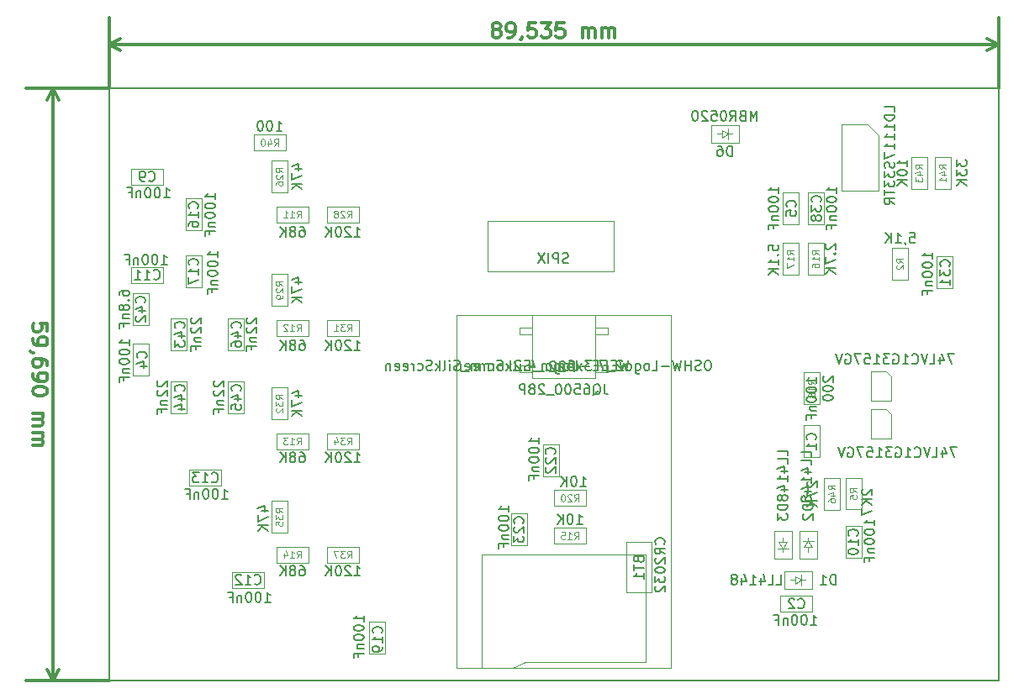
<source format=gbr>
G04 #@! TF.GenerationSoftware,KiCad,Pcbnew,(5.1.5)-3*
G04 #@! TF.CreationDate,2020-06-20T18:29:37+02:00*
G04 #@! TF.ProjectId,Mega_2560 core mini_full_2.2,4d656761-5f32-4353-9630-20636f726520,2.2*
G04 #@! TF.SameCoordinates,Original*
G04 #@! TF.FileFunction,Other,Fab,Bot*
%FSLAX46Y46*%
G04 Gerber Fmt 4.6, Leading zero omitted, Abs format (unit mm)*
G04 Created by KiCad (PCBNEW (5.1.5)-3) date 2020-06-20 18:29:37*
%MOMM*%
%LPD*%
G04 APERTURE LIST*
%ADD10C,0.150000*%
%ADD11C,0.300000*%
%ADD12C,0.100000*%
%ADD13C,0.120000*%
%ADD14C,0.105000*%
G04 APERTURE END LIST*
D10*
X140177520Y-61879480D02*
X140177520Y-121569480D01*
X229712520Y-61879480D02*
X140177520Y-61879480D01*
X229712520Y-121569480D02*
X229712520Y-61879480D01*
X140177520Y-121569480D02*
X229712520Y-121569480D01*
D11*
X179016448Y-55905909D02*
X178873591Y-55834481D01*
X178802162Y-55763052D01*
X178730734Y-55620195D01*
X178730734Y-55548766D01*
X178802162Y-55405909D01*
X178873591Y-55334481D01*
X179016448Y-55263052D01*
X179302162Y-55263052D01*
X179445020Y-55334481D01*
X179516448Y-55405909D01*
X179587877Y-55548766D01*
X179587877Y-55620195D01*
X179516448Y-55763052D01*
X179445020Y-55834481D01*
X179302162Y-55905909D01*
X179016448Y-55905909D01*
X178873591Y-55977338D01*
X178802162Y-56048766D01*
X178730734Y-56191623D01*
X178730734Y-56477338D01*
X178802162Y-56620195D01*
X178873591Y-56691623D01*
X179016448Y-56763052D01*
X179302162Y-56763052D01*
X179445020Y-56691623D01*
X179516448Y-56620195D01*
X179587877Y-56477338D01*
X179587877Y-56191623D01*
X179516448Y-56048766D01*
X179445020Y-55977338D01*
X179302162Y-55905909D01*
X180302162Y-56763052D02*
X180587877Y-56763052D01*
X180730734Y-56691623D01*
X180802162Y-56620195D01*
X180945020Y-56405909D01*
X181016448Y-56120195D01*
X181016448Y-55548766D01*
X180945020Y-55405909D01*
X180873591Y-55334481D01*
X180730734Y-55263052D01*
X180445020Y-55263052D01*
X180302162Y-55334481D01*
X180230734Y-55405909D01*
X180159305Y-55548766D01*
X180159305Y-55905909D01*
X180230734Y-56048766D01*
X180302162Y-56120195D01*
X180445020Y-56191623D01*
X180730734Y-56191623D01*
X180873591Y-56120195D01*
X180945020Y-56048766D01*
X181016448Y-55905909D01*
X181730734Y-56691623D02*
X181730734Y-56763052D01*
X181659305Y-56905909D01*
X181587877Y-56977338D01*
X183087877Y-55263052D02*
X182373591Y-55263052D01*
X182302162Y-55977338D01*
X182373591Y-55905909D01*
X182516448Y-55834481D01*
X182873591Y-55834481D01*
X183016448Y-55905909D01*
X183087877Y-55977338D01*
X183159305Y-56120195D01*
X183159305Y-56477338D01*
X183087877Y-56620195D01*
X183016448Y-56691623D01*
X182873591Y-56763052D01*
X182516448Y-56763052D01*
X182373591Y-56691623D01*
X182302162Y-56620195D01*
X183659305Y-55263052D02*
X184587877Y-55263052D01*
X184087877Y-55834481D01*
X184302162Y-55834481D01*
X184445020Y-55905909D01*
X184516448Y-55977338D01*
X184587877Y-56120195D01*
X184587877Y-56477338D01*
X184516448Y-56620195D01*
X184445020Y-56691623D01*
X184302162Y-56763052D01*
X183873591Y-56763052D01*
X183730734Y-56691623D01*
X183659305Y-56620195D01*
X185945020Y-55263052D02*
X185230734Y-55263052D01*
X185159305Y-55977338D01*
X185230734Y-55905909D01*
X185373591Y-55834481D01*
X185730734Y-55834481D01*
X185873591Y-55905909D01*
X185945020Y-55977338D01*
X186016448Y-56120195D01*
X186016448Y-56477338D01*
X185945020Y-56620195D01*
X185873591Y-56691623D01*
X185730734Y-56763052D01*
X185373591Y-56763052D01*
X185230734Y-56691623D01*
X185159305Y-56620195D01*
X187802162Y-56763052D02*
X187802162Y-55763052D01*
X187802162Y-55905909D02*
X187873591Y-55834481D01*
X188016448Y-55763052D01*
X188230734Y-55763052D01*
X188373591Y-55834481D01*
X188445020Y-55977338D01*
X188445020Y-56763052D01*
X188445020Y-55977338D02*
X188516448Y-55834481D01*
X188659305Y-55763052D01*
X188873591Y-55763052D01*
X189016448Y-55834481D01*
X189087877Y-55977338D01*
X189087877Y-56763052D01*
X189802162Y-56763052D02*
X189802162Y-55763052D01*
X189802162Y-55905909D02*
X189873591Y-55834481D01*
X190016448Y-55763052D01*
X190230734Y-55763052D01*
X190373591Y-55834481D01*
X190445020Y-55977338D01*
X190445020Y-56763052D01*
X190445020Y-55977338D02*
X190516448Y-55834481D01*
X190659305Y-55763052D01*
X190873591Y-55763052D01*
X191016448Y-55834481D01*
X191087877Y-55977338D01*
X191087877Y-56763052D01*
X229712520Y-57434481D02*
X140177520Y-57434481D01*
X229712520Y-61879480D02*
X229712520Y-54734481D01*
X140177520Y-61879480D02*
X140177520Y-54734481D01*
X140177520Y-57434481D02*
X141304024Y-56848060D01*
X140177520Y-57434481D02*
X141304024Y-58020902D01*
X229712520Y-57434481D02*
X228586016Y-56848060D01*
X229712520Y-57434481D02*
X228586016Y-58020902D01*
X133933949Y-86295908D02*
X133933949Y-85581622D01*
X133219663Y-85510194D01*
X133291092Y-85581622D01*
X133362521Y-85724480D01*
X133362521Y-86081622D01*
X133291092Y-86224480D01*
X133219663Y-86295908D01*
X133076806Y-86367337D01*
X132719663Y-86367337D01*
X132576806Y-86295908D01*
X132505378Y-86224480D01*
X132433949Y-86081622D01*
X132433949Y-85724480D01*
X132505378Y-85581622D01*
X132576806Y-85510194D01*
X132433949Y-87081622D02*
X132433949Y-87367337D01*
X132505378Y-87510194D01*
X132576806Y-87581622D01*
X132791092Y-87724480D01*
X133076806Y-87795908D01*
X133648235Y-87795908D01*
X133791092Y-87724480D01*
X133862521Y-87653051D01*
X133933949Y-87510194D01*
X133933949Y-87224480D01*
X133862521Y-87081622D01*
X133791092Y-87010194D01*
X133648235Y-86938765D01*
X133291092Y-86938765D01*
X133148235Y-87010194D01*
X133076806Y-87081622D01*
X133005378Y-87224480D01*
X133005378Y-87510194D01*
X133076806Y-87653051D01*
X133148235Y-87724480D01*
X133291092Y-87795908D01*
X132505378Y-88510194D02*
X132433949Y-88510194D01*
X132291092Y-88438765D01*
X132219663Y-88367337D01*
X133933949Y-89795908D02*
X133933949Y-89510194D01*
X133862521Y-89367337D01*
X133791092Y-89295908D01*
X133576806Y-89153051D01*
X133291092Y-89081622D01*
X132719663Y-89081622D01*
X132576806Y-89153051D01*
X132505378Y-89224480D01*
X132433949Y-89367337D01*
X132433949Y-89653051D01*
X132505378Y-89795908D01*
X132576806Y-89867337D01*
X132719663Y-89938765D01*
X133076806Y-89938765D01*
X133219663Y-89867337D01*
X133291092Y-89795908D01*
X133362521Y-89653051D01*
X133362521Y-89367337D01*
X133291092Y-89224480D01*
X133219663Y-89153051D01*
X133076806Y-89081622D01*
X132433949Y-90653051D02*
X132433949Y-90938765D01*
X132505378Y-91081622D01*
X132576806Y-91153051D01*
X132791092Y-91295908D01*
X133076806Y-91367337D01*
X133648235Y-91367337D01*
X133791092Y-91295908D01*
X133862521Y-91224480D01*
X133933949Y-91081622D01*
X133933949Y-90795908D01*
X133862521Y-90653051D01*
X133791092Y-90581622D01*
X133648235Y-90510194D01*
X133291092Y-90510194D01*
X133148235Y-90581622D01*
X133076806Y-90653051D01*
X133005378Y-90795908D01*
X133005378Y-91081622D01*
X133076806Y-91224480D01*
X133148235Y-91295908D01*
X133291092Y-91367337D01*
X133933949Y-92295908D02*
X133933949Y-92438765D01*
X133862521Y-92581622D01*
X133791092Y-92653051D01*
X133648235Y-92724480D01*
X133362521Y-92795908D01*
X133005378Y-92795908D01*
X132719663Y-92724480D01*
X132576806Y-92653051D01*
X132505378Y-92581622D01*
X132433949Y-92438765D01*
X132433949Y-92295908D01*
X132505378Y-92153051D01*
X132576806Y-92081622D01*
X132719663Y-92010194D01*
X133005378Y-91938765D01*
X133362521Y-91938765D01*
X133648235Y-92010194D01*
X133791092Y-92081622D01*
X133862521Y-92153051D01*
X133933949Y-92295908D01*
X132433949Y-94581622D02*
X133433949Y-94581622D01*
X133291092Y-94581622D02*
X133362521Y-94653051D01*
X133433949Y-94795908D01*
X133433949Y-95010194D01*
X133362521Y-95153051D01*
X133219663Y-95224480D01*
X132433949Y-95224480D01*
X133219663Y-95224480D02*
X133362521Y-95295908D01*
X133433949Y-95438765D01*
X133433949Y-95653051D01*
X133362521Y-95795908D01*
X133219663Y-95867337D01*
X132433949Y-95867337D01*
X132433949Y-96581622D02*
X133433949Y-96581622D01*
X133291092Y-96581622D02*
X133362521Y-96653051D01*
X133433949Y-96795908D01*
X133433949Y-97010194D01*
X133362521Y-97153051D01*
X133219663Y-97224480D01*
X132433949Y-97224480D01*
X133219663Y-97224480D02*
X133362521Y-97295908D01*
X133433949Y-97438765D01*
X133433949Y-97653051D01*
X133362521Y-97795908D01*
X133219663Y-97867337D01*
X132433949Y-97867337D01*
X134462521Y-61879480D02*
X134462521Y-121569480D01*
X140177520Y-61879480D02*
X131762521Y-61879480D01*
X140177520Y-121569480D02*
X131762521Y-121569480D01*
X134462521Y-121569480D02*
X133876100Y-120442976D01*
X134462521Y-121569480D02*
X135048942Y-120442976D01*
X134462521Y-61879480D02*
X133876100Y-63005984D01*
X134462521Y-61879480D02*
X135048942Y-63005984D01*
D12*
X207768520Y-113022480D02*
X207768520Y-114622480D01*
X210968520Y-113022480D02*
X207768520Y-113022480D01*
X210968520Y-114622480D02*
X210968520Y-113022480D01*
X207768520Y-114622480D02*
X210968520Y-114622480D01*
X207995520Y-107603480D02*
X207995520Y-107103480D01*
X207595520Y-107603480D02*
X207995520Y-108203480D01*
X208395520Y-107603480D02*
X207595520Y-107603480D01*
X207995520Y-108203480D02*
X208395520Y-107603480D01*
X207995520Y-108203480D02*
X207445520Y-108203480D01*
X207995520Y-108203480D02*
X208545520Y-108203480D01*
X207995520Y-108603480D02*
X207995520Y-108203480D01*
X207095520Y-109253480D02*
X208895520Y-109253480D01*
X207095520Y-106453480D02*
X207095520Y-109253480D01*
X208895520Y-106453480D02*
X207095520Y-106453480D01*
X208895520Y-109253480D02*
X208895520Y-106453480D01*
X210535520Y-108103480D02*
X210535520Y-108603480D01*
X210935520Y-108103480D02*
X210535520Y-107503480D01*
X210135520Y-108103480D02*
X210935520Y-108103480D01*
X210535520Y-107503480D02*
X210135520Y-108103480D01*
X210535520Y-107503480D02*
X211085520Y-107503480D01*
X210535520Y-107503480D02*
X209985520Y-107503480D01*
X210535520Y-107103480D02*
X210535520Y-107503480D01*
X211435520Y-106453480D02*
X209635520Y-106453480D01*
X211435520Y-109253480D02*
X211435520Y-106453480D01*
X209635520Y-109253480D02*
X211435520Y-109253480D01*
X209635520Y-106453480D02*
X209635520Y-109253480D01*
X209269520Y-111409480D02*
X208769520Y-111409480D01*
X209269520Y-111809480D02*
X209869520Y-111409480D01*
X209269520Y-111009480D02*
X209269520Y-111809480D01*
X209869520Y-111409480D02*
X209269520Y-111009480D01*
X209869520Y-111409480D02*
X209869520Y-111959480D01*
X209869520Y-111409480D02*
X209869520Y-110859480D01*
X210269520Y-111409480D02*
X209869520Y-111409480D01*
X210919520Y-112309480D02*
X210919520Y-110509480D01*
X208119520Y-112309480D02*
X210919520Y-112309480D01*
X208119520Y-110509480D02*
X208119520Y-112309480D01*
X210919520Y-110509480D02*
X208119520Y-110509480D01*
X214307520Y-109175480D02*
X215907520Y-109175480D01*
X214307520Y-105975480D02*
X214307520Y-109175480D01*
X215907520Y-105975480D02*
X214307520Y-105975480D01*
X215907520Y-109175480D02*
X215907520Y-105975480D01*
X210116520Y-99039480D02*
X211716520Y-99039480D01*
X210116520Y-95839480D02*
X210116520Y-99039480D01*
X211716520Y-95839480D02*
X210116520Y-95839480D01*
X211716520Y-99039480D02*
X211716520Y-95839480D01*
X225051520Y-78821480D02*
X223451520Y-78821480D01*
X225051520Y-82021480D02*
X225051520Y-78821480D01*
X223451520Y-82021480D02*
X225051520Y-82021480D01*
X223451520Y-78821480D02*
X223451520Y-82021480D01*
X212097520Y-72344480D02*
X210497520Y-72344480D01*
X212097520Y-75544480D02*
X212097520Y-72344480D01*
X210497520Y-75544480D02*
X212097520Y-75544480D01*
X210497520Y-72344480D02*
X210497520Y-75544480D01*
X209557520Y-72344480D02*
X207957520Y-72344480D01*
X209557520Y-75544480D02*
X209557520Y-72344480D01*
X207957520Y-75544480D02*
X209557520Y-75544480D01*
X207957520Y-72344480D02*
X207957520Y-75544480D01*
X201903520Y-66451480D02*
X201403520Y-66451480D01*
X201903520Y-66851480D02*
X202503520Y-66451480D01*
X201903520Y-66051480D02*
X201903520Y-66851480D01*
X202503520Y-66451480D02*
X201903520Y-66051480D01*
X202503520Y-66451480D02*
X202503520Y-67001480D01*
X202503520Y-66451480D02*
X202503520Y-65901480D01*
X202903520Y-66451480D02*
X202503520Y-66451480D01*
X203553520Y-67351480D02*
X203553520Y-65551480D01*
X200753520Y-67351480D02*
X203553520Y-67351480D01*
X200753520Y-65551480D02*
X200753520Y-67351480D01*
X203553520Y-65551480D02*
X200753520Y-65551480D01*
D13*
X194152520Y-108869480D02*
X194152520Y-119664480D01*
X194152520Y-119664480D02*
X182722520Y-119664480D01*
X182722520Y-119664480D02*
X182087520Y-119664480D01*
X182087520Y-119664480D02*
X180817520Y-120299480D01*
X194152520Y-108869480D02*
X177642520Y-108869480D01*
X177642520Y-108869480D02*
X177642520Y-120299480D01*
X189072520Y-89819480D02*
X190342520Y-89819480D01*
X190342520Y-89819480D02*
X190342520Y-90454480D01*
X190342520Y-90454480D02*
X189072520Y-90454480D01*
X182722520Y-89819480D02*
X181452520Y-89819480D01*
X181452520Y-89819480D02*
X181452520Y-90454480D01*
X181452520Y-90454480D02*
X182722520Y-90454480D01*
X182722520Y-86009480D02*
X181452520Y-86009480D01*
X181452520Y-86009480D02*
X181452520Y-86644480D01*
X181452520Y-86644480D02*
X182722520Y-86644480D01*
X189072520Y-86009480D02*
X190342520Y-86009480D01*
X190342520Y-86009480D02*
X190342520Y-86644480D01*
X190342520Y-86644480D02*
X189072520Y-86644480D01*
X189072520Y-84739480D02*
X189072520Y-91089480D01*
X189072520Y-91089480D02*
X182722520Y-91089480D01*
X182722520Y-91089480D02*
X182722520Y-84739480D01*
X196692520Y-120299480D02*
X175102520Y-120299480D01*
X175102520Y-120299480D02*
X175102520Y-84739480D01*
X175102520Y-84739480D02*
X196692520Y-84739480D01*
X196692520Y-84739480D02*
X196692520Y-120299480D01*
D12*
X185427520Y-97744480D02*
X183827520Y-97744480D01*
X185427520Y-100944480D02*
X185427520Y-97744480D01*
X183827520Y-100944480D02*
X185427520Y-100944480D01*
X183827520Y-97744480D02*
X183827520Y-100944480D01*
X182252520Y-104729480D02*
X180652520Y-104729480D01*
X182252520Y-107929480D02*
X182252520Y-104729480D01*
X180652520Y-107929480D02*
X182252520Y-107929480D01*
X180652520Y-104729480D02*
X180652520Y-107929480D01*
X167901520Y-115651480D02*
X166301520Y-115651480D01*
X167901520Y-118851480D02*
X167901520Y-115651480D01*
X166301520Y-118851480D02*
X167901520Y-118851480D01*
X166301520Y-115651480D02*
X166301520Y-118851480D01*
X152547520Y-110609480D02*
X152547520Y-112209480D01*
X155747520Y-110609480D02*
X152547520Y-110609480D01*
X155747520Y-112209480D02*
X155747520Y-110609480D01*
X152547520Y-112209480D02*
X155747520Y-112209480D01*
X151429520Y-101922480D02*
X151429520Y-100322480D01*
X148229520Y-101922480D02*
X151429520Y-101922480D01*
X148229520Y-100322480D02*
X148229520Y-101922480D01*
X151429520Y-100322480D02*
X148229520Y-100322480D01*
X152077520Y-94594480D02*
X153677520Y-94594480D01*
X152077520Y-91394480D02*
X152077520Y-94594480D01*
X153677520Y-91394480D02*
X152077520Y-91394480D01*
X153677520Y-94594480D02*
X153677520Y-91394480D01*
X146362520Y-94594480D02*
X147962520Y-94594480D01*
X146362520Y-91394480D02*
X146362520Y-94594480D01*
X147962520Y-91394480D02*
X146362520Y-91394480D01*
X147962520Y-94594480D02*
X147962520Y-91394480D01*
X147962520Y-85044480D02*
X146362520Y-85044480D01*
X147962520Y-88244480D02*
X147962520Y-85044480D01*
X146362520Y-88244480D02*
X147962520Y-88244480D01*
X146362520Y-85044480D02*
X146362520Y-88244480D01*
X153677520Y-85044480D02*
X152077520Y-85044480D01*
X153677520Y-88244480D02*
X153677520Y-85044480D01*
X152077520Y-88244480D02*
X153677520Y-88244480D01*
X152077520Y-85044480D02*
X152077520Y-88244480D01*
X145587520Y-81475480D02*
X145587520Y-79875480D01*
X142387520Y-81475480D02*
X145587520Y-81475480D01*
X142387520Y-79875480D02*
X142387520Y-81475480D01*
X145587520Y-79875480D02*
X142387520Y-79875480D01*
X142552520Y-85704480D02*
X144152520Y-85704480D01*
X142552520Y-82504480D02*
X142552520Y-85704480D01*
X144152520Y-82504480D02*
X142552520Y-82504480D01*
X144152520Y-85704480D02*
X144152520Y-82504480D01*
X149486520Y-78694480D02*
X147886520Y-78694480D01*
X149486520Y-81894480D02*
X149486520Y-78694480D01*
X147886520Y-81894480D02*
X149486520Y-81894480D01*
X147886520Y-78694480D02*
X147886520Y-81894480D01*
X147886520Y-76179480D02*
X149486520Y-76179480D01*
X147886520Y-72979480D02*
X147886520Y-76179480D01*
X149486520Y-72979480D02*
X147886520Y-72979480D01*
X149486520Y-76179480D02*
X149486520Y-72979480D01*
X145587520Y-71569480D02*
X145587520Y-69969480D01*
X142387520Y-71569480D02*
X145587520Y-71569480D01*
X142387520Y-69969480D02*
X142387520Y-71569480D01*
X145587520Y-69969480D02*
X142387520Y-69969480D01*
X194787520Y-107599480D02*
X194787520Y-112679480D01*
X194787520Y-112679480D02*
X192247520Y-112679480D01*
X192247520Y-112679480D02*
X192247520Y-107599480D01*
X192247520Y-107599480D02*
X194787520Y-107599480D01*
X142552520Y-90784480D02*
X144152520Y-90784480D01*
X142552520Y-87584480D02*
X142552520Y-90784480D01*
X144152520Y-87584480D02*
X142552520Y-87584480D01*
X144152520Y-90784480D02*
X144152520Y-87584480D01*
X219006520Y-81132480D02*
X220606520Y-81132480D01*
X219006520Y-77932480D02*
X219006520Y-81132480D01*
X220606520Y-77932480D02*
X219006520Y-77932480D01*
X220606520Y-81132480D02*
X220606520Y-77932480D01*
X215907520Y-101099480D02*
X214307520Y-101099480D01*
X215907520Y-104299480D02*
X215907520Y-101099480D01*
X214307520Y-104299480D02*
X215907520Y-104299480D01*
X214307520Y-101099480D02*
X214307520Y-104299480D01*
X156992520Y-73779480D02*
X156992520Y-75379480D01*
X160192520Y-73779480D02*
X156992520Y-73779480D01*
X160192520Y-75379480D02*
X160192520Y-73779480D01*
X156992520Y-75379480D02*
X160192520Y-75379480D01*
X156992520Y-86809480D02*
X160192520Y-86809480D01*
X160192520Y-86809480D02*
X160192520Y-85209480D01*
X160192520Y-85209480D02*
X156992520Y-85209480D01*
X156992520Y-85209480D02*
X156992520Y-86809480D01*
X156992520Y-96639480D02*
X156992520Y-98239480D01*
X160192520Y-96639480D02*
X156992520Y-96639480D01*
X160192520Y-98239480D02*
X160192520Y-96639480D01*
X156992520Y-98239480D02*
X160192520Y-98239480D01*
X156992520Y-109669480D02*
X160192520Y-109669480D01*
X160192520Y-109669480D02*
X160192520Y-108069480D01*
X160192520Y-108069480D02*
X156992520Y-108069480D01*
X156992520Y-108069480D02*
X156992520Y-109669480D01*
X184932520Y-106164480D02*
X184932520Y-107764480D01*
X188132520Y-106164480D02*
X184932520Y-106164480D01*
X188132520Y-107764480D02*
X188132520Y-106164480D01*
X184932520Y-107764480D02*
X188132520Y-107764480D01*
X210497520Y-80624480D02*
X212097520Y-80624480D01*
X210497520Y-77424480D02*
X210497520Y-80624480D01*
X212097520Y-77424480D02*
X210497520Y-77424480D01*
X212097520Y-80624480D02*
X212097520Y-77424480D01*
X209557520Y-80624480D02*
X209557520Y-77424480D01*
X209557520Y-77424480D02*
X207957520Y-77424480D01*
X207957520Y-77424480D02*
X207957520Y-80624480D01*
X207957520Y-80624480D02*
X209557520Y-80624480D01*
X211716520Y-90505480D02*
X210116520Y-90505480D01*
X211716520Y-93705480D02*
X211716520Y-90505480D01*
X210116520Y-93705480D02*
X211716520Y-93705480D01*
X210116520Y-90505480D02*
X210116520Y-93705480D01*
X184932520Y-103954480D02*
X188132520Y-103954480D01*
X188132520Y-103954480D02*
X188132520Y-102354480D01*
X188132520Y-102354480D02*
X184932520Y-102354480D01*
X184932520Y-102354480D02*
X184932520Y-103954480D01*
X158122520Y-72369480D02*
X158122520Y-69169480D01*
X158122520Y-69169480D02*
X156522520Y-69169480D01*
X156522520Y-69169480D02*
X156522520Y-72369480D01*
X156522520Y-72369480D02*
X158122520Y-72369480D01*
X162072520Y-73779480D02*
X162072520Y-75379480D01*
X165272520Y-73779480D02*
X162072520Y-73779480D01*
X165272520Y-75379480D02*
X165272520Y-73779480D01*
X162072520Y-75379480D02*
X165272520Y-75379480D01*
X158122520Y-83799480D02*
X158122520Y-80599480D01*
X158122520Y-80599480D02*
X156522520Y-80599480D01*
X156522520Y-80599480D02*
X156522520Y-83799480D01*
X156522520Y-83799480D02*
X158122520Y-83799480D01*
X162072520Y-85209480D02*
X162072520Y-86809480D01*
X165272520Y-85209480D02*
X162072520Y-85209480D01*
X165272520Y-86809480D02*
X165272520Y-85209480D01*
X162072520Y-86809480D02*
X165272520Y-86809480D01*
X158122520Y-95229480D02*
X158122520Y-92029480D01*
X158122520Y-92029480D02*
X156522520Y-92029480D01*
X156522520Y-92029480D02*
X156522520Y-95229480D01*
X156522520Y-95229480D02*
X158122520Y-95229480D01*
X162072520Y-96639480D02*
X162072520Y-98239480D01*
X165272520Y-96639480D02*
X162072520Y-96639480D01*
X165272520Y-98239480D02*
X165272520Y-96639480D01*
X162072520Y-98239480D02*
X165272520Y-98239480D01*
X158122520Y-106659480D02*
X158122520Y-103459480D01*
X158122520Y-103459480D02*
X156522520Y-103459480D01*
X156522520Y-103459480D02*
X156522520Y-106659480D01*
X156522520Y-106659480D02*
X158122520Y-106659480D01*
X162072520Y-108069480D02*
X162072520Y-109669480D01*
X165272520Y-108069480D02*
X162072520Y-108069480D01*
X165272520Y-109669480D02*
X165272520Y-108069480D01*
X162072520Y-109669480D02*
X165272520Y-109669480D01*
X154706520Y-66540480D02*
X154706520Y-68140480D01*
X157906520Y-66540480D02*
X154706520Y-66540480D01*
X157906520Y-68140480D02*
X157906520Y-66540480D01*
X154706520Y-68140480D02*
X157906520Y-68140480D01*
X223324520Y-71988480D02*
X224924520Y-71988480D01*
X223324520Y-68788480D02*
X223324520Y-71988480D01*
X224924520Y-68788480D02*
X223324520Y-68788480D01*
X224924520Y-71988480D02*
X224924520Y-68788480D01*
X222511520Y-68788480D02*
X220911520Y-68788480D01*
X222511520Y-71988480D02*
X222511520Y-68788480D01*
X220911520Y-71988480D02*
X222511520Y-71988480D01*
X220911520Y-68788480D02*
X220911520Y-71988480D01*
X213748520Y-104320480D02*
X213748520Y-101120480D01*
X213748520Y-101120480D02*
X212148520Y-101120480D01*
X212148520Y-101120480D02*
X212148520Y-104320480D01*
X212148520Y-104320480D02*
X213748520Y-104320480D01*
D13*
X218901520Y-94661480D02*
X218901520Y-97161480D01*
X218401520Y-94161480D02*
X218901520Y-94661480D01*
X216901520Y-94161480D02*
X218401520Y-94161480D01*
X216901520Y-97161480D02*
X216901520Y-94161480D01*
X218901520Y-97161480D02*
X216901520Y-97161480D01*
X218901520Y-93351480D02*
X216901520Y-93351480D01*
X216901520Y-93351480D02*
X216901520Y-90351480D01*
X216901520Y-90351480D02*
X218401520Y-90351480D01*
X218401520Y-90351480D02*
X218901520Y-90851480D01*
X218901520Y-90851480D02*
X218901520Y-93351480D01*
D12*
X217592520Y-66564480D02*
X216542520Y-65514480D01*
X217592520Y-66564480D02*
X217592520Y-72214480D01*
X216542520Y-65514480D02*
X213892520Y-65514480D01*
X217592520Y-72214480D02*
X213892520Y-72214480D01*
X213892520Y-65514480D02*
X213892520Y-72214480D01*
X178277520Y-75214480D02*
X190977520Y-75214480D01*
X190977520Y-75214480D02*
X190977520Y-80294480D01*
X190977520Y-80294480D02*
X178277520Y-80294480D01*
X178277520Y-80294480D02*
X178277520Y-75214480D01*
D10*
X192432615Y-89271860D02*
X192194520Y-90271860D01*
X192004043Y-89557575D01*
X191813567Y-90271860D01*
X191575472Y-89271860D01*
X191194520Y-89748051D02*
X190861186Y-89748051D01*
X190718329Y-90271860D02*
X191194520Y-90271860D01*
X191194520Y-89271860D01*
X190718329Y-89271860D01*
X190289758Y-89748051D02*
X189956424Y-89748051D01*
X189813567Y-90271860D02*
X190289758Y-90271860D01*
X190289758Y-89271860D01*
X189813567Y-89271860D01*
X189384996Y-89748051D02*
X189051662Y-89748051D01*
X188908805Y-90271860D02*
X189384996Y-90271860D01*
X189384996Y-89271860D01*
X188908805Y-89271860D01*
X188480234Y-89890908D02*
X187718329Y-89890908D01*
X186765948Y-90271860D02*
X187242139Y-90271860D01*
X187242139Y-89271860D01*
X186289758Y-90271860D02*
X186384996Y-90224241D01*
X186432615Y-90176622D01*
X186480234Y-90081384D01*
X186480234Y-89795670D01*
X186432615Y-89700432D01*
X186384996Y-89652813D01*
X186289758Y-89605194D01*
X186146900Y-89605194D01*
X186051662Y-89652813D01*
X186004043Y-89700432D01*
X185956424Y-89795670D01*
X185956424Y-90081384D01*
X186004043Y-90176622D01*
X186051662Y-90224241D01*
X186146900Y-90271860D01*
X186289758Y-90271860D01*
X185099281Y-89605194D02*
X185099281Y-90414718D01*
X185146900Y-90509956D01*
X185194520Y-90557575D01*
X185289758Y-90605194D01*
X185432615Y-90605194D01*
X185527853Y-90557575D01*
X185099281Y-90224241D02*
X185194520Y-90271860D01*
X185384996Y-90271860D01*
X185480234Y-90224241D01*
X185527853Y-90176622D01*
X185575472Y-90081384D01*
X185575472Y-89795670D01*
X185527853Y-89700432D01*
X185480234Y-89652813D01*
X185384996Y-89605194D01*
X185194520Y-89605194D01*
X185099281Y-89652813D01*
X184480234Y-90271860D02*
X184575472Y-90224241D01*
X184623091Y-90176622D01*
X184670710Y-90081384D01*
X184670710Y-89795670D01*
X184623091Y-89700432D01*
X184575472Y-89652813D01*
X184480234Y-89605194D01*
X184337377Y-89605194D01*
X184242139Y-89652813D01*
X184194520Y-89700432D01*
X184146900Y-89795670D01*
X184146900Y-90081384D01*
X184194520Y-90176622D01*
X184242139Y-90224241D01*
X184337377Y-90271860D01*
X184480234Y-90271860D01*
X183956424Y-90367099D02*
X183194520Y-90367099D01*
X182527853Y-89605194D02*
X182527853Y-90271860D01*
X182765948Y-89224241D02*
X183004043Y-89938527D01*
X182384996Y-89938527D01*
X182004043Y-90176622D02*
X181956424Y-90224241D01*
X182004043Y-90271860D01*
X182051662Y-90224241D01*
X182004043Y-90176622D01*
X182004043Y-90271860D01*
X181575472Y-89367099D02*
X181527853Y-89319480D01*
X181432615Y-89271860D01*
X181194520Y-89271860D01*
X181099281Y-89319480D01*
X181051662Y-89367099D01*
X181004043Y-89462337D01*
X181004043Y-89557575D01*
X181051662Y-89700432D01*
X181623091Y-90271860D01*
X181004043Y-90271860D01*
X180670710Y-90271860D02*
X180146900Y-89605194D01*
X180670710Y-89605194D02*
X180146900Y-90271860D01*
X179337377Y-89271860D02*
X179527853Y-89271860D01*
X179623091Y-89319480D01*
X179670710Y-89367099D01*
X179765948Y-89509956D01*
X179813567Y-89700432D01*
X179813567Y-90081384D01*
X179765948Y-90176622D01*
X179718329Y-90224241D01*
X179623091Y-90271860D01*
X179432615Y-90271860D01*
X179337377Y-90224241D01*
X179289758Y-90176622D01*
X179242139Y-90081384D01*
X179242139Y-89843289D01*
X179289758Y-89748051D01*
X179337377Y-89700432D01*
X179432615Y-89652813D01*
X179623091Y-89652813D01*
X179718329Y-89700432D01*
X179765948Y-89748051D01*
X179813567Y-89843289D01*
X178813567Y-90271860D02*
X178813567Y-89605194D01*
X178813567Y-89700432D02*
X178765948Y-89652813D01*
X178670710Y-89605194D01*
X178527853Y-89605194D01*
X178432615Y-89652813D01*
X178384996Y-89748051D01*
X178384996Y-90271860D01*
X178384996Y-89748051D02*
X178337377Y-89652813D01*
X178242139Y-89605194D01*
X178099281Y-89605194D01*
X178004043Y-89652813D01*
X177956424Y-89748051D01*
X177956424Y-90271860D01*
X177480234Y-90271860D02*
X177480234Y-89605194D01*
X177480234Y-89700432D02*
X177432615Y-89652813D01*
X177337377Y-89605194D01*
X177194520Y-89605194D01*
X177099281Y-89652813D01*
X177051662Y-89748051D01*
X177051662Y-90271860D01*
X177051662Y-89748051D02*
X177004043Y-89652813D01*
X176908805Y-89605194D01*
X176765948Y-89605194D01*
X176670710Y-89652813D01*
X176623091Y-89748051D01*
X176623091Y-90271860D01*
X176384996Y-90367099D02*
X175623091Y-90367099D01*
X175432615Y-90224241D02*
X175289758Y-90271860D01*
X175051662Y-90271860D01*
X174956424Y-90224241D01*
X174908805Y-90176622D01*
X174861186Y-90081384D01*
X174861186Y-89986146D01*
X174908805Y-89890908D01*
X174956424Y-89843289D01*
X175051662Y-89795670D01*
X175242139Y-89748051D01*
X175337377Y-89700432D01*
X175384996Y-89652813D01*
X175432615Y-89557575D01*
X175432615Y-89462337D01*
X175384996Y-89367099D01*
X175337377Y-89319480D01*
X175242139Y-89271860D01*
X175004043Y-89271860D01*
X174861186Y-89319480D01*
X174432615Y-90271860D02*
X174432615Y-89605194D01*
X174432615Y-89271860D02*
X174480234Y-89319480D01*
X174432615Y-89367099D01*
X174384996Y-89319480D01*
X174432615Y-89271860D01*
X174432615Y-89367099D01*
X173813567Y-90271860D02*
X173908805Y-90224241D01*
X173956424Y-90129003D01*
X173956424Y-89271860D01*
X173432615Y-90271860D02*
X173432615Y-89271860D01*
X173337377Y-89890908D02*
X173051662Y-90271860D01*
X173051662Y-89605194D02*
X173432615Y-89986146D01*
X172670710Y-90224241D02*
X172527853Y-90271860D01*
X172289758Y-90271860D01*
X172194520Y-90224241D01*
X172146900Y-90176622D01*
X172099281Y-90081384D01*
X172099281Y-89986146D01*
X172146900Y-89890908D01*
X172194520Y-89843289D01*
X172289758Y-89795670D01*
X172480234Y-89748051D01*
X172575472Y-89700432D01*
X172623091Y-89652813D01*
X172670710Y-89557575D01*
X172670710Y-89462337D01*
X172623091Y-89367099D01*
X172575472Y-89319480D01*
X172480234Y-89271860D01*
X172242139Y-89271860D01*
X172099281Y-89319480D01*
X171242139Y-90224241D02*
X171337377Y-90271860D01*
X171527853Y-90271860D01*
X171623091Y-90224241D01*
X171670710Y-90176622D01*
X171718329Y-90081384D01*
X171718329Y-89795670D01*
X171670710Y-89700432D01*
X171623091Y-89652813D01*
X171527853Y-89605194D01*
X171337377Y-89605194D01*
X171242139Y-89652813D01*
X170813567Y-90271860D02*
X170813567Y-89605194D01*
X170813567Y-89795670D02*
X170765948Y-89700432D01*
X170718329Y-89652813D01*
X170623091Y-89605194D01*
X170527853Y-89605194D01*
X169813567Y-90224241D02*
X169908805Y-90271860D01*
X170099281Y-90271860D01*
X170194520Y-90224241D01*
X170242139Y-90129003D01*
X170242139Y-89748051D01*
X170194520Y-89652813D01*
X170099281Y-89605194D01*
X169908805Y-89605194D01*
X169813567Y-89652813D01*
X169765948Y-89748051D01*
X169765948Y-89843289D01*
X170242139Y-89938527D01*
X168956424Y-90224241D02*
X169051662Y-90271860D01*
X169242139Y-90271860D01*
X169337377Y-90224241D01*
X169384996Y-90129003D01*
X169384996Y-89748051D01*
X169337377Y-89652813D01*
X169242139Y-89605194D01*
X169051662Y-89605194D01*
X168956424Y-89652813D01*
X168908805Y-89748051D01*
X168908805Y-89843289D01*
X169384996Y-89938527D01*
X168480234Y-89605194D02*
X168480234Y-90271860D01*
X168480234Y-89700432D02*
X168432615Y-89652813D01*
X168337377Y-89605194D01*
X168194520Y-89605194D01*
X168099281Y-89652813D01*
X168051662Y-89748051D01*
X168051662Y-90271860D01*
X200536758Y-89271860D02*
X200346281Y-89271860D01*
X200251043Y-89319480D01*
X200155805Y-89414718D01*
X200108186Y-89605194D01*
X200108186Y-89938527D01*
X200155805Y-90129003D01*
X200251043Y-90224241D01*
X200346281Y-90271860D01*
X200536758Y-90271860D01*
X200631996Y-90224241D01*
X200727234Y-90129003D01*
X200774853Y-89938527D01*
X200774853Y-89605194D01*
X200727234Y-89414718D01*
X200631996Y-89319480D01*
X200536758Y-89271860D01*
X199727234Y-90224241D02*
X199584377Y-90271860D01*
X199346281Y-90271860D01*
X199251043Y-90224241D01*
X199203424Y-90176622D01*
X199155805Y-90081384D01*
X199155805Y-89986146D01*
X199203424Y-89890908D01*
X199251043Y-89843289D01*
X199346281Y-89795670D01*
X199536758Y-89748051D01*
X199631996Y-89700432D01*
X199679615Y-89652813D01*
X199727234Y-89557575D01*
X199727234Y-89462337D01*
X199679615Y-89367099D01*
X199631996Y-89319480D01*
X199536758Y-89271860D01*
X199298662Y-89271860D01*
X199155805Y-89319480D01*
X198727234Y-90271860D02*
X198727234Y-89271860D01*
X198727234Y-89748051D02*
X198155805Y-89748051D01*
X198155805Y-90271860D02*
X198155805Y-89271860D01*
X197774853Y-89271860D02*
X197536758Y-90271860D01*
X197346281Y-89557575D01*
X197155805Y-90271860D01*
X196917710Y-89271860D01*
X196536758Y-89890908D02*
X195774853Y-89890908D01*
X194822472Y-90271860D02*
X195298662Y-90271860D01*
X195298662Y-89271860D01*
X194346281Y-90271860D02*
X194441520Y-90224241D01*
X194489139Y-90176622D01*
X194536758Y-90081384D01*
X194536758Y-89795670D01*
X194489139Y-89700432D01*
X194441520Y-89652813D01*
X194346281Y-89605194D01*
X194203424Y-89605194D01*
X194108186Y-89652813D01*
X194060567Y-89700432D01*
X194012948Y-89795670D01*
X194012948Y-90081384D01*
X194060567Y-90176622D01*
X194108186Y-90224241D01*
X194203424Y-90271860D01*
X194346281Y-90271860D01*
X193155805Y-89605194D02*
X193155805Y-90414718D01*
X193203424Y-90509956D01*
X193251043Y-90557575D01*
X193346281Y-90605194D01*
X193489139Y-90605194D01*
X193584377Y-90557575D01*
X193155805Y-90224241D02*
X193251043Y-90271860D01*
X193441520Y-90271860D01*
X193536758Y-90224241D01*
X193584377Y-90176622D01*
X193631996Y-90081384D01*
X193631996Y-89795670D01*
X193584377Y-89700432D01*
X193536758Y-89652813D01*
X193441520Y-89605194D01*
X193251043Y-89605194D01*
X193155805Y-89652813D01*
X192536758Y-90271860D02*
X192631996Y-90224241D01*
X192679615Y-90176622D01*
X192727234Y-90081384D01*
X192727234Y-89795670D01*
X192679615Y-89700432D01*
X192631996Y-89652813D01*
X192536758Y-89605194D01*
X192393900Y-89605194D01*
X192298662Y-89652813D01*
X192251043Y-89700432D01*
X192203424Y-89795670D01*
X192203424Y-90081384D01*
X192251043Y-90176622D01*
X192298662Y-90224241D01*
X192393900Y-90271860D01*
X192536758Y-90271860D01*
X191822472Y-89367099D02*
X191774853Y-89319480D01*
X191679615Y-89271860D01*
X191441520Y-89271860D01*
X191346281Y-89319480D01*
X191298662Y-89367099D01*
X191251043Y-89462337D01*
X191251043Y-89557575D01*
X191298662Y-89700432D01*
X191870091Y-90271860D01*
X191251043Y-90271860D01*
X191060567Y-90367099D02*
X190298662Y-90367099D01*
X190155805Y-89271860D02*
X189489139Y-89271860D01*
X189917710Y-90271860D01*
X189108186Y-90176622D02*
X189060567Y-90224241D01*
X189108186Y-90271860D01*
X189155805Y-90224241D01*
X189108186Y-90176622D01*
X189108186Y-90271860D01*
X188727234Y-89271860D02*
X188108186Y-89271860D01*
X188441520Y-89652813D01*
X188298662Y-89652813D01*
X188203424Y-89700432D01*
X188155805Y-89748051D01*
X188108186Y-89843289D01*
X188108186Y-90081384D01*
X188155805Y-90176622D01*
X188203424Y-90224241D01*
X188298662Y-90271860D01*
X188584377Y-90271860D01*
X188679615Y-90224241D01*
X188727234Y-90176622D01*
X187774853Y-90271860D02*
X187251043Y-89605194D01*
X187774853Y-89605194D02*
X187251043Y-90271860D01*
X186441520Y-89271860D02*
X186631996Y-89271860D01*
X186727234Y-89319480D01*
X186774853Y-89367099D01*
X186870091Y-89509956D01*
X186917710Y-89700432D01*
X186917710Y-90081384D01*
X186870091Y-90176622D01*
X186822472Y-90224241D01*
X186727234Y-90271860D01*
X186536758Y-90271860D01*
X186441520Y-90224241D01*
X186393900Y-90176622D01*
X186346281Y-90081384D01*
X186346281Y-89843289D01*
X186393900Y-89748051D01*
X186441520Y-89700432D01*
X186536758Y-89652813D01*
X186727234Y-89652813D01*
X186822472Y-89700432D01*
X186870091Y-89748051D01*
X186917710Y-89843289D01*
X185917710Y-90271860D02*
X185917710Y-89605194D01*
X185917710Y-89700432D02*
X185870091Y-89652813D01*
X185774853Y-89605194D01*
X185631996Y-89605194D01*
X185536758Y-89652813D01*
X185489139Y-89748051D01*
X185489139Y-90271860D01*
X185489139Y-89748051D02*
X185441520Y-89652813D01*
X185346281Y-89605194D01*
X185203424Y-89605194D01*
X185108186Y-89652813D01*
X185060567Y-89748051D01*
X185060567Y-90271860D01*
X184584377Y-90271860D02*
X184584377Y-89605194D01*
X184584377Y-89700432D02*
X184536758Y-89652813D01*
X184441520Y-89605194D01*
X184298662Y-89605194D01*
X184203424Y-89652813D01*
X184155805Y-89748051D01*
X184155805Y-90271860D01*
X184155805Y-89748051D02*
X184108186Y-89652813D01*
X184012948Y-89605194D01*
X183870091Y-89605194D01*
X183774853Y-89652813D01*
X183727234Y-89748051D01*
X183727234Y-90271860D01*
X183489139Y-90367099D02*
X182727234Y-90367099D01*
X182536758Y-90224241D02*
X182393900Y-90271860D01*
X182155805Y-90271860D01*
X182060567Y-90224241D01*
X182012948Y-90176622D01*
X181965329Y-90081384D01*
X181965329Y-89986146D01*
X182012948Y-89890908D01*
X182060567Y-89843289D01*
X182155805Y-89795670D01*
X182346281Y-89748051D01*
X182441520Y-89700432D01*
X182489139Y-89652813D01*
X182536758Y-89557575D01*
X182536758Y-89462337D01*
X182489139Y-89367099D01*
X182441520Y-89319480D01*
X182346281Y-89271860D01*
X182108186Y-89271860D01*
X181965329Y-89319480D01*
X181536758Y-90271860D02*
X181536758Y-89605194D01*
X181536758Y-89271860D02*
X181584377Y-89319480D01*
X181536758Y-89367099D01*
X181489139Y-89319480D01*
X181536758Y-89271860D01*
X181536758Y-89367099D01*
X180917710Y-90271860D02*
X181012948Y-90224241D01*
X181060567Y-90129003D01*
X181060567Y-89271860D01*
X180536758Y-90271860D02*
X180536758Y-89271860D01*
X180441520Y-89890908D02*
X180155805Y-90271860D01*
X180155805Y-89605194D02*
X180536758Y-89986146D01*
X179774853Y-90224241D02*
X179631996Y-90271860D01*
X179393900Y-90271860D01*
X179298662Y-90224241D01*
X179251043Y-90176622D01*
X179203424Y-90081384D01*
X179203424Y-89986146D01*
X179251043Y-89890908D01*
X179298662Y-89843289D01*
X179393900Y-89795670D01*
X179584377Y-89748051D01*
X179679615Y-89700432D01*
X179727234Y-89652813D01*
X179774853Y-89557575D01*
X179774853Y-89462337D01*
X179727234Y-89367099D01*
X179679615Y-89319480D01*
X179584377Y-89271860D01*
X179346281Y-89271860D01*
X179203424Y-89319480D01*
X178346281Y-90224241D02*
X178441520Y-90271860D01*
X178631996Y-90271860D01*
X178727234Y-90224241D01*
X178774853Y-90176622D01*
X178822472Y-90081384D01*
X178822472Y-89795670D01*
X178774853Y-89700432D01*
X178727234Y-89652813D01*
X178631996Y-89605194D01*
X178441520Y-89605194D01*
X178346281Y-89652813D01*
X177917710Y-90271860D02*
X177917710Y-89605194D01*
X177917710Y-89795670D02*
X177870091Y-89700432D01*
X177822472Y-89652813D01*
X177727234Y-89605194D01*
X177631996Y-89605194D01*
X176917710Y-90224241D02*
X177012948Y-90271860D01*
X177203424Y-90271860D01*
X177298662Y-90224241D01*
X177346281Y-90129003D01*
X177346281Y-89748051D01*
X177298662Y-89652813D01*
X177203424Y-89605194D01*
X177012948Y-89605194D01*
X176917710Y-89652813D01*
X176870091Y-89748051D01*
X176870091Y-89843289D01*
X177346281Y-89938527D01*
X176060567Y-90224241D02*
X176155805Y-90271860D01*
X176346281Y-90271860D01*
X176441520Y-90224241D01*
X176489139Y-90129003D01*
X176489139Y-89748051D01*
X176441520Y-89652813D01*
X176346281Y-89605194D01*
X176155805Y-89605194D01*
X176060567Y-89652813D01*
X176012948Y-89748051D01*
X176012948Y-89843289D01*
X176489139Y-89938527D01*
X175584377Y-89605194D02*
X175584377Y-90271860D01*
X175584377Y-89700432D02*
X175536758Y-89652813D01*
X175441520Y-89605194D01*
X175298662Y-89605194D01*
X175203424Y-89652813D01*
X175155805Y-89748051D01*
X175155805Y-90271860D01*
X210789139Y-115925860D02*
X211360567Y-115925860D01*
X211074853Y-115925860D02*
X211074853Y-114925860D01*
X211170091Y-115068718D01*
X211265329Y-115163956D01*
X211360567Y-115211575D01*
X210170091Y-114925860D02*
X210074853Y-114925860D01*
X209979615Y-114973480D01*
X209931996Y-115021099D01*
X209884377Y-115116337D01*
X209836758Y-115306813D01*
X209836758Y-115544908D01*
X209884377Y-115735384D01*
X209931996Y-115830622D01*
X209979615Y-115878241D01*
X210074853Y-115925860D01*
X210170091Y-115925860D01*
X210265329Y-115878241D01*
X210312948Y-115830622D01*
X210360567Y-115735384D01*
X210408186Y-115544908D01*
X210408186Y-115306813D01*
X210360567Y-115116337D01*
X210312948Y-115021099D01*
X210265329Y-114973480D01*
X210170091Y-114925860D01*
X209217710Y-114925860D02*
X209122472Y-114925860D01*
X209027234Y-114973480D01*
X208979615Y-115021099D01*
X208931996Y-115116337D01*
X208884377Y-115306813D01*
X208884377Y-115544908D01*
X208931996Y-115735384D01*
X208979615Y-115830622D01*
X209027234Y-115878241D01*
X209122472Y-115925860D01*
X209217710Y-115925860D01*
X209312948Y-115878241D01*
X209360567Y-115830622D01*
X209408186Y-115735384D01*
X209455805Y-115544908D01*
X209455805Y-115306813D01*
X209408186Y-115116337D01*
X209360567Y-115021099D01*
X209312948Y-114973480D01*
X209217710Y-114925860D01*
X208455805Y-115259194D02*
X208455805Y-115925860D01*
X208455805Y-115354432D02*
X208408186Y-115306813D01*
X208312948Y-115259194D01*
X208170091Y-115259194D01*
X208074853Y-115306813D01*
X208027234Y-115402051D01*
X208027234Y-115925860D01*
X207217710Y-115402051D02*
X207551043Y-115402051D01*
X207551043Y-115925860D02*
X207551043Y-114925860D01*
X207074853Y-114925860D01*
X209535186Y-114179622D02*
X209582805Y-114227241D01*
X209725662Y-114274860D01*
X209820900Y-114274860D01*
X209963758Y-114227241D01*
X210058996Y-114132003D01*
X210106615Y-114036765D01*
X210154234Y-113846289D01*
X210154234Y-113703432D01*
X210106615Y-113512956D01*
X210058996Y-113417718D01*
X209963758Y-113322480D01*
X209820900Y-113274860D01*
X209725662Y-113274860D01*
X209582805Y-113322480D01*
X209535186Y-113370099D01*
X209154234Y-113370099D02*
X209106615Y-113322480D01*
X209011377Y-113274860D01*
X208773281Y-113274860D01*
X208678043Y-113322480D01*
X208630424Y-113370099D01*
X208582805Y-113465337D01*
X208582805Y-113560575D01*
X208630424Y-113703432D01*
X209201853Y-114274860D01*
X208582805Y-114274860D01*
X208447900Y-98868480D02*
X208447900Y-98392289D01*
X207447900Y-98392289D01*
X208447900Y-99678003D02*
X208447900Y-99201813D01*
X207447900Y-99201813D01*
X207781234Y-100439908D02*
X208447900Y-100439908D01*
X207400281Y-100201813D02*
X208114567Y-99963718D01*
X208114567Y-100582765D01*
X208447900Y-101487527D02*
X208447900Y-100916099D01*
X208447900Y-101201813D02*
X207447900Y-101201813D01*
X207590758Y-101106575D01*
X207685996Y-101011337D01*
X207733615Y-100916099D01*
X207781234Y-102344670D02*
X208447900Y-102344670D01*
X207400281Y-102106575D02*
X208114567Y-101868480D01*
X208114567Y-102487527D01*
X207876472Y-103011337D02*
X207828853Y-102916099D01*
X207781234Y-102868480D01*
X207685996Y-102820860D01*
X207638377Y-102820860D01*
X207543139Y-102868480D01*
X207495520Y-102916099D01*
X207447900Y-103011337D01*
X207447900Y-103201813D01*
X207495520Y-103297051D01*
X207543139Y-103344670D01*
X207638377Y-103392289D01*
X207685996Y-103392289D01*
X207781234Y-103344670D01*
X207828853Y-103297051D01*
X207876472Y-103201813D01*
X207876472Y-103011337D01*
X207924091Y-102916099D01*
X207971710Y-102868480D01*
X208066948Y-102820860D01*
X208257424Y-102820860D01*
X208352662Y-102868480D01*
X208400281Y-102916099D01*
X208447900Y-103011337D01*
X208447900Y-103201813D01*
X208400281Y-103297051D01*
X208352662Y-103344670D01*
X208257424Y-103392289D01*
X208066948Y-103392289D01*
X207971710Y-103344670D01*
X207924091Y-103297051D01*
X207876472Y-103201813D01*
X208447900Y-103813384D02*
X207447900Y-103813384D01*
X207447900Y-104051480D01*
X207495520Y-104194337D01*
X207590758Y-104289575D01*
X207685996Y-104337194D01*
X207876472Y-104384813D01*
X208019329Y-104384813D01*
X208209805Y-104337194D01*
X208305043Y-104289575D01*
X208400281Y-104194337D01*
X208447900Y-104051480D01*
X208447900Y-103813384D01*
X207447900Y-104718146D02*
X207447900Y-105337194D01*
X207828853Y-105003860D01*
X207828853Y-105146718D01*
X207876472Y-105241956D01*
X207924091Y-105289575D01*
X208019329Y-105337194D01*
X208257424Y-105337194D01*
X208352662Y-105289575D01*
X208400281Y-105241956D01*
X208447900Y-105146718D01*
X208447900Y-104861003D01*
X208400281Y-104765765D01*
X208352662Y-104718146D01*
X210860900Y-98995480D02*
X210860900Y-98519289D01*
X209860900Y-98519289D01*
X210860900Y-99805003D02*
X210860900Y-99328813D01*
X209860900Y-99328813D01*
X210194234Y-100566908D02*
X210860900Y-100566908D01*
X209813281Y-100328813D02*
X210527567Y-100090718D01*
X210527567Y-100709765D01*
X210860900Y-101614527D02*
X210860900Y-101043099D01*
X210860900Y-101328813D02*
X209860900Y-101328813D01*
X210003758Y-101233575D01*
X210098996Y-101138337D01*
X210146615Y-101043099D01*
X210194234Y-102471670D02*
X210860900Y-102471670D01*
X209813281Y-102233575D02*
X210527567Y-101995480D01*
X210527567Y-102614527D01*
X210289472Y-103138337D02*
X210241853Y-103043099D01*
X210194234Y-102995480D01*
X210098996Y-102947860D01*
X210051377Y-102947860D01*
X209956139Y-102995480D01*
X209908520Y-103043099D01*
X209860900Y-103138337D01*
X209860900Y-103328813D01*
X209908520Y-103424051D01*
X209956139Y-103471670D01*
X210051377Y-103519289D01*
X210098996Y-103519289D01*
X210194234Y-103471670D01*
X210241853Y-103424051D01*
X210289472Y-103328813D01*
X210289472Y-103138337D01*
X210337091Y-103043099D01*
X210384710Y-102995480D01*
X210479948Y-102947860D01*
X210670424Y-102947860D01*
X210765662Y-102995480D01*
X210813281Y-103043099D01*
X210860900Y-103138337D01*
X210860900Y-103328813D01*
X210813281Y-103424051D01*
X210765662Y-103471670D01*
X210670424Y-103519289D01*
X210479948Y-103519289D01*
X210384710Y-103471670D01*
X210337091Y-103424051D01*
X210289472Y-103328813D01*
X210987900Y-103813384D02*
X209987900Y-103813384D01*
X209987900Y-104051480D01*
X210035520Y-104194337D01*
X210130758Y-104289575D01*
X210225996Y-104337194D01*
X210416472Y-104384813D01*
X210559329Y-104384813D01*
X210749805Y-104337194D01*
X210845043Y-104289575D01*
X210940281Y-104194337D01*
X210987900Y-104051480D01*
X210987900Y-103813384D01*
X210083139Y-104765765D02*
X210035520Y-104813384D01*
X209987900Y-104908622D01*
X209987900Y-105146718D01*
X210035520Y-105241956D01*
X210083139Y-105289575D01*
X210178377Y-105337194D01*
X210273615Y-105337194D01*
X210416472Y-105289575D01*
X210987900Y-104718146D01*
X210987900Y-105337194D01*
X207328520Y-111861860D02*
X207804710Y-111861860D01*
X207804710Y-110861860D01*
X206518996Y-111861860D02*
X206995186Y-111861860D01*
X206995186Y-110861860D01*
X205757091Y-111195194D02*
X205757091Y-111861860D01*
X205995186Y-110814241D02*
X206233281Y-111528527D01*
X205614234Y-111528527D01*
X204709472Y-111861860D02*
X205280900Y-111861860D01*
X204995186Y-111861860D02*
X204995186Y-110861860D01*
X205090424Y-111004718D01*
X205185662Y-111099956D01*
X205280900Y-111147575D01*
X203852329Y-111195194D02*
X203852329Y-111861860D01*
X204090424Y-110814241D02*
X204328520Y-111528527D01*
X203709472Y-111528527D01*
X203185662Y-111290432D02*
X203280900Y-111242813D01*
X203328520Y-111195194D01*
X203376139Y-111099956D01*
X203376139Y-111052337D01*
X203328520Y-110957099D01*
X203280900Y-110909480D01*
X203185662Y-110861860D01*
X202995186Y-110861860D01*
X202899948Y-110909480D01*
X202852329Y-110957099D01*
X202804710Y-111052337D01*
X202804710Y-111099956D01*
X202852329Y-111195194D01*
X202899948Y-111242813D01*
X202995186Y-111290432D01*
X203185662Y-111290432D01*
X203280900Y-111338051D01*
X203328520Y-111385670D01*
X203376139Y-111480908D01*
X203376139Y-111671384D01*
X203328520Y-111766622D01*
X203280900Y-111814241D01*
X203185662Y-111861860D01*
X202995186Y-111861860D01*
X202899948Y-111814241D01*
X202852329Y-111766622D01*
X202804710Y-111671384D01*
X202804710Y-111480908D01*
X202852329Y-111385670D01*
X202899948Y-111338051D01*
X202995186Y-111290432D01*
X213305615Y-111861860D02*
X213305615Y-110861860D01*
X213067520Y-110861860D01*
X212924662Y-110909480D01*
X212829424Y-111004718D01*
X212781805Y-111099956D01*
X212734186Y-111290432D01*
X212734186Y-111433289D01*
X212781805Y-111623765D01*
X212829424Y-111719003D01*
X212924662Y-111814241D01*
X213067520Y-111861860D01*
X213305615Y-111861860D01*
X211781805Y-111861860D02*
X212353234Y-111861860D01*
X212067520Y-111861860D02*
X212067520Y-110861860D01*
X212162758Y-111004718D01*
X212257996Y-111099956D01*
X212353234Y-111147575D01*
X217210900Y-105900860D02*
X217210900Y-105329432D01*
X217210900Y-105615146D02*
X216210900Y-105615146D01*
X216353758Y-105519908D01*
X216448996Y-105424670D01*
X216496615Y-105329432D01*
X216210900Y-106519908D02*
X216210900Y-106615146D01*
X216258520Y-106710384D01*
X216306139Y-106758003D01*
X216401377Y-106805622D01*
X216591853Y-106853241D01*
X216829948Y-106853241D01*
X217020424Y-106805622D01*
X217115662Y-106758003D01*
X217163281Y-106710384D01*
X217210900Y-106615146D01*
X217210900Y-106519908D01*
X217163281Y-106424670D01*
X217115662Y-106377051D01*
X217020424Y-106329432D01*
X216829948Y-106281813D01*
X216591853Y-106281813D01*
X216401377Y-106329432D01*
X216306139Y-106377051D01*
X216258520Y-106424670D01*
X216210900Y-106519908D01*
X216210900Y-107472289D02*
X216210900Y-107567527D01*
X216258520Y-107662765D01*
X216306139Y-107710384D01*
X216401377Y-107758003D01*
X216591853Y-107805622D01*
X216829948Y-107805622D01*
X217020424Y-107758003D01*
X217115662Y-107710384D01*
X217163281Y-107662765D01*
X217210900Y-107567527D01*
X217210900Y-107472289D01*
X217163281Y-107377051D01*
X217115662Y-107329432D01*
X217020424Y-107281813D01*
X216829948Y-107234194D01*
X216591853Y-107234194D01*
X216401377Y-107281813D01*
X216306139Y-107329432D01*
X216258520Y-107377051D01*
X216210900Y-107472289D01*
X216544234Y-108234194D02*
X217210900Y-108234194D01*
X216639472Y-108234194D02*
X216591853Y-108281813D01*
X216544234Y-108377051D01*
X216544234Y-108519908D01*
X216591853Y-108615146D01*
X216687091Y-108662765D01*
X217210900Y-108662765D01*
X216687091Y-109472289D02*
X216687091Y-109138956D01*
X217210900Y-109138956D02*
X216210900Y-109138956D01*
X216210900Y-109615146D01*
X215464662Y-106932622D02*
X215512281Y-106885003D01*
X215559900Y-106742146D01*
X215559900Y-106646908D01*
X215512281Y-106504051D01*
X215417043Y-106408813D01*
X215321805Y-106361194D01*
X215131329Y-106313575D01*
X214988472Y-106313575D01*
X214797996Y-106361194D01*
X214702758Y-106408813D01*
X214607520Y-106504051D01*
X214559900Y-106646908D01*
X214559900Y-106742146D01*
X214607520Y-106885003D01*
X214655139Y-106932622D01*
X215559900Y-107885003D02*
X215559900Y-107313575D01*
X215559900Y-107599289D02*
X214559900Y-107599289D01*
X214702758Y-107504051D01*
X214797996Y-107408813D01*
X214845615Y-107313575D01*
X214559900Y-108504051D02*
X214559900Y-108599289D01*
X214607520Y-108694527D01*
X214655139Y-108742146D01*
X214750377Y-108789765D01*
X214940853Y-108837384D01*
X215178948Y-108837384D01*
X215369424Y-108789765D01*
X215464662Y-108742146D01*
X215512281Y-108694527D01*
X215559900Y-108599289D01*
X215559900Y-108504051D01*
X215512281Y-108408813D01*
X215464662Y-108361194D01*
X215369424Y-108313575D01*
X215178948Y-108265956D01*
X214940853Y-108265956D01*
X214750377Y-108313575D01*
X214655139Y-108361194D01*
X214607520Y-108408813D01*
X214559900Y-108504051D01*
X211368900Y-91573860D02*
X211368900Y-91002432D01*
X211368900Y-91288146D02*
X210368900Y-91288146D01*
X210511758Y-91192908D01*
X210606996Y-91097670D01*
X210654615Y-91002432D01*
X210368900Y-92192908D02*
X210368900Y-92288146D01*
X210416520Y-92383384D01*
X210464139Y-92431003D01*
X210559377Y-92478622D01*
X210749853Y-92526241D01*
X210987948Y-92526241D01*
X211178424Y-92478622D01*
X211273662Y-92431003D01*
X211321281Y-92383384D01*
X211368900Y-92288146D01*
X211368900Y-92192908D01*
X211321281Y-92097670D01*
X211273662Y-92050051D01*
X211178424Y-92002432D01*
X210987948Y-91954813D01*
X210749853Y-91954813D01*
X210559377Y-92002432D01*
X210464139Y-92050051D01*
X210416520Y-92097670D01*
X210368900Y-92192908D01*
X210368900Y-93145289D02*
X210368900Y-93240527D01*
X210416520Y-93335765D01*
X210464139Y-93383384D01*
X210559377Y-93431003D01*
X210749853Y-93478622D01*
X210987948Y-93478622D01*
X211178424Y-93431003D01*
X211273662Y-93383384D01*
X211321281Y-93335765D01*
X211368900Y-93240527D01*
X211368900Y-93145289D01*
X211321281Y-93050051D01*
X211273662Y-93002432D01*
X211178424Y-92954813D01*
X210987948Y-92907194D01*
X210749853Y-92907194D01*
X210559377Y-92954813D01*
X210464139Y-93002432D01*
X210416520Y-93050051D01*
X210368900Y-93145289D01*
X210702234Y-93907194D02*
X211368900Y-93907194D01*
X210797472Y-93907194D02*
X210749853Y-93954813D01*
X210702234Y-94050051D01*
X210702234Y-94192908D01*
X210749853Y-94288146D01*
X210845091Y-94335765D01*
X211368900Y-94335765D01*
X210845091Y-95145289D02*
X210845091Y-94811956D01*
X211368900Y-94811956D02*
X210368900Y-94811956D01*
X210368900Y-95288146D01*
X211273662Y-97272813D02*
X211321281Y-97225194D01*
X211368900Y-97082337D01*
X211368900Y-96987099D01*
X211321281Y-96844241D01*
X211226043Y-96749003D01*
X211130805Y-96701384D01*
X210940329Y-96653765D01*
X210797472Y-96653765D01*
X210606996Y-96701384D01*
X210511758Y-96749003D01*
X210416520Y-96844241D01*
X210368900Y-96987099D01*
X210368900Y-97082337D01*
X210416520Y-97225194D01*
X210464139Y-97272813D01*
X211368900Y-98225194D02*
X211368900Y-97653765D01*
X211368900Y-97939480D02*
X210368900Y-97939480D01*
X210511758Y-97844241D01*
X210606996Y-97749003D01*
X210654615Y-97653765D01*
X223052900Y-79000860D02*
X223052900Y-78429432D01*
X223052900Y-78715146D02*
X222052900Y-78715146D01*
X222195758Y-78619908D01*
X222290996Y-78524670D01*
X222338615Y-78429432D01*
X222052900Y-79619908D02*
X222052900Y-79715146D01*
X222100520Y-79810384D01*
X222148139Y-79858003D01*
X222243377Y-79905622D01*
X222433853Y-79953241D01*
X222671948Y-79953241D01*
X222862424Y-79905622D01*
X222957662Y-79858003D01*
X223005281Y-79810384D01*
X223052900Y-79715146D01*
X223052900Y-79619908D01*
X223005281Y-79524670D01*
X222957662Y-79477051D01*
X222862424Y-79429432D01*
X222671948Y-79381813D01*
X222433853Y-79381813D01*
X222243377Y-79429432D01*
X222148139Y-79477051D01*
X222100520Y-79524670D01*
X222052900Y-79619908D01*
X222052900Y-80572289D02*
X222052900Y-80667527D01*
X222100520Y-80762765D01*
X222148139Y-80810384D01*
X222243377Y-80858003D01*
X222433853Y-80905622D01*
X222671948Y-80905622D01*
X222862424Y-80858003D01*
X222957662Y-80810384D01*
X223005281Y-80762765D01*
X223052900Y-80667527D01*
X223052900Y-80572289D01*
X223005281Y-80477051D01*
X222957662Y-80429432D01*
X222862424Y-80381813D01*
X222671948Y-80334194D01*
X222433853Y-80334194D01*
X222243377Y-80381813D01*
X222148139Y-80429432D01*
X222100520Y-80477051D01*
X222052900Y-80572289D01*
X222386234Y-81334194D02*
X223052900Y-81334194D01*
X222481472Y-81334194D02*
X222433853Y-81381813D01*
X222386234Y-81477051D01*
X222386234Y-81619908D01*
X222433853Y-81715146D01*
X222529091Y-81762765D01*
X223052900Y-81762765D01*
X222529091Y-82572289D02*
X222529091Y-82238956D01*
X223052900Y-82238956D02*
X222052900Y-82238956D01*
X222052900Y-82715146D01*
X224735662Y-79778622D02*
X224783281Y-79731003D01*
X224830900Y-79588146D01*
X224830900Y-79492908D01*
X224783281Y-79350051D01*
X224688043Y-79254813D01*
X224592805Y-79207194D01*
X224402329Y-79159575D01*
X224259472Y-79159575D01*
X224068996Y-79207194D01*
X223973758Y-79254813D01*
X223878520Y-79350051D01*
X223830900Y-79492908D01*
X223830900Y-79588146D01*
X223878520Y-79731003D01*
X223926139Y-79778622D01*
X223830900Y-80111956D02*
X223830900Y-80731003D01*
X224211853Y-80397670D01*
X224211853Y-80540527D01*
X224259472Y-80635765D01*
X224307091Y-80683384D01*
X224402329Y-80731003D01*
X224640424Y-80731003D01*
X224735662Y-80683384D01*
X224783281Y-80635765D01*
X224830900Y-80540527D01*
X224830900Y-80254813D01*
X224783281Y-80159575D01*
X224735662Y-80111956D01*
X224830900Y-81683384D02*
X224830900Y-81111956D01*
X224830900Y-81397670D02*
X223830900Y-81397670D01*
X223973758Y-81302432D01*
X224068996Y-81207194D01*
X224116615Y-81111956D01*
X213400900Y-72396860D02*
X213400900Y-71825432D01*
X213400900Y-72111146D02*
X212400900Y-72111146D01*
X212543758Y-72015908D01*
X212638996Y-71920670D01*
X212686615Y-71825432D01*
X212400900Y-73015908D02*
X212400900Y-73111146D01*
X212448520Y-73206384D01*
X212496139Y-73254003D01*
X212591377Y-73301622D01*
X212781853Y-73349241D01*
X213019948Y-73349241D01*
X213210424Y-73301622D01*
X213305662Y-73254003D01*
X213353281Y-73206384D01*
X213400900Y-73111146D01*
X213400900Y-73015908D01*
X213353281Y-72920670D01*
X213305662Y-72873051D01*
X213210424Y-72825432D01*
X213019948Y-72777813D01*
X212781853Y-72777813D01*
X212591377Y-72825432D01*
X212496139Y-72873051D01*
X212448520Y-72920670D01*
X212400900Y-73015908D01*
X212400900Y-73968289D02*
X212400900Y-74063527D01*
X212448520Y-74158765D01*
X212496139Y-74206384D01*
X212591377Y-74254003D01*
X212781853Y-74301622D01*
X213019948Y-74301622D01*
X213210424Y-74254003D01*
X213305662Y-74206384D01*
X213353281Y-74158765D01*
X213400900Y-74063527D01*
X213400900Y-73968289D01*
X213353281Y-73873051D01*
X213305662Y-73825432D01*
X213210424Y-73777813D01*
X213019948Y-73730194D01*
X212781853Y-73730194D01*
X212591377Y-73777813D01*
X212496139Y-73825432D01*
X212448520Y-73873051D01*
X212400900Y-73968289D01*
X212734234Y-74730194D02*
X213400900Y-74730194D01*
X212829472Y-74730194D02*
X212781853Y-74777813D01*
X212734234Y-74873051D01*
X212734234Y-75015908D01*
X212781853Y-75111146D01*
X212877091Y-75158765D01*
X213400900Y-75158765D01*
X212877091Y-75968289D02*
X212877091Y-75634956D01*
X213400900Y-75634956D02*
X212400900Y-75634956D01*
X212400900Y-76111146D01*
X211781662Y-73301622D02*
X211829281Y-73254003D01*
X211876900Y-73111146D01*
X211876900Y-73015908D01*
X211829281Y-72873051D01*
X211734043Y-72777813D01*
X211638805Y-72730194D01*
X211448329Y-72682575D01*
X211305472Y-72682575D01*
X211114996Y-72730194D01*
X211019758Y-72777813D01*
X210924520Y-72873051D01*
X210876900Y-73015908D01*
X210876900Y-73111146D01*
X210924520Y-73254003D01*
X210972139Y-73301622D01*
X210876900Y-73634956D02*
X210876900Y-74254003D01*
X211257853Y-73920670D01*
X211257853Y-74063527D01*
X211305472Y-74158765D01*
X211353091Y-74206384D01*
X211448329Y-74254003D01*
X211686424Y-74254003D01*
X211781662Y-74206384D01*
X211829281Y-74158765D01*
X211876900Y-74063527D01*
X211876900Y-73777813D01*
X211829281Y-73682575D01*
X211781662Y-73634956D01*
X211305472Y-74825432D02*
X211257853Y-74730194D01*
X211210234Y-74682575D01*
X211114996Y-74634956D01*
X211067377Y-74634956D01*
X210972139Y-74682575D01*
X210924520Y-74730194D01*
X210876900Y-74825432D01*
X210876900Y-75015908D01*
X210924520Y-75111146D01*
X210972139Y-75158765D01*
X211067377Y-75206384D01*
X211114996Y-75206384D01*
X211210234Y-75158765D01*
X211257853Y-75111146D01*
X211305472Y-75015908D01*
X211305472Y-74825432D01*
X211353091Y-74730194D01*
X211400710Y-74682575D01*
X211495948Y-74634956D01*
X211686424Y-74634956D01*
X211781662Y-74682575D01*
X211829281Y-74730194D01*
X211876900Y-74825432D01*
X211876900Y-75015908D01*
X211829281Y-75111146D01*
X211781662Y-75158765D01*
X211686424Y-75206384D01*
X211495948Y-75206384D01*
X211400710Y-75158765D01*
X211353091Y-75111146D01*
X211305472Y-75015908D01*
X207558900Y-72396860D02*
X207558900Y-71825432D01*
X207558900Y-72111146D02*
X206558900Y-72111146D01*
X206701758Y-72015908D01*
X206796996Y-71920670D01*
X206844615Y-71825432D01*
X206558900Y-73015908D02*
X206558900Y-73111146D01*
X206606520Y-73206384D01*
X206654139Y-73254003D01*
X206749377Y-73301622D01*
X206939853Y-73349241D01*
X207177948Y-73349241D01*
X207368424Y-73301622D01*
X207463662Y-73254003D01*
X207511281Y-73206384D01*
X207558900Y-73111146D01*
X207558900Y-73015908D01*
X207511281Y-72920670D01*
X207463662Y-72873051D01*
X207368424Y-72825432D01*
X207177948Y-72777813D01*
X206939853Y-72777813D01*
X206749377Y-72825432D01*
X206654139Y-72873051D01*
X206606520Y-72920670D01*
X206558900Y-73015908D01*
X206558900Y-73968289D02*
X206558900Y-74063527D01*
X206606520Y-74158765D01*
X206654139Y-74206384D01*
X206749377Y-74254003D01*
X206939853Y-74301622D01*
X207177948Y-74301622D01*
X207368424Y-74254003D01*
X207463662Y-74206384D01*
X207511281Y-74158765D01*
X207558900Y-74063527D01*
X207558900Y-73968289D01*
X207511281Y-73873051D01*
X207463662Y-73825432D01*
X207368424Y-73777813D01*
X207177948Y-73730194D01*
X206939853Y-73730194D01*
X206749377Y-73777813D01*
X206654139Y-73825432D01*
X206606520Y-73873051D01*
X206558900Y-73968289D01*
X206892234Y-74730194D02*
X207558900Y-74730194D01*
X206987472Y-74730194D02*
X206939853Y-74777813D01*
X206892234Y-74873051D01*
X206892234Y-75015908D01*
X206939853Y-75111146D01*
X207035091Y-75158765D01*
X207558900Y-75158765D01*
X207035091Y-75968289D02*
X207035091Y-75634956D01*
X207558900Y-75634956D02*
X206558900Y-75634956D01*
X206558900Y-76111146D01*
X209241662Y-73777813D02*
X209289281Y-73730194D01*
X209336900Y-73587337D01*
X209336900Y-73492099D01*
X209289281Y-73349241D01*
X209194043Y-73254003D01*
X209098805Y-73206384D01*
X208908329Y-73158765D01*
X208765472Y-73158765D01*
X208574996Y-73206384D01*
X208479758Y-73254003D01*
X208384520Y-73349241D01*
X208336900Y-73492099D01*
X208336900Y-73587337D01*
X208384520Y-73730194D01*
X208432139Y-73777813D01*
X208336900Y-74682575D02*
X208336900Y-74206384D01*
X208813091Y-74158765D01*
X208765472Y-74206384D01*
X208717853Y-74301622D01*
X208717853Y-74539718D01*
X208765472Y-74634956D01*
X208813091Y-74682575D01*
X208908329Y-74730194D01*
X209146424Y-74730194D01*
X209241662Y-74682575D01*
X209289281Y-74634956D01*
X209336900Y-74539718D01*
X209336900Y-74301622D01*
X209289281Y-74206384D01*
X209241662Y-74158765D01*
X205391615Y-65125860D02*
X205391615Y-64125860D01*
X205058281Y-64840146D01*
X204724948Y-64125860D01*
X204724948Y-65125860D01*
X203915424Y-64602051D02*
X203772567Y-64649670D01*
X203724948Y-64697289D01*
X203677329Y-64792527D01*
X203677329Y-64935384D01*
X203724948Y-65030622D01*
X203772567Y-65078241D01*
X203867805Y-65125860D01*
X204248758Y-65125860D01*
X204248758Y-64125860D01*
X203915424Y-64125860D01*
X203820186Y-64173480D01*
X203772567Y-64221099D01*
X203724948Y-64316337D01*
X203724948Y-64411575D01*
X203772567Y-64506813D01*
X203820186Y-64554432D01*
X203915424Y-64602051D01*
X204248758Y-64602051D01*
X202677329Y-65125860D02*
X203010662Y-64649670D01*
X203248758Y-65125860D02*
X203248758Y-64125860D01*
X202867805Y-64125860D01*
X202772567Y-64173480D01*
X202724948Y-64221099D01*
X202677329Y-64316337D01*
X202677329Y-64459194D01*
X202724948Y-64554432D01*
X202772567Y-64602051D01*
X202867805Y-64649670D01*
X203248758Y-64649670D01*
X202058281Y-64125860D02*
X201963043Y-64125860D01*
X201867805Y-64173480D01*
X201820186Y-64221099D01*
X201772567Y-64316337D01*
X201724948Y-64506813D01*
X201724948Y-64744908D01*
X201772567Y-64935384D01*
X201820186Y-65030622D01*
X201867805Y-65078241D01*
X201963043Y-65125860D01*
X202058281Y-65125860D01*
X202153520Y-65078241D01*
X202201139Y-65030622D01*
X202248758Y-64935384D01*
X202296377Y-64744908D01*
X202296377Y-64506813D01*
X202248758Y-64316337D01*
X202201139Y-64221099D01*
X202153520Y-64173480D01*
X202058281Y-64125860D01*
X200820186Y-64125860D02*
X201296377Y-64125860D01*
X201343996Y-64602051D01*
X201296377Y-64554432D01*
X201201139Y-64506813D01*
X200963043Y-64506813D01*
X200867805Y-64554432D01*
X200820186Y-64602051D01*
X200772567Y-64697289D01*
X200772567Y-64935384D01*
X200820186Y-65030622D01*
X200867805Y-65078241D01*
X200963043Y-65125860D01*
X201201139Y-65125860D01*
X201296377Y-65078241D01*
X201343996Y-65030622D01*
X200391615Y-64221099D02*
X200343996Y-64173480D01*
X200248758Y-64125860D01*
X200010662Y-64125860D01*
X199915424Y-64173480D01*
X199867805Y-64221099D01*
X199820186Y-64316337D01*
X199820186Y-64411575D01*
X199867805Y-64554432D01*
X200439234Y-65125860D01*
X199820186Y-65125860D01*
X199201139Y-64125860D02*
X199105900Y-64125860D01*
X199010662Y-64173480D01*
X198963043Y-64221099D01*
X198915424Y-64316337D01*
X198867805Y-64506813D01*
X198867805Y-64744908D01*
X198915424Y-64935384D01*
X198963043Y-65030622D01*
X199010662Y-65078241D01*
X199105900Y-65125860D01*
X199201139Y-65125860D01*
X199296377Y-65078241D01*
X199343996Y-65030622D01*
X199391615Y-64935384D01*
X199439234Y-64744908D01*
X199439234Y-64506813D01*
X199391615Y-64316337D01*
X199343996Y-64221099D01*
X199296377Y-64173480D01*
X199201139Y-64125860D01*
X202891615Y-68681860D02*
X202891615Y-67681860D01*
X202653520Y-67681860D01*
X202510662Y-67729480D01*
X202415424Y-67824718D01*
X202367805Y-67919956D01*
X202320186Y-68110432D01*
X202320186Y-68253289D01*
X202367805Y-68443765D01*
X202415424Y-68539003D01*
X202510662Y-68634241D01*
X202653520Y-68681860D01*
X202891615Y-68681860D01*
X201463043Y-67681860D02*
X201653520Y-67681860D01*
X201748758Y-67729480D01*
X201796377Y-67777099D01*
X201891615Y-67919956D01*
X201939234Y-68110432D01*
X201939234Y-68491384D01*
X201891615Y-68586622D01*
X201843996Y-68634241D01*
X201748758Y-68681860D01*
X201558281Y-68681860D01*
X201463043Y-68634241D01*
X201415424Y-68586622D01*
X201367805Y-68491384D01*
X201367805Y-68253289D01*
X201415424Y-68158051D01*
X201463043Y-68110432D01*
X201558281Y-68062813D01*
X201748758Y-68062813D01*
X201843996Y-68110432D01*
X201891615Y-68158051D01*
X201939234Y-68253289D01*
X190016567Y-91684860D02*
X190016567Y-92399146D01*
X190064186Y-92542003D01*
X190159424Y-92637241D01*
X190302281Y-92684860D01*
X190397520Y-92684860D01*
X188873710Y-92780099D02*
X188968948Y-92732480D01*
X189064186Y-92637241D01*
X189207043Y-92494384D01*
X189302281Y-92446765D01*
X189397520Y-92446765D01*
X189349900Y-92684860D02*
X189445139Y-92637241D01*
X189540377Y-92542003D01*
X189587996Y-92351527D01*
X189587996Y-92018194D01*
X189540377Y-91827718D01*
X189445139Y-91732480D01*
X189349900Y-91684860D01*
X189159424Y-91684860D01*
X189064186Y-91732480D01*
X188968948Y-91827718D01*
X188921329Y-92018194D01*
X188921329Y-92351527D01*
X188968948Y-92542003D01*
X189064186Y-92637241D01*
X189159424Y-92684860D01*
X189349900Y-92684860D01*
X188064186Y-91684860D02*
X188254662Y-91684860D01*
X188349900Y-91732480D01*
X188397520Y-91780099D01*
X188492758Y-91922956D01*
X188540377Y-92113432D01*
X188540377Y-92494384D01*
X188492758Y-92589622D01*
X188445139Y-92637241D01*
X188349900Y-92684860D01*
X188159424Y-92684860D01*
X188064186Y-92637241D01*
X188016567Y-92589622D01*
X187968948Y-92494384D01*
X187968948Y-92256289D01*
X188016567Y-92161051D01*
X188064186Y-92113432D01*
X188159424Y-92065813D01*
X188349900Y-92065813D01*
X188445139Y-92113432D01*
X188492758Y-92161051D01*
X188540377Y-92256289D01*
X187064186Y-91684860D02*
X187540377Y-91684860D01*
X187587996Y-92161051D01*
X187540377Y-92113432D01*
X187445139Y-92065813D01*
X187207043Y-92065813D01*
X187111805Y-92113432D01*
X187064186Y-92161051D01*
X187016567Y-92256289D01*
X187016567Y-92494384D01*
X187064186Y-92589622D01*
X187111805Y-92637241D01*
X187207043Y-92684860D01*
X187445139Y-92684860D01*
X187540377Y-92637241D01*
X187587996Y-92589622D01*
X186397520Y-91684860D02*
X186302281Y-91684860D01*
X186207043Y-91732480D01*
X186159424Y-91780099D01*
X186111805Y-91875337D01*
X186064186Y-92065813D01*
X186064186Y-92303908D01*
X186111805Y-92494384D01*
X186159424Y-92589622D01*
X186207043Y-92637241D01*
X186302281Y-92684860D01*
X186397520Y-92684860D01*
X186492758Y-92637241D01*
X186540377Y-92589622D01*
X186587996Y-92494384D01*
X186635615Y-92303908D01*
X186635615Y-92065813D01*
X186587996Y-91875337D01*
X186540377Y-91780099D01*
X186492758Y-91732480D01*
X186397520Y-91684860D01*
X185445139Y-91684860D02*
X185349900Y-91684860D01*
X185254662Y-91732480D01*
X185207043Y-91780099D01*
X185159424Y-91875337D01*
X185111805Y-92065813D01*
X185111805Y-92303908D01*
X185159424Y-92494384D01*
X185207043Y-92589622D01*
X185254662Y-92637241D01*
X185349900Y-92684860D01*
X185445139Y-92684860D01*
X185540377Y-92637241D01*
X185587996Y-92589622D01*
X185635615Y-92494384D01*
X185683234Y-92303908D01*
X185683234Y-92065813D01*
X185635615Y-91875337D01*
X185587996Y-91780099D01*
X185540377Y-91732480D01*
X185445139Y-91684860D01*
X184921329Y-92780099D02*
X184159424Y-92780099D01*
X183968948Y-91780099D02*
X183921329Y-91732480D01*
X183826091Y-91684860D01*
X183587996Y-91684860D01*
X183492758Y-91732480D01*
X183445139Y-91780099D01*
X183397520Y-91875337D01*
X183397520Y-91970575D01*
X183445139Y-92113432D01*
X184016567Y-92684860D01*
X183397520Y-92684860D01*
X182826091Y-92113432D02*
X182921329Y-92065813D01*
X182968948Y-92018194D01*
X183016567Y-91922956D01*
X183016567Y-91875337D01*
X182968948Y-91780099D01*
X182921329Y-91732480D01*
X182826091Y-91684860D01*
X182635615Y-91684860D01*
X182540377Y-91732480D01*
X182492758Y-91780099D01*
X182445139Y-91875337D01*
X182445139Y-91922956D01*
X182492758Y-92018194D01*
X182540377Y-92065813D01*
X182635615Y-92113432D01*
X182826091Y-92113432D01*
X182921329Y-92161051D01*
X182968948Y-92208670D01*
X183016567Y-92303908D01*
X183016567Y-92494384D01*
X182968948Y-92589622D01*
X182921329Y-92637241D01*
X182826091Y-92684860D01*
X182635615Y-92684860D01*
X182540377Y-92637241D01*
X182492758Y-92589622D01*
X182445139Y-92494384D01*
X182445139Y-92303908D01*
X182492758Y-92208670D01*
X182540377Y-92161051D01*
X182635615Y-92113432D01*
X182016567Y-92684860D02*
X182016567Y-91684860D01*
X181635615Y-91684860D01*
X181540377Y-91732480D01*
X181492758Y-91780099D01*
X181445139Y-91875337D01*
X181445139Y-92018194D01*
X181492758Y-92113432D01*
X181540377Y-92161051D01*
X181635615Y-92208670D01*
X182016567Y-92208670D01*
X186984805Y-90398860D02*
X186984805Y-89398860D01*
X186603853Y-89398860D01*
X186508615Y-89446480D01*
X186460996Y-89494099D01*
X186413377Y-89589337D01*
X186413377Y-89732194D01*
X186460996Y-89827432D01*
X186508615Y-89875051D01*
X186603853Y-89922670D01*
X186984805Y-89922670D01*
X186032424Y-89494099D02*
X185984805Y-89446480D01*
X185889567Y-89398860D01*
X185651472Y-89398860D01*
X185556234Y-89446480D01*
X185508615Y-89494099D01*
X185460996Y-89589337D01*
X185460996Y-89684575D01*
X185508615Y-89827432D01*
X186080043Y-90398860D01*
X185460996Y-90398860D01*
X185080043Y-89494099D02*
X185032424Y-89446480D01*
X184937186Y-89398860D01*
X184699091Y-89398860D01*
X184603853Y-89446480D01*
X184556234Y-89494099D01*
X184508615Y-89589337D01*
X184508615Y-89684575D01*
X184556234Y-89827432D01*
X185127662Y-90398860D01*
X184508615Y-90398860D01*
X183428900Y-97669860D02*
X183428900Y-97098432D01*
X183428900Y-97384146D02*
X182428900Y-97384146D01*
X182571758Y-97288908D01*
X182666996Y-97193670D01*
X182714615Y-97098432D01*
X182428900Y-98288908D02*
X182428900Y-98384146D01*
X182476520Y-98479384D01*
X182524139Y-98527003D01*
X182619377Y-98574622D01*
X182809853Y-98622241D01*
X183047948Y-98622241D01*
X183238424Y-98574622D01*
X183333662Y-98527003D01*
X183381281Y-98479384D01*
X183428900Y-98384146D01*
X183428900Y-98288908D01*
X183381281Y-98193670D01*
X183333662Y-98146051D01*
X183238424Y-98098432D01*
X183047948Y-98050813D01*
X182809853Y-98050813D01*
X182619377Y-98098432D01*
X182524139Y-98146051D01*
X182476520Y-98193670D01*
X182428900Y-98288908D01*
X182428900Y-99241289D02*
X182428900Y-99336527D01*
X182476520Y-99431765D01*
X182524139Y-99479384D01*
X182619377Y-99527003D01*
X182809853Y-99574622D01*
X183047948Y-99574622D01*
X183238424Y-99527003D01*
X183333662Y-99479384D01*
X183381281Y-99431765D01*
X183428900Y-99336527D01*
X183428900Y-99241289D01*
X183381281Y-99146051D01*
X183333662Y-99098432D01*
X183238424Y-99050813D01*
X183047948Y-99003194D01*
X182809853Y-99003194D01*
X182619377Y-99050813D01*
X182524139Y-99098432D01*
X182476520Y-99146051D01*
X182428900Y-99241289D01*
X182762234Y-100003194D02*
X183428900Y-100003194D01*
X182857472Y-100003194D02*
X182809853Y-100050813D01*
X182762234Y-100146051D01*
X182762234Y-100288908D01*
X182809853Y-100384146D01*
X182905091Y-100431765D01*
X183428900Y-100431765D01*
X182905091Y-101241289D02*
X182905091Y-100907956D01*
X183428900Y-100907956D02*
X182428900Y-100907956D01*
X182428900Y-101384146D01*
X184984662Y-98701622D02*
X185032281Y-98654003D01*
X185079900Y-98511146D01*
X185079900Y-98415908D01*
X185032281Y-98273051D01*
X184937043Y-98177813D01*
X184841805Y-98130194D01*
X184651329Y-98082575D01*
X184508472Y-98082575D01*
X184317996Y-98130194D01*
X184222758Y-98177813D01*
X184127520Y-98273051D01*
X184079900Y-98415908D01*
X184079900Y-98511146D01*
X184127520Y-98654003D01*
X184175139Y-98701622D01*
X184175139Y-99082575D02*
X184127520Y-99130194D01*
X184079900Y-99225432D01*
X184079900Y-99463527D01*
X184127520Y-99558765D01*
X184175139Y-99606384D01*
X184270377Y-99654003D01*
X184365615Y-99654003D01*
X184508472Y-99606384D01*
X185079900Y-99034956D01*
X185079900Y-99654003D01*
X184175139Y-100034956D02*
X184127520Y-100082575D01*
X184079900Y-100177813D01*
X184079900Y-100415908D01*
X184127520Y-100511146D01*
X184175139Y-100558765D01*
X184270377Y-100606384D01*
X184365615Y-100606384D01*
X184508472Y-100558765D01*
X185079900Y-99987337D01*
X185079900Y-100606384D01*
X180380900Y-104527860D02*
X180380900Y-103956432D01*
X180380900Y-104242146D02*
X179380900Y-104242146D01*
X179523758Y-104146908D01*
X179618996Y-104051670D01*
X179666615Y-103956432D01*
X179380900Y-105146908D02*
X179380900Y-105242146D01*
X179428520Y-105337384D01*
X179476139Y-105385003D01*
X179571377Y-105432622D01*
X179761853Y-105480241D01*
X179999948Y-105480241D01*
X180190424Y-105432622D01*
X180285662Y-105385003D01*
X180333281Y-105337384D01*
X180380900Y-105242146D01*
X180380900Y-105146908D01*
X180333281Y-105051670D01*
X180285662Y-105004051D01*
X180190424Y-104956432D01*
X179999948Y-104908813D01*
X179761853Y-104908813D01*
X179571377Y-104956432D01*
X179476139Y-105004051D01*
X179428520Y-105051670D01*
X179380900Y-105146908D01*
X179380900Y-106099289D02*
X179380900Y-106194527D01*
X179428520Y-106289765D01*
X179476139Y-106337384D01*
X179571377Y-106385003D01*
X179761853Y-106432622D01*
X179999948Y-106432622D01*
X180190424Y-106385003D01*
X180285662Y-106337384D01*
X180333281Y-106289765D01*
X180380900Y-106194527D01*
X180380900Y-106099289D01*
X180333281Y-106004051D01*
X180285662Y-105956432D01*
X180190424Y-105908813D01*
X179999948Y-105861194D01*
X179761853Y-105861194D01*
X179571377Y-105908813D01*
X179476139Y-105956432D01*
X179428520Y-106004051D01*
X179380900Y-106099289D01*
X179714234Y-106861194D02*
X180380900Y-106861194D01*
X179809472Y-106861194D02*
X179761853Y-106908813D01*
X179714234Y-107004051D01*
X179714234Y-107146908D01*
X179761853Y-107242146D01*
X179857091Y-107289765D01*
X180380900Y-107289765D01*
X179857091Y-108099289D02*
X179857091Y-107765956D01*
X180380900Y-107765956D02*
X179380900Y-107765956D01*
X179380900Y-108242146D01*
X181809662Y-105686622D02*
X181857281Y-105639003D01*
X181904900Y-105496146D01*
X181904900Y-105400908D01*
X181857281Y-105258051D01*
X181762043Y-105162813D01*
X181666805Y-105115194D01*
X181476329Y-105067575D01*
X181333472Y-105067575D01*
X181142996Y-105115194D01*
X181047758Y-105162813D01*
X180952520Y-105258051D01*
X180904900Y-105400908D01*
X180904900Y-105496146D01*
X180952520Y-105639003D01*
X181000139Y-105686622D01*
X181000139Y-106067575D02*
X180952520Y-106115194D01*
X180904900Y-106210432D01*
X180904900Y-106448527D01*
X180952520Y-106543765D01*
X181000139Y-106591384D01*
X181095377Y-106639003D01*
X181190615Y-106639003D01*
X181333472Y-106591384D01*
X181904900Y-106019956D01*
X181904900Y-106639003D01*
X180904900Y-106972337D02*
X180904900Y-107591384D01*
X181285853Y-107258051D01*
X181285853Y-107400908D01*
X181333472Y-107496146D01*
X181381091Y-107543765D01*
X181476329Y-107591384D01*
X181714424Y-107591384D01*
X181809662Y-107543765D01*
X181857281Y-107496146D01*
X181904900Y-107400908D01*
X181904900Y-107115194D01*
X181857281Y-107019956D01*
X181809662Y-106972337D01*
X165775900Y-115576860D02*
X165775900Y-115005432D01*
X165775900Y-115291146D02*
X164775900Y-115291146D01*
X164918758Y-115195908D01*
X165013996Y-115100670D01*
X165061615Y-115005432D01*
X164775900Y-116195908D02*
X164775900Y-116291146D01*
X164823520Y-116386384D01*
X164871139Y-116434003D01*
X164966377Y-116481622D01*
X165156853Y-116529241D01*
X165394948Y-116529241D01*
X165585424Y-116481622D01*
X165680662Y-116434003D01*
X165728281Y-116386384D01*
X165775900Y-116291146D01*
X165775900Y-116195908D01*
X165728281Y-116100670D01*
X165680662Y-116053051D01*
X165585424Y-116005432D01*
X165394948Y-115957813D01*
X165156853Y-115957813D01*
X164966377Y-116005432D01*
X164871139Y-116053051D01*
X164823520Y-116100670D01*
X164775900Y-116195908D01*
X164775900Y-117148289D02*
X164775900Y-117243527D01*
X164823520Y-117338765D01*
X164871139Y-117386384D01*
X164966377Y-117434003D01*
X165156853Y-117481622D01*
X165394948Y-117481622D01*
X165585424Y-117434003D01*
X165680662Y-117386384D01*
X165728281Y-117338765D01*
X165775900Y-117243527D01*
X165775900Y-117148289D01*
X165728281Y-117053051D01*
X165680662Y-117005432D01*
X165585424Y-116957813D01*
X165394948Y-116910194D01*
X165156853Y-116910194D01*
X164966377Y-116957813D01*
X164871139Y-117005432D01*
X164823520Y-117053051D01*
X164775900Y-117148289D01*
X165109234Y-117910194D02*
X165775900Y-117910194D01*
X165204472Y-117910194D02*
X165156853Y-117957813D01*
X165109234Y-118053051D01*
X165109234Y-118195908D01*
X165156853Y-118291146D01*
X165252091Y-118338765D01*
X165775900Y-118338765D01*
X165252091Y-119148289D02*
X165252091Y-118814956D01*
X165775900Y-118814956D02*
X164775900Y-118814956D01*
X164775900Y-119291146D01*
X167585662Y-116735622D02*
X167633281Y-116688003D01*
X167680900Y-116545146D01*
X167680900Y-116449908D01*
X167633281Y-116307051D01*
X167538043Y-116211813D01*
X167442805Y-116164194D01*
X167252329Y-116116575D01*
X167109472Y-116116575D01*
X166918996Y-116164194D01*
X166823758Y-116211813D01*
X166728520Y-116307051D01*
X166680900Y-116449908D01*
X166680900Y-116545146D01*
X166728520Y-116688003D01*
X166776139Y-116735622D01*
X167680900Y-117688003D02*
X167680900Y-117116575D01*
X167680900Y-117402289D02*
X166680900Y-117402289D01*
X166823758Y-117307051D01*
X166918996Y-117211813D01*
X166966615Y-117116575D01*
X167680900Y-118164194D02*
X167680900Y-118354670D01*
X167633281Y-118449908D01*
X167585662Y-118497527D01*
X167442805Y-118592765D01*
X167252329Y-118640384D01*
X166871377Y-118640384D01*
X166776139Y-118592765D01*
X166728520Y-118545146D01*
X166680900Y-118449908D01*
X166680900Y-118259432D01*
X166728520Y-118164194D01*
X166776139Y-118116575D01*
X166871377Y-118068956D01*
X167109472Y-118068956D01*
X167204710Y-118116575D01*
X167252329Y-118164194D01*
X167299948Y-118259432D01*
X167299948Y-118449908D01*
X167252329Y-118545146D01*
X167204710Y-118592765D01*
X167109472Y-118640384D01*
X155822139Y-113639860D02*
X156393567Y-113639860D01*
X156107853Y-113639860D02*
X156107853Y-112639860D01*
X156203091Y-112782718D01*
X156298329Y-112877956D01*
X156393567Y-112925575D01*
X155203091Y-112639860D02*
X155107853Y-112639860D01*
X155012615Y-112687480D01*
X154964996Y-112735099D01*
X154917377Y-112830337D01*
X154869758Y-113020813D01*
X154869758Y-113258908D01*
X154917377Y-113449384D01*
X154964996Y-113544622D01*
X155012615Y-113592241D01*
X155107853Y-113639860D01*
X155203091Y-113639860D01*
X155298329Y-113592241D01*
X155345948Y-113544622D01*
X155393567Y-113449384D01*
X155441186Y-113258908D01*
X155441186Y-113020813D01*
X155393567Y-112830337D01*
X155345948Y-112735099D01*
X155298329Y-112687480D01*
X155203091Y-112639860D01*
X154250710Y-112639860D02*
X154155472Y-112639860D01*
X154060234Y-112687480D01*
X154012615Y-112735099D01*
X153964996Y-112830337D01*
X153917377Y-113020813D01*
X153917377Y-113258908D01*
X153964996Y-113449384D01*
X154012615Y-113544622D01*
X154060234Y-113592241D01*
X154155472Y-113639860D01*
X154250710Y-113639860D01*
X154345948Y-113592241D01*
X154393567Y-113544622D01*
X154441186Y-113449384D01*
X154488805Y-113258908D01*
X154488805Y-113020813D01*
X154441186Y-112830337D01*
X154393567Y-112735099D01*
X154345948Y-112687480D01*
X154250710Y-112639860D01*
X153488805Y-112973194D02*
X153488805Y-113639860D01*
X153488805Y-113068432D02*
X153441186Y-113020813D01*
X153345948Y-112973194D01*
X153203091Y-112973194D01*
X153107853Y-113020813D01*
X153060234Y-113116051D01*
X153060234Y-113639860D01*
X152250710Y-113116051D02*
X152584043Y-113116051D01*
X152584043Y-113639860D02*
X152584043Y-112639860D01*
X152107853Y-112639860D01*
X154790377Y-111766622D02*
X154837996Y-111814241D01*
X154980853Y-111861860D01*
X155076091Y-111861860D01*
X155218948Y-111814241D01*
X155314186Y-111719003D01*
X155361805Y-111623765D01*
X155409424Y-111433289D01*
X155409424Y-111290432D01*
X155361805Y-111099956D01*
X155314186Y-111004718D01*
X155218948Y-110909480D01*
X155076091Y-110861860D01*
X154980853Y-110861860D01*
X154837996Y-110909480D01*
X154790377Y-110957099D01*
X153837996Y-111861860D02*
X154409424Y-111861860D01*
X154123710Y-111861860D02*
X154123710Y-110861860D01*
X154218948Y-111004718D01*
X154314186Y-111099956D01*
X154409424Y-111147575D01*
X153457043Y-110957099D02*
X153409424Y-110909480D01*
X153314186Y-110861860D01*
X153076091Y-110861860D01*
X152980853Y-110909480D01*
X152933234Y-110957099D01*
X152885615Y-111052337D01*
X152885615Y-111147575D01*
X152933234Y-111290432D01*
X153504662Y-111861860D01*
X152885615Y-111861860D01*
X151504139Y-103225860D02*
X152075567Y-103225860D01*
X151789853Y-103225860D02*
X151789853Y-102225860D01*
X151885091Y-102368718D01*
X151980329Y-102463956D01*
X152075567Y-102511575D01*
X150885091Y-102225860D02*
X150789853Y-102225860D01*
X150694615Y-102273480D01*
X150646996Y-102321099D01*
X150599377Y-102416337D01*
X150551758Y-102606813D01*
X150551758Y-102844908D01*
X150599377Y-103035384D01*
X150646996Y-103130622D01*
X150694615Y-103178241D01*
X150789853Y-103225860D01*
X150885091Y-103225860D01*
X150980329Y-103178241D01*
X151027948Y-103130622D01*
X151075567Y-103035384D01*
X151123186Y-102844908D01*
X151123186Y-102606813D01*
X151075567Y-102416337D01*
X151027948Y-102321099D01*
X150980329Y-102273480D01*
X150885091Y-102225860D01*
X149932710Y-102225860D02*
X149837472Y-102225860D01*
X149742234Y-102273480D01*
X149694615Y-102321099D01*
X149646996Y-102416337D01*
X149599377Y-102606813D01*
X149599377Y-102844908D01*
X149646996Y-103035384D01*
X149694615Y-103130622D01*
X149742234Y-103178241D01*
X149837472Y-103225860D01*
X149932710Y-103225860D01*
X150027948Y-103178241D01*
X150075567Y-103130622D01*
X150123186Y-103035384D01*
X150170805Y-102844908D01*
X150170805Y-102606813D01*
X150123186Y-102416337D01*
X150075567Y-102321099D01*
X150027948Y-102273480D01*
X149932710Y-102225860D01*
X149170805Y-102559194D02*
X149170805Y-103225860D01*
X149170805Y-102654432D02*
X149123186Y-102606813D01*
X149027948Y-102559194D01*
X148885091Y-102559194D01*
X148789853Y-102606813D01*
X148742234Y-102702051D01*
X148742234Y-103225860D01*
X147932710Y-102702051D02*
X148266043Y-102702051D01*
X148266043Y-103225860D02*
X148266043Y-102225860D01*
X147789853Y-102225860D01*
X150472377Y-101479622D02*
X150519996Y-101527241D01*
X150662853Y-101574860D01*
X150758091Y-101574860D01*
X150900948Y-101527241D01*
X150996186Y-101432003D01*
X151043805Y-101336765D01*
X151091424Y-101146289D01*
X151091424Y-101003432D01*
X151043805Y-100812956D01*
X150996186Y-100717718D01*
X150900948Y-100622480D01*
X150758091Y-100574860D01*
X150662853Y-100574860D01*
X150519996Y-100622480D01*
X150472377Y-100670099D01*
X149519996Y-101574860D02*
X150091424Y-101574860D01*
X149805710Y-101574860D02*
X149805710Y-100574860D01*
X149900948Y-100717718D01*
X149996186Y-100812956D01*
X150091424Y-100860575D01*
X149186662Y-100574860D02*
X148567615Y-100574860D01*
X148900948Y-100955813D01*
X148758091Y-100955813D01*
X148662853Y-101003432D01*
X148615234Y-101051051D01*
X148567615Y-101146289D01*
X148567615Y-101384384D01*
X148615234Y-101479622D01*
X148662853Y-101527241D01*
X148758091Y-101574860D01*
X149043805Y-101574860D01*
X149139043Y-101527241D01*
X149186662Y-101479622D01*
X150774139Y-91351622D02*
X150726520Y-91399241D01*
X150678900Y-91494480D01*
X150678900Y-91732575D01*
X150726520Y-91827813D01*
X150774139Y-91875432D01*
X150869377Y-91923051D01*
X150964615Y-91923051D01*
X151107472Y-91875432D01*
X151678900Y-91304003D01*
X151678900Y-91923051D01*
X150774139Y-92304003D02*
X150726520Y-92351622D01*
X150678900Y-92446860D01*
X150678900Y-92684956D01*
X150726520Y-92780194D01*
X150774139Y-92827813D01*
X150869377Y-92875432D01*
X150964615Y-92875432D01*
X151107472Y-92827813D01*
X151678900Y-92256384D01*
X151678900Y-92875432D01*
X151012234Y-93304003D02*
X151678900Y-93304003D01*
X151107472Y-93304003D02*
X151059853Y-93351622D01*
X151012234Y-93446860D01*
X151012234Y-93589718D01*
X151059853Y-93684956D01*
X151155091Y-93732575D01*
X151678900Y-93732575D01*
X151155091Y-94542099D02*
X151155091Y-94208765D01*
X151678900Y-94208765D02*
X150678900Y-94208765D01*
X150678900Y-94684956D01*
X153361662Y-92351622D02*
X153409281Y-92304003D01*
X153456900Y-92161146D01*
X153456900Y-92065908D01*
X153409281Y-91923051D01*
X153314043Y-91827813D01*
X153218805Y-91780194D01*
X153028329Y-91732575D01*
X152885472Y-91732575D01*
X152694996Y-91780194D01*
X152599758Y-91827813D01*
X152504520Y-91923051D01*
X152456900Y-92065908D01*
X152456900Y-92161146D01*
X152504520Y-92304003D01*
X152552139Y-92351622D01*
X152790234Y-93208765D02*
X153456900Y-93208765D01*
X152409281Y-92970670D02*
X153123567Y-92732575D01*
X153123567Y-93351622D01*
X152456900Y-94208765D02*
X152456900Y-93732575D01*
X152933091Y-93684956D01*
X152885472Y-93732575D01*
X152837853Y-93827813D01*
X152837853Y-94065908D01*
X152885472Y-94161146D01*
X152933091Y-94208765D01*
X153028329Y-94256384D01*
X153266424Y-94256384D01*
X153361662Y-94208765D01*
X153409281Y-94161146D01*
X153456900Y-94065908D01*
X153456900Y-93827813D01*
X153409281Y-93732575D01*
X153361662Y-93684956D01*
X145059139Y-91351622D02*
X145011520Y-91399241D01*
X144963900Y-91494480D01*
X144963900Y-91732575D01*
X145011520Y-91827813D01*
X145059139Y-91875432D01*
X145154377Y-91923051D01*
X145249615Y-91923051D01*
X145392472Y-91875432D01*
X145963900Y-91304003D01*
X145963900Y-91923051D01*
X145059139Y-92304003D02*
X145011520Y-92351622D01*
X144963900Y-92446860D01*
X144963900Y-92684956D01*
X145011520Y-92780194D01*
X145059139Y-92827813D01*
X145154377Y-92875432D01*
X145249615Y-92875432D01*
X145392472Y-92827813D01*
X145963900Y-92256384D01*
X145963900Y-92875432D01*
X145297234Y-93304003D02*
X145963900Y-93304003D01*
X145392472Y-93304003D02*
X145344853Y-93351622D01*
X145297234Y-93446860D01*
X145297234Y-93589718D01*
X145344853Y-93684956D01*
X145440091Y-93732575D01*
X145963900Y-93732575D01*
X145440091Y-94542099D02*
X145440091Y-94208765D01*
X145963900Y-94208765D02*
X144963900Y-94208765D01*
X144963900Y-94684956D01*
X147646662Y-92351622D02*
X147694281Y-92304003D01*
X147741900Y-92161146D01*
X147741900Y-92065908D01*
X147694281Y-91923051D01*
X147599043Y-91827813D01*
X147503805Y-91780194D01*
X147313329Y-91732575D01*
X147170472Y-91732575D01*
X146979996Y-91780194D01*
X146884758Y-91827813D01*
X146789520Y-91923051D01*
X146741900Y-92065908D01*
X146741900Y-92161146D01*
X146789520Y-92304003D01*
X146837139Y-92351622D01*
X147075234Y-93208765D02*
X147741900Y-93208765D01*
X146694281Y-92970670D02*
X147408567Y-92732575D01*
X147408567Y-93351622D01*
X147075234Y-94161146D02*
X147741900Y-94161146D01*
X146694281Y-93923051D02*
X147408567Y-93684956D01*
X147408567Y-94304003D01*
X148488139Y-85001622D02*
X148440520Y-85049241D01*
X148392900Y-85144480D01*
X148392900Y-85382575D01*
X148440520Y-85477813D01*
X148488139Y-85525432D01*
X148583377Y-85573051D01*
X148678615Y-85573051D01*
X148821472Y-85525432D01*
X149392900Y-84954003D01*
X149392900Y-85573051D01*
X148488139Y-85954003D02*
X148440520Y-86001622D01*
X148392900Y-86096860D01*
X148392900Y-86334956D01*
X148440520Y-86430194D01*
X148488139Y-86477813D01*
X148583377Y-86525432D01*
X148678615Y-86525432D01*
X148821472Y-86477813D01*
X149392900Y-85906384D01*
X149392900Y-86525432D01*
X148726234Y-86954003D02*
X149392900Y-86954003D01*
X148821472Y-86954003D02*
X148773853Y-87001622D01*
X148726234Y-87096860D01*
X148726234Y-87239718D01*
X148773853Y-87334956D01*
X148869091Y-87382575D01*
X149392900Y-87382575D01*
X148869091Y-88192099D02*
X148869091Y-87858765D01*
X149392900Y-87858765D02*
X148392900Y-87858765D01*
X148392900Y-88334956D01*
X147646662Y-86001622D02*
X147694281Y-85954003D01*
X147741900Y-85811146D01*
X147741900Y-85715908D01*
X147694281Y-85573051D01*
X147599043Y-85477813D01*
X147503805Y-85430194D01*
X147313329Y-85382575D01*
X147170472Y-85382575D01*
X146979996Y-85430194D01*
X146884758Y-85477813D01*
X146789520Y-85573051D01*
X146741900Y-85715908D01*
X146741900Y-85811146D01*
X146789520Y-85954003D01*
X146837139Y-86001622D01*
X147075234Y-86858765D02*
X147741900Y-86858765D01*
X146694281Y-86620670D02*
X147408567Y-86382575D01*
X147408567Y-87001622D01*
X146741900Y-87287337D02*
X146741900Y-87906384D01*
X147122853Y-87573051D01*
X147122853Y-87715908D01*
X147170472Y-87811146D01*
X147218091Y-87858765D01*
X147313329Y-87906384D01*
X147551424Y-87906384D01*
X147646662Y-87858765D01*
X147694281Y-87811146D01*
X147741900Y-87715908D01*
X147741900Y-87430194D01*
X147694281Y-87334956D01*
X147646662Y-87287337D01*
X154076139Y-85001622D02*
X154028520Y-85049241D01*
X153980900Y-85144480D01*
X153980900Y-85382575D01*
X154028520Y-85477813D01*
X154076139Y-85525432D01*
X154171377Y-85573051D01*
X154266615Y-85573051D01*
X154409472Y-85525432D01*
X154980900Y-84954003D01*
X154980900Y-85573051D01*
X154076139Y-85954003D02*
X154028520Y-86001622D01*
X153980900Y-86096860D01*
X153980900Y-86334956D01*
X154028520Y-86430194D01*
X154076139Y-86477813D01*
X154171377Y-86525432D01*
X154266615Y-86525432D01*
X154409472Y-86477813D01*
X154980900Y-85906384D01*
X154980900Y-86525432D01*
X154314234Y-86954003D02*
X154980900Y-86954003D01*
X154409472Y-86954003D02*
X154361853Y-87001622D01*
X154314234Y-87096860D01*
X154314234Y-87239718D01*
X154361853Y-87334956D01*
X154457091Y-87382575D01*
X154980900Y-87382575D01*
X154457091Y-88192099D02*
X154457091Y-87858765D01*
X154980900Y-87858765D02*
X153980900Y-87858765D01*
X153980900Y-88334956D01*
X153361662Y-86001622D02*
X153409281Y-85954003D01*
X153456900Y-85811146D01*
X153456900Y-85715908D01*
X153409281Y-85573051D01*
X153314043Y-85477813D01*
X153218805Y-85430194D01*
X153028329Y-85382575D01*
X152885472Y-85382575D01*
X152694996Y-85430194D01*
X152599758Y-85477813D01*
X152504520Y-85573051D01*
X152456900Y-85715908D01*
X152456900Y-85811146D01*
X152504520Y-85954003D01*
X152552139Y-86001622D01*
X152790234Y-86858765D02*
X153456900Y-86858765D01*
X152409281Y-86620670D02*
X153123567Y-86382575D01*
X153123567Y-87001622D01*
X152456900Y-87811146D02*
X152456900Y-87620670D01*
X152504520Y-87525432D01*
X152552139Y-87477813D01*
X152694996Y-87382575D01*
X152885472Y-87334956D01*
X153266424Y-87334956D01*
X153361662Y-87382575D01*
X153409281Y-87430194D01*
X153456900Y-87525432D01*
X153456900Y-87715908D01*
X153409281Y-87811146D01*
X153361662Y-87858765D01*
X153266424Y-87906384D01*
X153028329Y-87906384D01*
X152933091Y-87858765D01*
X152885472Y-87811146D01*
X152837853Y-87715908D01*
X152837853Y-87525432D01*
X152885472Y-87430194D01*
X152933091Y-87382575D01*
X153028329Y-87334956D01*
X145408139Y-79603860D02*
X145979567Y-79603860D01*
X145693853Y-79603860D02*
X145693853Y-78603860D01*
X145789091Y-78746718D01*
X145884329Y-78841956D01*
X145979567Y-78889575D01*
X144789091Y-78603860D02*
X144693853Y-78603860D01*
X144598615Y-78651480D01*
X144550996Y-78699099D01*
X144503377Y-78794337D01*
X144455758Y-78984813D01*
X144455758Y-79222908D01*
X144503377Y-79413384D01*
X144550996Y-79508622D01*
X144598615Y-79556241D01*
X144693853Y-79603860D01*
X144789091Y-79603860D01*
X144884329Y-79556241D01*
X144931948Y-79508622D01*
X144979567Y-79413384D01*
X145027186Y-79222908D01*
X145027186Y-78984813D01*
X144979567Y-78794337D01*
X144931948Y-78699099D01*
X144884329Y-78651480D01*
X144789091Y-78603860D01*
X143836710Y-78603860D02*
X143741472Y-78603860D01*
X143646234Y-78651480D01*
X143598615Y-78699099D01*
X143550996Y-78794337D01*
X143503377Y-78984813D01*
X143503377Y-79222908D01*
X143550996Y-79413384D01*
X143598615Y-79508622D01*
X143646234Y-79556241D01*
X143741472Y-79603860D01*
X143836710Y-79603860D01*
X143931948Y-79556241D01*
X143979567Y-79508622D01*
X144027186Y-79413384D01*
X144074805Y-79222908D01*
X144074805Y-78984813D01*
X144027186Y-78794337D01*
X143979567Y-78699099D01*
X143931948Y-78651480D01*
X143836710Y-78603860D01*
X143074805Y-78937194D02*
X143074805Y-79603860D01*
X143074805Y-79032432D02*
X143027186Y-78984813D01*
X142931948Y-78937194D01*
X142789091Y-78937194D01*
X142693853Y-78984813D01*
X142646234Y-79080051D01*
X142646234Y-79603860D01*
X141836710Y-79080051D02*
X142170043Y-79080051D01*
X142170043Y-79603860D02*
X142170043Y-78603860D01*
X141693853Y-78603860D01*
X144630377Y-81032622D02*
X144677996Y-81080241D01*
X144820853Y-81127860D01*
X144916091Y-81127860D01*
X145058948Y-81080241D01*
X145154186Y-80985003D01*
X145201805Y-80889765D01*
X145249424Y-80699289D01*
X145249424Y-80556432D01*
X145201805Y-80365956D01*
X145154186Y-80270718D01*
X145058948Y-80175480D01*
X144916091Y-80127860D01*
X144820853Y-80127860D01*
X144677996Y-80175480D01*
X144630377Y-80223099D01*
X143677996Y-81127860D02*
X144249424Y-81127860D01*
X143963710Y-81127860D02*
X143963710Y-80127860D01*
X144058948Y-80270718D01*
X144154186Y-80365956D01*
X144249424Y-80413575D01*
X142725615Y-81127860D02*
X143297043Y-81127860D01*
X143011329Y-81127860D02*
X143011329Y-80127860D01*
X143106567Y-80270718D01*
X143201805Y-80365956D01*
X143297043Y-80413575D01*
X141153900Y-82699718D02*
X141153900Y-82509241D01*
X141201520Y-82414003D01*
X141249139Y-82366384D01*
X141391996Y-82271146D01*
X141582472Y-82223527D01*
X141963424Y-82223527D01*
X142058662Y-82271146D01*
X142106281Y-82318765D01*
X142153900Y-82414003D01*
X142153900Y-82604480D01*
X142106281Y-82699718D01*
X142058662Y-82747337D01*
X141963424Y-82794956D01*
X141725329Y-82794956D01*
X141630091Y-82747337D01*
X141582472Y-82699718D01*
X141534853Y-82604480D01*
X141534853Y-82414003D01*
X141582472Y-82318765D01*
X141630091Y-82271146D01*
X141725329Y-82223527D01*
X142058662Y-83223527D02*
X142106281Y-83271146D01*
X142153900Y-83223527D01*
X142106281Y-83175908D01*
X142058662Y-83223527D01*
X142153900Y-83223527D01*
X141582472Y-83842575D02*
X141534853Y-83747337D01*
X141487234Y-83699718D01*
X141391996Y-83652099D01*
X141344377Y-83652099D01*
X141249139Y-83699718D01*
X141201520Y-83747337D01*
X141153900Y-83842575D01*
X141153900Y-84033051D01*
X141201520Y-84128289D01*
X141249139Y-84175908D01*
X141344377Y-84223527D01*
X141391996Y-84223527D01*
X141487234Y-84175908D01*
X141534853Y-84128289D01*
X141582472Y-84033051D01*
X141582472Y-83842575D01*
X141630091Y-83747337D01*
X141677710Y-83699718D01*
X141772948Y-83652099D01*
X141963424Y-83652099D01*
X142058662Y-83699718D01*
X142106281Y-83747337D01*
X142153900Y-83842575D01*
X142153900Y-84033051D01*
X142106281Y-84128289D01*
X142058662Y-84175908D01*
X141963424Y-84223527D01*
X141772948Y-84223527D01*
X141677710Y-84175908D01*
X141630091Y-84128289D01*
X141582472Y-84033051D01*
X141487234Y-84652099D02*
X142153900Y-84652099D01*
X141582472Y-84652099D02*
X141534853Y-84699718D01*
X141487234Y-84794956D01*
X141487234Y-84937813D01*
X141534853Y-85033051D01*
X141630091Y-85080670D01*
X142153900Y-85080670D01*
X141630091Y-85890194D02*
X141630091Y-85556860D01*
X142153900Y-85556860D02*
X141153900Y-85556860D01*
X141153900Y-86033051D01*
X143709662Y-83461622D02*
X143757281Y-83414003D01*
X143804900Y-83271146D01*
X143804900Y-83175908D01*
X143757281Y-83033051D01*
X143662043Y-82937813D01*
X143566805Y-82890194D01*
X143376329Y-82842575D01*
X143233472Y-82842575D01*
X143042996Y-82890194D01*
X142947758Y-82937813D01*
X142852520Y-83033051D01*
X142804900Y-83175908D01*
X142804900Y-83271146D01*
X142852520Y-83414003D01*
X142900139Y-83461622D01*
X143138234Y-84318765D02*
X143804900Y-84318765D01*
X142757281Y-84080670D02*
X143471567Y-83842575D01*
X143471567Y-84461622D01*
X142900139Y-84794956D02*
X142852520Y-84842575D01*
X142804900Y-84937813D01*
X142804900Y-85175908D01*
X142852520Y-85271146D01*
X142900139Y-85318765D01*
X142995377Y-85366384D01*
X143090615Y-85366384D01*
X143233472Y-85318765D01*
X143804900Y-84747337D01*
X143804900Y-85366384D01*
X151043900Y-78873860D02*
X151043900Y-78302432D01*
X151043900Y-78588146D02*
X150043900Y-78588146D01*
X150186758Y-78492908D01*
X150281996Y-78397670D01*
X150329615Y-78302432D01*
X150043900Y-79492908D02*
X150043900Y-79588146D01*
X150091520Y-79683384D01*
X150139139Y-79731003D01*
X150234377Y-79778622D01*
X150424853Y-79826241D01*
X150662948Y-79826241D01*
X150853424Y-79778622D01*
X150948662Y-79731003D01*
X150996281Y-79683384D01*
X151043900Y-79588146D01*
X151043900Y-79492908D01*
X150996281Y-79397670D01*
X150948662Y-79350051D01*
X150853424Y-79302432D01*
X150662948Y-79254813D01*
X150424853Y-79254813D01*
X150234377Y-79302432D01*
X150139139Y-79350051D01*
X150091520Y-79397670D01*
X150043900Y-79492908D01*
X150043900Y-80445289D02*
X150043900Y-80540527D01*
X150091520Y-80635765D01*
X150139139Y-80683384D01*
X150234377Y-80731003D01*
X150424853Y-80778622D01*
X150662948Y-80778622D01*
X150853424Y-80731003D01*
X150948662Y-80683384D01*
X150996281Y-80635765D01*
X151043900Y-80540527D01*
X151043900Y-80445289D01*
X150996281Y-80350051D01*
X150948662Y-80302432D01*
X150853424Y-80254813D01*
X150662948Y-80207194D01*
X150424853Y-80207194D01*
X150234377Y-80254813D01*
X150139139Y-80302432D01*
X150091520Y-80350051D01*
X150043900Y-80445289D01*
X150377234Y-81207194D02*
X151043900Y-81207194D01*
X150472472Y-81207194D02*
X150424853Y-81254813D01*
X150377234Y-81350051D01*
X150377234Y-81492908D01*
X150424853Y-81588146D01*
X150520091Y-81635765D01*
X151043900Y-81635765D01*
X150520091Y-82445289D02*
X150520091Y-82111956D01*
X151043900Y-82111956D02*
X150043900Y-82111956D01*
X150043900Y-82588146D01*
X149043662Y-79651622D02*
X149091281Y-79604003D01*
X149138900Y-79461146D01*
X149138900Y-79365908D01*
X149091281Y-79223051D01*
X148996043Y-79127813D01*
X148900805Y-79080194D01*
X148710329Y-79032575D01*
X148567472Y-79032575D01*
X148376996Y-79080194D01*
X148281758Y-79127813D01*
X148186520Y-79223051D01*
X148138900Y-79365908D01*
X148138900Y-79461146D01*
X148186520Y-79604003D01*
X148234139Y-79651622D01*
X149138900Y-80604003D02*
X149138900Y-80032575D01*
X149138900Y-80318289D02*
X148138900Y-80318289D01*
X148281758Y-80223051D01*
X148376996Y-80127813D01*
X148424615Y-80032575D01*
X148138900Y-80937337D02*
X148138900Y-81604003D01*
X149138900Y-81175432D01*
X150789900Y-73031860D02*
X150789900Y-72460432D01*
X150789900Y-72746146D02*
X149789900Y-72746146D01*
X149932758Y-72650908D01*
X150027996Y-72555670D01*
X150075615Y-72460432D01*
X149789900Y-73650908D02*
X149789900Y-73746146D01*
X149837520Y-73841384D01*
X149885139Y-73889003D01*
X149980377Y-73936622D01*
X150170853Y-73984241D01*
X150408948Y-73984241D01*
X150599424Y-73936622D01*
X150694662Y-73889003D01*
X150742281Y-73841384D01*
X150789900Y-73746146D01*
X150789900Y-73650908D01*
X150742281Y-73555670D01*
X150694662Y-73508051D01*
X150599424Y-73460432D01*
X150408948Y-73412813D01*
X150170853Y-73412813D01*
X149980377Y-73460432D01*
X149885139Y-73508051D01*
X149837520Y-73555670D01*
X149789900Y-73650908D01*
X149789900Y-74603289D02*
X149789900Y-74698527D01*
X149837520Y-74793765D01*
X149885139Y-74841384D01*
X149980377Y-74889003D01*
X150170853Y-74936622D01*
X150408948Y-74936622D01*
X150599424Y-74889003D01*
X150694662Y-74841384D01*
X150742281Y-74793765D01*
X150789900Y-74698527D01*
X150789900Y-74603289D01*
X150742281Y-74508051D01*
X150694662Y-74460432D01*
X150599424Y-74412813D01*
X150408948Y-74365194D01*
X150170853Y-74365194D01*
X149980377Y-74412813D01*
X149885139Y-74460432D01*
X149837520Y-74508051D01*
X149789900Y-74603289D01*
X150123234Y-75365194D02*
X150789900Y-75365194D01*
X150218472Y-75365194D02*
X150170853Y-75412813D01*
X150123234Y-75508051D01*
X150123234Y-75650908D01*
X150170853Y-75746146D01*
X150266091Y-75793765D01*
X150789900Y-75793765D01*
X150266091Y-76603289D02*
X150266091Y-76269956D01*
X150789900Y-76269956D02*
X149789900Y-76269956D01*
X149789900Y-76746146D01*
X149043662Y-73936622D02*
X149091281Y-73889003D01*
X149138900Y-73746146D01*
X149138900Y-73650908D01*
X149091281Y-73508051D01*
X148996043Y-73412813D01*
X148900805Y-73365194D01*
X148710329Y-73317575D01*
X148567472Y-73317575D01*
X148376996Y-73365194D01*
X148281758Y-73412813D01*
X148186520Y-73508051D01*
X148138900Y-73650908D01*
X148138900Y-73746146D01*
X148186520Y-73889003D01*
X148234139Y-73936622D01*
X149138900Y-74889003D02*
X149138900Y-74317575D01*
X149138900Y-74603289D02*
X148138900Y-74603289D01*
X148281758Y-74508051D01*
X148376996Y-74412813D01*
X148424615Y-74317575D01*
X148138900Y-75746146D02*
X148138900Y-75555670D01*
X148186520Y-75460432D01*
X148234139Y-75412813D01*
X148376996Y-75317575D01*
X148567472Y-75269956D01*
X148948424Y-75269956D01*
X149043662Y-75317575D01*
X149091281Y-75365194D01*
X149138900Y-75460432D01*
X149138900Y-75650908D01*
X149091281Y-75746146D01*
X149043662Y-75793765D01*
X148948424Y-75841384D01*
X148710329Y-75841384D01*
X148615091Y-75793765D01*
X148567472Y-75746146D01*
X148519853Y-75650908D01*
X148519853Y-75460432D01*
X148567472Y-75365194D01*
X148615091Y-75317575D01*
X148710329Y-75269956D01*
X145662139Y-72872860D02*
X146233567Y-72872860D01*
X145947853Y-72872860D02*
X145947853Y-71872860D01*
X146043091Y-72015718D01*
X146138329Y-72110956D01*
X146233567Y-72158575D01*
X145043091Y-71872860D02*
X144947853Y-71872860D01*
X144852615Y-71920480D01*
X144804996Y-71968099D01*
X144757377Y-72063337D01*
X144709758Y-72253813D01*
X144709758Y-72491908D01*
X144757377Y-72682384D01*
X144804996Y-72777622D01*
X144852615Y-72825241D01*
X144947853Y-72872860D01*
X145043091Y-72872860D01*
X145138329Y-72825241D01*
X145185948Y-72777622D01*
X145233567Y-72682384D01*
X145281186Y-72491908D01*
X145281186Y-72253813D01*
X145233567Y-72063337D01*
X145185948Y-71968099D01*
X145138329Y-71920480D01*
X145043091Y-71872860D01*
X144090710Y-71872860D02*
X143995472Y-71872860D01*
X143900234Y-71920480D01*
X143852615Y-71968099D01*
X143804996Y-72063337D01*
X143757377Y-72253813D01*
X143757377Y-72491908D01*
X143804996Y-72682384D01*
X143852615Y-72777622D01*
X143900234Y-72825241D01*
X143995472Y-72872860D01*
X144090710Y-72872860D01*
X144185948Y-72825241D01*
X144233567Y-72777622D01*
X144281186Y-72682384D01*
X144328805Y-72491908D01*
X144328805Y-72253813D01*
X144281186Y-72063337D01*
X144233567Y-71968099D01*
X144185948Y-71920480D01*
X144090710Y-71872860D01*
X143328805Y-72206194D02*
X143328805Y-72872860D01*
X143328805Y-72301432D02*
X143281186Y-72253813D01*
X143185948Y-72206194D01*
X143043091Y-72206194D01*
X142947853Y-72253813D01*
X142900234Y-72349051D01*
X142900234Y-72872860D01*
X142090710Y-72349051D02*
X142424043Y-72349051D01*
X142424043Y-72872860D02*
X142424043Y-71872860D01*
X141947853Y-71872860D01*
X144154186Y-71126622D02*
X144201805Y-71174241D01*
X144344662Y-71221860D01*
X144439900Y-71221860D01*
X144582758Y-71174241D01*
X144677996Y-71079003D01*
X144725615Y-70983765D01*
X144773234Y-70793289D01*
X144773234Y-70650432D01*
X144725615Y-70459956D01*
X144677996Y-70364718D01*
X144582758Y-70269480D01*
X144439900Y-70221860D01*
X144344662Y-70221860D01*
X144201805Y-70269480D01*
X144154186Y-70317099D01*
X143677996Y-71221860D02*
X143487520Y-71221860D01*
X143392281Y-71174241D01*
X143344662Y-71126622D01*
X143249424Y-70983765D01*
X143201805Y-70793289D01*
X143201805Y-70412337D01*
X143249424Y-70317099D01*
X143297043Y-70269480D01*
X143392281Y-70221860D01*
X143582758Y-70221860D01*
X143677996Y-70269480D01*
X143725615Y-70317099D01*
X143773234Y-70412337D01*
X143773234Y-70650432D01*
X143725615Y-70745670D01*
X143677996Y-70793289D01*
X143582758Y-70840908D01*
X143392281Y-70840908D01*
X143297043Y-70793289D01*
X143249424Y-70745670D01*
X143201805Y-70650432D01*
X196033662Y-107790241D02*
X196081281Y-107742622D01*
X196128900Y-107599765D01*
X196128900Y-107504527D01*
X196081281Y-107361670D01*
X195986043Y-107266432D01*
X195890805Y-107218813D01*
X195700329Y-107171194D01*
X195557472Y-107171194D01*
X195366996Y-107218813D01*
X195271758Y-107266432D01*
X195176520Y-107361670D01*
X195128900Y-107504527D01*
X195128900Y-107599765D01*
X195176520Y-107742622D01*
X195224139Y-107790241D01*
X196128900Y-108790241D02*
X195652710Y-108456908D01*
X196128900Y-108218813D02*
X195128900Y-108218813D01*
X195128900Y-108599765D01*
X195176520Y-108695003D01*
X195224139Y-108742622D01*
X195319377Y-108790241D01*
X195462234Y-108790241D01*
X195557472Y-108742622D01*
X195605091Y-108695003D01*
X195652710Y-108599765D01*
X195652710Y-108218813D01*
X195224139Y-109171194D02*
X195176520Y-109218813D01*
X195128900Y-109314051D01*
X195128900Y-109552146D01*
X195176520Y-109647384D01*
X195224139Y-109695003D01*
X195319377Y-109742622D01*
X195414615Y-109742622D01*
X195557472Y-109695003D01*
X196128900Y-109123575D01*
X196128900Y-109742622D01*
X195128900Y-110361670D02*
X195128900Y-110456908D01*
X195176520Y-110552146D01*
X195224139Y-110599765D01*
X195319377Y-110647384D01*
X195509853Y-110695003D01*
X195747948Y-110695003D01*
X195938424Y-110647384D01*
X196033662Y-110599765D01*
X196081281Y-110552146D01*
X196128900Y-110456908D01*
X196128900Y-110361670D01*
X196081281Y-110266432D01*
X196033662Y-110218813D01*
X195938424Y-110171194D01*
X195747948Y-110123575D01*
X195509853Y-110123575D01*
X195319377Y-110171194D01*
X195224139Y-110218813D01*
X195176520Y-110266432D01*
X195128900Y-110361670D01*
X195128900Y-111028337D02*
X195128900Y-111647384D01*
X195509853Y-111314051D01*
X195509853Y-111456908D01*
X195557472Y-111552146D01*
X195605091Y-111599765D01*
X195700329Y-111647384D01*
X195938424Y-111647384D01*
X196033662Y-111599765D01*
X196081281Y-111552146D01*
X196128900Y-111456908D01*
X196128900Y-111171194D01*
X196081281Y-111075956D01*
X196033662Y-111028337D01*
X195224139Y-112028337D02*
X195176520Y-112075956D01*
X195128900Y-112171194D01*
X195128900Y-112409289D01*
X195176520Y-112504527D01*
X195224139Y-112552146D01*
X195319377Y-112599765D01*
X195414615Y-112599765D01*
X195557472Y-112552146D01*
X196128900Y-111980718D01*
X196128900Y-112599765D01*
X193446091Y-109353765D02*
X193493710Y-109496622D01*
X193541329Y-109544241D01*
X193636567Y-109591860D01*
X193779424Y-109591860D01*
X193874662Y-109544241D01*
X193922281Y-109496622D01*
X193969900Y-109401384D01*
X193969900Y-109020432D01*
X192969900Y-109020432D01*
X192969900Y-109353765D01*
X193017520Y-109449003D01*
X193065139Y-109496622D01*
X193160377Y-109544241D01*
X193255615Y-109544241D01*
X193350853Y-109496622D01*
X193398472Y-109449003D01*
X193446091Y-109353765D01*
X193446091Y-109020432D01*
X192969900Y-109877575D02*
X192969900Y-110449003D01*
X193969900Y-110163289D02*
X192969900Y-110163289D01*
X193969900Y-111306146D02*
X193969900Y-110734718D01*
X193969900Y-111020432D02*
X192969900Y-111020432D01*
X193112758Y-110925194D01*
X193207996Y-110829956D01*
X193255615Y-110734718D01*
X142153900Y-87763860D02*
X142153900Y-87192432D01*
X142153900Y-87478146D02*
X141153900Y-87478146D01*
X141296758Y-87382908D01*
X141391996Y-87287670D01*
X141439615Y-87192432D01*
X141153900Y-88382908D02*
X141153900Y-88478146D01*
X141201520Y-88573384D01*
X141249139Y-88621003D01*
X141344377Y-88668622D01*
X141534853Y-88716241D01*
X141772948Y-88716241D01*
X141963424Y-88668622D01*
X142058662Y-88621003D01*
X142106281Y-88573384D01*
X142153900Y-88478146D01*
X142153900Y-88382908D01*
X142106281Y-88287670D01*
X142058662Y-88240051D01*
X141963424Y-88192432D01*
X141772948Y-88144813D01*
X141534853Y-88144813D01*
X141344377Y-88192432D01*
X141249139Y-88240051D01*
X141201520Y-88287670D01*
X141153900Y-88382908D01*
X141153900Y-89335289D02*
X141153900Y-89430527D01*
X141201520Y-89525765D01*
X141249139Y-89573384D01*
X141344377Y-89621003D01*
X141534853Y-89668622D01*
X141772948Y-89668622D01*
X141963424Y-89621003D01*
X142058662Y-89573384D01*
X142106281Y-89525765D01*
X142153900Y-89430527D01*
X142153900Y-89335289D01*
X142106281Y-89240051D01*
X142058662Y-89192432D01*
X141963424Y-89144813D01*
X141772948Y-89097194D01*
X141534853Y-89097194D01*
X141344377Y-89144813D01*
X141249139Y-89192432D01*
X141201520Y-89240051D01*
X141153900Y-89335289D01*
X141487234Y-90097194D02*
X142153900Y-90097194D01*
X141582472Y-90097194D02*
X141534853Y-90144813D01*
X141487234Y-90240051D01*
X141487234Y-90382908D01*
X141534853Y-90478146D01*
X141630091Y-90525765D01*
X142153900Y-90525765D01*
X141630091Y-91335289D02*
X141630091Y-91001956D01*
X142153900Y-91001956D02*
X141153900Y-91001956D01*
X141153900Y-91478146D01*
X143836662Y-89017813D02*
X143884281Y-88970194D01*
X143931900Y-88827337D01*
X143931900Y-88732099D01*
X143884281Y-88589241D01*
X143789043Y-88494003D01*
X143693805Y-88446384D01*
X143503329Y-88398765D01*
X143360472Y-88398765D01*
X143169996Y-88446384D01*
X143074758Y-88494003D01*
X142979520Y-88589241D01*
X142931900Y-88732099D01*
X142931900Y-88827337D01*
X142979520Y-88970194D01*
X143027139Y-89017813D01*
X143265234Y-89874956D02*
X143931900Y-89874956D01*
X142884281Y-89636860D02*
X143598567Y-89398765D01*
X143598567Y-90017813D01*
X220782710Y-76444860D02*
X221258900Y-76444860D01*
X221306520Y-76921051D01*
X221258900Y-76873432D01*
X221163662Y-76825813D01*
X220925567Y-76825813D01*
X220830329Y-76873432D01*
X220782710Y-76921051D01*
X220735091Y-77016289D01*
X220735091Y-77254384D01*
X220782710Y-77349622D01*
X220830329Y-77397241D01*
X220925567Y-77444860D01*
X221163662Y-77444860D01*
X221258900Y-77397241D01*
X221306520Y-77349622D01*
X220258900Y-77397241D02*
X220258900Y-77444860D01*
X220306520Y-77540099D01*
X220354139Y-77587718D01*
X219306520Y-77444860D02*
X219877948Y-77444860D01*
X219592234Y-77444860D02*
X219592234Y-76444860D01*
X219687472Y-76587718D01*
X219782710Y-76682956D01*
X219877948Y-76730575D01*
X218877948Y-77444860D02*
X218877948Y-76444860D01*
X218306520Y-77444860D02*
X218735091Y-76873432D01*
X218306520Y-76444860D02*
X218877948Y-77016289D01*
D14*
X220123186Y-79415813D02*
X219789853Y-79182480D01*
X220123186Y-79015813D02*
X219423186Y-79015813D01*
X219423186Y-79282480D01*
X219456520Y-79349146D01*
X219489853Y-79382480D01*
X219556520Y-79415813D01*
X219656520Y-79415813D01*
X219723186Y-79382480D01*
X219756520Y-79349146D01*
X219789853Y-79282480D01*
X219789853Y-79015813D01*
X219489853Y-79682480D02*
X219456520Y-79715813D01*
X219423186Y-79782480D01*
X219423186Y-79949146D01*
X219456520Y-80015813D01*
X219489853Y-80049146D01*
X219556520Y-80082480D01*
X219623186Y-80082480D01*
X219723186Y-80049146D01*
X220123186Y-79649146D01*
X220123186Y-80082480D01*
D10*
X216052139Y-102273575D02*
X216004520Y-102321194D01*
X215956900Y-102416432D01*
X215956900Y-102654527D01*
X216004520Y-102749765D01*
X216052139Y-102797384D01*
X216147377Y-102845003D01*
X216242615Y-102845003D01*
X216385472Y-102797384D01*
X216956900Y-102225956D01*
X216956900Y-102845003D01*
X216956900Y-103273575D02*
X215956900Y-103273575D01*
X216956900Y-103845003D02*
X216385472Y-103416432D01*
X215956900Y-103845003D02*
X216528329Y-103273575D01*
X215956900Y-104178337D02*
X215956900Y-104845003D01*
X216956900Y-104416432D01*
D14*
X215424186Y-102582813D02*
X215090853Y-102349480D01*
X215424186Y-102182813D02*
X214724186Y-102182813D01*
X214724186Y-102449480D01*
X214757520Y-102516146D01*
X214790853Y-102549480D01*
X214857520Y-102582813D01*
X214957520Y-102582813D01*
X215024186Y-102549480D01*
X215057520Y-102516146D01*
X215090853Y-102449480D01*
X215090853Y-102182813D01*
X214724186Y-103216146D02*
X214724186Y-102882813D01*
X215057520Y-102849480D01*
X215024186Y-102882813D01*
X214990853Y-102949480D01*
X214990853Y-103116146D01*
X215024186Y-103182813D01*
X215057520Y-103216146D01*
X215124186Y-103249480D01*
X215290853Y-103249480D01*
X215357520Y-103216146D01*
X215390853Y-103182813D01*
X215424186Y-103116146D01*
X215424186Y-102949480D01*
X215390853Y-102882813D01*
X215357520Y-102849480D01*
D10*
X159378234Y-75809860D02*
X159568710Y-75809860D01*
X159663948Y-75857480D01*
X159711567Y-75905099D01*
X159806805Y-76047956D01*
X159854424Y-76238432D01*
X159854424Y-76619384D01*
X159806805Y-76714622D01*
X159759186Y-76762241D01*
X159663948Y-76809860D01*
X159473472Y-76809860D01*
X159378234Y-76762241D01*
X159330615Y-76714622D01*
X159282996Y-76619384D01*
X159282996Y-76381289D01*
X159330615Y-76286051D01*
X159378234Y-76238432D01*
X159473472Y-76190813D01*
X159663948Y-76190813D01*
X159759186Y-76238432D01*
X159806805Y-76286051D01*
X159854424Y-76381289D01*
X158711567Y-76238432D02*
X158806805Y-76190813D01*
X158854424Y-76143194D01*
X158902043Y-76047956D01*
X158902043Y-76000337D01*
X158854424Y-75905099D01*
X158806805Y-75857480D01*
X158711567Y-75809860D01*
X158521091Y-75809860D01*
X158425853Y-75857480D01*
X158378234Y-75905099D01*
X158330615Y-76000337D01*
X158330615Y-76047956D01*
X158378234Y-76143194D01*
X158425853Y-76190813D01*
X158521091Y-76238432D01*
X158711567Y-76238432D01*
X158806805Y-76286051D01*
X158854424Y-76333670D01*
X158902043Y-76428908D01*
X158902043Y-76619384D01*
X158854424Y-76714622D01*
X158806805Y-76762241D01*
X158711567Y-76809860D01*
X158521091Y-76809860D01*
X158425853Y-76762241D01*
X158378234Y-76714622D01*
X158330615Y-76619384D01*
X158330615Y-76428908D01*
X158378234Y-76333670D01*
X158425853Y-76286051D01*
X158521091Y-76238432D01*
X157902043Y-76809860D02*
X157902043Y-75809860D01*
X157330615Y-76809860D02*
X157759186Y-76238432D01*
X157330615Y-75809860D02*
X157902043Y-76381289D01*
D14*
X159042520Y-74896146D02*
X159275853Y-74562813D01*
X159442520Y-74896146D02*
X159442520Y-74196146D01*
X159175853Y-74196146D01*
X159109186Y-74229480D01*
X159075853Y-74262813D01*
X159042520Y-74329480D01*
X159042520Y-74429480D01*
X159075853Y-74496146D01*
X159109186Y-74529480D01*
X159175853Y-74562813D01*
X159442520Y-74562813D01*
X158375853Y-74896146D02*
X158775853Y-74896146D01*
X158575853Y-74896146D02*
X158575853Y-74196146D01*
X158642520Y-74296146D01*
X158709186Y-74362813D01*
X158775853Y-74396146D01*
X157709186Y-74896146D02*
X158109186Y-74896146D01*
X157909186Y-74896146D02*
X157909186Y-74196146D01*
X157975853Y-74296146D01*
X158042520Y-74362813D01*
X158109186Y-74396146D01*
D10*
X159378234Y-87239860D02*
X159568710Y-87239860D01*
X159663948Y-87287480D01*
X159711567Y-87335099D01*
X159806805Y-87477956D01*
X159854424Y-87668432D01*
X159854424Y-88049384D01*
X159806805Y-88144622D01*
X159759186Y-88192241D01*
X159663948Y-88239860D01*
X159473472Y-88239860D01*
X159378234Y-88192241D01*
X159330615Y-88144622D01*
X159282996Y-88049384D01*
X159282996Y-87811289D01*
X159330615Y-87716051D01*
X159378234Y-87668432D01*
X159473472Y-87620813D01*
X159663948Y-87620813D01*
X159759186Y-87668432D01*
X159806805Y-87716051D01*
X159854424Y-87811289D01*
X158711567Y-87668432D02*
X158806805Y-87620813D01*
X158854424Y-87573194D01*
X158902043Y-87477956D01*
X158902043Y-87430337D01*
X158854424Y-87335099D01*
X158806805Y-87287480D01*
X158711567Y-87239860D01*
X158521091Y-87239860D01*
X158425853Y-87287480D01*
X158378234Y-87335099D01*
X158330615Y-87430337D01*
X158330615Y-87477956D01*
X158378234Y-87573194D01*
X158425853Y-87620813D01*
X158521091Y-87668432D01*
X158711567Y-87668432D01*
X158806805Y-87716051D01*
X158854424Y-87763670D01*
X158902043Y-87858908D01*
X158902043Y-88049384D01*
X158854424Y-88144622D01*
X158806805Y-88192241D01*
X158711567Y-88239860D01*
X158521091Y-88239860D01*
X158425853Y-88192241D01*
X158378234Y-88144622D01*
X158330615Y-88049384D01*
X158330615Y-87858908D01*
X158378234Y-87763670D01*
X158425853Y-87716051D01*
X158521091Y-87668432D01*
X157902043Y-88239860D02*
X157902043Y-87239860D01*
X157330615Y-88239860D02*
X157759186Y-87668432D01*
X157330615Y-87239860D02*
X157902043Y-87811289D01*
D14*
X159042520Y-86326146D02*
X159275853Y-85992813D01*
X159442520Y-86326146D02*
X159442520Y-85626146D01*
X159175853Y-85626146D01*
X159109186Y-85659480D01*
X159075853Y-85692813D01*
X159042520Y-85759480D01*
X159042520Y-85859480D01*
X159075853Y-85926146D01*
X159109186Y-85959480D01*
X159175853Y-85992813D01*
X159442520Y-85992813D01*
X158375853Y-86326146D02*
X158775853Y-86326146D01*
X158575853Y-86326146D02*
X158575853Y-85626146D01*
X158642520Y-85726146D01*
X158709186Y-85792813D01*
X158775853Y-85826146D01*
X158109186Y-85692813D02*
X158075853Y-85659480D01*
X158009186Y-85626146D01*
X157842520Y-85626146D01*
X157775853Y-85659480D01*
X157742520Y-85692813D01*
X157709186Y-85759480D01*
X157709186Y-85826146D01*
X157742520Y-85926146D01*
X158142520Y-86326146D01*
X157709186Y-86326146D01*
D10*
X159378234Y-98542860D02*
X159568710Y-98542860D01*
X159663948Y-98590480D01*
X159711567Y-98638099D01*
X159806805Y-98780956D01*
X159854424Y-98971432D01*
X159854424Y-99352384D01*
X159806805Y-99447622D01*
X159759186Y-99495241D01*
X159663948Y-99542860D01*
X159473472Y-99542860D01*
X159378234Y-99495241D01*
X159330615Y-99447622D01*
X159282996Y-99352384D01*
X159282996Y-99114289D01*
X159330615Y-99019051D01*
X159378234Y-98971432D01*
X159473472Y-98923813D01*
X159663948Y-98923813D01*
X159759186Y-98971432D01*
X159806805Y-99019051D01*
X159854424Y-99114289D01*
X158711567Y-98971432D02*
X158806805Y-98923813D01*
X158854424Y-98876194D01*
X158902043Y-98780956D01*
X158902043Y-98733337D01*
X158854424Y-98638099D01*
X158806805Y-98590480D01*
X158711567Y-98542860D01*
X158521091Y-98542860D01*
X158425853Y-98590480D01*
X158378234Y-98638099D01*
X158330615Y-98733337D01*
X158330615Y-98780956D01*
X158378234Y-98876194D01*
X158425853Y-98923813D01*
X158521091Y-98971432D01*
X158711567Y-98971432D01*
X158806805Y-99019051D01*
X158854424Y-99066670D01*
X158902043Y-99161908D01*
X158902043Y-99352384D01*
X158854424Y-99447622D01*
X158806805Y-99495241D01*
X158711567Y-99542860D01*
X158521091Y-99542860D01*
X158425853Y-99495241D01*
X158378234Y-99447622D01*
X158330615Y-99352384D01*
X158330615Y-99161908D01*
X158378234Y-99066670D01*
X158425853Y-99019051D01*
X158521091Y-98971432D01*
X157902043Y-99542860D02*
X157902043Y-98542860D01*
X157330615Y-99542860D02*
X157759186Y-98971432D01*
X157330615Y-98542860D02*
X157902043Y-99114289D01*
D14*
X159042520Y-97756146D02*
X159275853Y-97422813D01*
X159442520Y-97756146D02*
X159442520Y-97056146D01*
X159175853Y-97056146D01*
X159109186Y-97089480D01*
X159075853Y-97122813D01*
X159042520Y-97189480D01*
X159042520Y-97289480D01*
X159075853Y-97356146D01*
X159109186Y-97389480D01*
X159175853Y-97422813D01*
X159442520Y-97422813D01*
X158375853Y-97756146D02*
X158775853Y-97756146D01*
X158575853Y-97756146D02*
X158575853Y-97056146D01*
X158642520Y-97156146D01*
X158709186Y-97222813D01*
X158775853Y-97256146D01*
X158142520Y-97056146D02*
X157709186Y-97056146D01*
X157942520Y-97322813D01*
X157842520Y-97322813D01*
X157775853Y-97356146D01*
X157742520Y-97389480D01*
X157709186Y-97456146D01*
X157709186Y-97622813D01*
X157742520Y-97689480D01*
X157775853Y-97722813D01*
X157842520Y-97756146D01*
X158042520Y-97756146D01*
X158109186Y-97722813D01*
X158142520Y-97689480D01*
D10*
X159378234Y-109972860D02*
X159568710Y-109972860D01*
X159663948Y-110020480D01*
X159711567Y-110068099D01*
X159806805Y-110210956D01*
X159854424Y-110401432D01*
X159854424Y-110782384D01*
X159806805Y-110877622D01*
X159759186Y-110925241D01*
X159663948Y-110972860D01*
X159473472Y-110972860D01*
X159378234Y-110925241D01*
X159330615Y-110877622D01*
X159282996Y-110782384D01*
X159282996Y-110544289D01*
X159330615Y-110449051D01*
X159378234Y-110401432D01*
X159473472Y-110353813D01*
X159663948Y-110353813D01*
X159759186Y-110401432D01*
X159806805Y-110449051D01*
X159854424Y-110544289D01*
X158711567Y-110401432D02*
X158806805Y-110353813D01*
X158854424Y-110306194D01*
X158902043Y-110210956D01*
X158902043Y-110163337D01*
X158854424Y-110068099D01*
X158806805Y-110020480D01*
X158711567Y-109972860D01*
X158521091Y-109972860D01*
X158425853Y-110020480D01*
X158378234Y-110068099D01*
X158330615Y-110163337D01*
X158330615Y-110210956D01*
X158378234Y-110306194D01*
X158425853Y-110353813D01*
X158521091Y-110401432D01*
X158711567Y-110401432D01*
X158806805Y-110449051D01*
X158854424Y-110496670D01*
X158902043Y-110591908D01*
X158902043Y-110782384D01*
X158854424Y-110877622D01*
X158806805Y-110925241D01*
X158711567Y-110972860D01*
X158521091Y-110972860D01*
X158425853Y-110925241D01*
X158378234Y-110877622D01*
X158330615Y-110782384D01*
X158330615Y-110591908D01*
X158378234Y-110496670D01*
X158425853Y-110449051D01*
X158521091Y-110401432D01*
X157902043Y-110972860D02*
X157902043Y-109972860D01*
X157330615Y-110972860D02*
X157759186Y-110401432D01*
X157330615Y-109972860D02*
X157902043Y-110544289D01*
D14*
X159042520Y-109186146D02*
X159275853Y-108852813D01*
X159442520Y-109186146D02*
X159442520Y-108486146D01*
X159175853Y-108486146D01*
X159109186Y-108519480D01*
X159075853Y-108552813D01*
X159042520Y-108619480D01*
X159042520Y-108719480D01*
X159075853Y-108786146D01*
X159109186Y-108819480D01*
X159175853Y-108852813D01*
X159442520Y-108852813D01*
X158375853Y-109186146D02*
X158775853Y-109186146D01*
X158575853Y-109186146D02*
X158575853Y-108486146D01*
X158642520Y-108586146D01*
X158709186Y-108652813D01*
X158775853Y-108686146D01*
X157775853Y-108719480D02*
X157775853Y-109186146D01*
X157942520Y-108452813D02*
X158109186Y-108952813D01*
X157675853Y-108952813D01*
D10*
X187222996Y-105765860D02*
X187794424Y-105765860D01*
X187508710Y-105765860D02*
X187508710Y-104765860D01*
X187603948Y-104908718D01*
X187699186Y-105003956D01*
X187794424Y-105051575D01*
X186603948Y-104765860D02*
X186508710Y-104765860D01*
X186413472Y-104813480D01*
X186365853Y-104861099D01*
X186318234Y-104956337D01*
X186270615Y-105146813D01*
X186270615Y-105384908D01*
X186318234Y-105575384D01*
X186365853Y-105670622D01*
X186413472Y-105718241D01*
X186508710Y-105765860D01*
X186603948Y-105765860D01*
X186699186Y-105718241D01*
X186746805Y-105670622D01*
X186794424Y-105575384D01*
X186842043Y-105384908D01*
X186842043Y-105146813D01*
X186794424Y-104956337D01*
X186746805Y-104861099D01*
X186699186Y-104813480D01*
X186603948Y-104765860D01*
X185842043Y-105765860D02*
X185842043Y-104765860D01*
X185270615Y-105765860D02*
X185699186Y-105194432D01*
X185270615Y-104765860D02*
X185842043Y-105337289D01*
D14*
X186982520Y-107281146D02*
X187215853Y-106947813D01*
X187382520Y-107281146D02*
X187382520Y-106581146D01*
X187115853Y-106581146D01*
X187049186Y-106614480D01*
X187015853Y-106647813D01*
X186982520Y-106714480D01*
X186982520Y-106814480D01*
X187015853Y-106881146D01*
X187049186Y-106914480D01*
X187115853Y-106947813D01*
X187382520Y-106947813D01*
X186315853Y-107281146D02*
X186715853Y-107281146D01*
X186515853Y-107281146D02*
X186515853Y-106581146D01*
X186582520Y-106681146D01*
X186649186Y-106747813D01*
X186715853Y-106781146D01*
X185682520Y-106581146D02*
X186015853Y-106581146D01*
X186049186Y-106914480D01*
X186015853Y-106881146D01*
X185949186Y-106847813D01*
X185782520Y-106847813D01*
X185715853Y-106881146D01*
X185682520Y-106914480D01*
X185649186Y-106981146D01*
X185649186Y-107147813D01*
X185682520Y-107214480D01*
X185715853Y-107247813D01*
X185782520Y-107281146D01*
X185949186Y-107281146D01*
X186015853Y-107247813D01*
X186049186Y-107214480D01*
D10*
X212369139Y-77524480D02*
X212321520Y-77572099D01*
X212273900Y-77667337D01*
X212273900Y-77905432D01*
X212321520Y-78000670D01*
X212369139Y-78048289D01*
X212464377Y-78095908D01*
X212559615Y-78095908D01*
X212702472Y-78048289D01*
X213273900Y-77476860D01*
X213273900Y-78095908D01*
X213178662Y-78524480D02*
X213226281Y-78572099D01*
X213273900Y-78524480D01*
X213226281Y-78476860D01*
X213178662Y-78524480D01*
X213273900Y-78524480D01*
X212273900Y-78905432D02*
X212273900Y-79572099D01*
X213273900Y-79143527D01*
X213273900Y-79953051D02*
X212273900Y-79953051D01*
X213273900Y-80524480D02*
X212702472Y-80095908D01*
X212273900Y-80524480D02*
X212845329Y-79953051D01*
D14*
X211614186Y-78574480D02*
X211280853Y-78341146D01*
X211614186Y-78174480D02*
X210914186Y-78174480D01*
X210914186Y-78441146D01*
X210947520Y-78507813D01*
X210980853Y-78541146D01*
X211047520Y-78574480D01*
X211147520Y-78574480D01*
X211214186Y-78541146D01*
X211247520Y-78507813D01*
X211280853Y-78441146D01*
X211280853Y-78174480D01*
X211614186Y-79241146D02*
X211614186Y-78841146D01*
X211614186Y-79041146D02*
X210914186Y-79041146D01*
X211014186Y-78974480D01*
X211080853Y-78907813D01*
X211114186Y-78841146D01*
X210914186Y-79841146D02*
X210914186Y-79707813D01*
X210947520Y-79641146D01*
X210980853Y-79607813D01*
X211080853Y-79541146D01*
X211214186Y-79507813D01*
X211480853Y-79507813D01*
X211547520Y-79541146D01*
X211580853Y-79574480D01*
X211614186Y-79641146D01*
X211614186Y-79774480D01*
X211580853Y-79841146D01*
X211547520Y-79874480D01*
X211480853Y-79907813D01*
X211314186Y-79907813D01*
X211247520Y-79874480D01*
X211214186Y-79841146D01*
X211180853Y-79774480D01*
X211180853Y-79641146D01*
X211214186Y-79574480D01*
X211247520Y-79541146D01*
X211314186Y-79507813D01*
D10*
X206558900Y-78175289D02*
X206558900Y-77699099D01*
X207035091Y-77651480D01*
X206987472Y-77699099D01*
X206939853Y-77794337D01*
X206939853Y-78032432D01*
X206987472Y-78127670D01*
X207035091Y-78175289D01*
X207130329Y-78222908D01*
X207368424Y-78222908D01*
X207463662Y-78175289D01*
X207511281Y-78127670D01*
X207558900Y-78032432D01*
X207558900Y-77794337D01*
X207511281Y-77699099D01*
X207463662Y-77651480D01*
X207463662Y-78651480D02*
X207511281Y-78699099D01*
X207558900Y-78651480D01*
X207511281Y-78603860D01*
X207463662Y-78651480D01*
X207558900Y-78651480D01*
X207558900Y-79651480D02*
X207558900Y-79080051D01*
X207558900Y-79365765D02*
X206558900Y-79365765D01*
X206701758Y-79270527D01*
X206796996Y-79175289D01*
X206844615Y-79080051D01*
X207558900Y-80080051D02*
X206558900Y-80080051D01*
X207558900Y-80651480D02*
X206987472Y-80222908D01*
X206558900Y-80651480D02*
X207130329Y-80080051D01*
D14*
X209074186Y-78574480D02*
X208740853Y-78341146D01*
X209074186Y-78174480D02*
X208374186Y-78174480D01*
X208374186Y-78441146D01*
X208407520Y-78507813D01*
X208440853Y-78541146D01*
X208507520Y-78574480D01*
X208607520Y-78574480D01*
X208674186Y-78541146D01*
X208707520Y-78507813D01*
X208740853Y-78441146D01*
X208740853Y-78174480D01*
X209074186Y-79241146D02*
X209074186Y-78841146D01*
X209074186Y-79041146D02*
X208374186Y-79041146D01*
X208474186Y-78974480D01*
X208540853Y-78907813D01*
X208574186Y-78841146D01*
X208374186Y-79474480D02*
X208374186Y-79941146D01*
X209074186Y-79641146D01*
D10*
X212115139Y-90867384D02*
X212067520Y-90915003D01*
X212019900Y-91010241D01*
X212019900Y-91248337D01*
X212067520Y-91343575D01*
X212115139Y-91391194D01*
X212210377Y-91438813D01*
X212305615Y-91438813D01*
X212448472Y-91391194D01*
X213019900Y-90819765D01*
X213019900Y-91438813D01*
X212019900Y-92057860D02*
X212019900Y-92153099D01*
X212067520Y-92248337D01*
X212115139Y-92295956D01*
X212210377Y-92343575D01*
X212400853Y-92391194D01*
X212638948Y-92391194D01*
X212829424Y-92343575D01*
X212924662Y-92295956D01*
X212972281Y-92248337D01*
X213019900Y-92153099D01*
X213019900Y-92057860D01*
X212972281Y-91962622D01*
X212924662Y-91915003D01*
X212829424Y-91867384D01*
X212638948Y-91819765D01*
X212400853Y-91819765D01*
X212210377Y-91867384D01*
X212115139Y-91915003D01*
X212067520Y-91962622D01*
X212019900Y-92057860D01*
X212019900Y-93010241D02*
X212019900Y-93105480D01*
X212067520Y-93200718D01*
X212115139Y-93248337D01*
X212210377Y-93295956D01*
X212400853Y-93343575D01*
X212638948Y-93343575D01*
X212829424Y-93295956D01*
X212924662Y-93248337D01*
X212972281Y-93200718D01*
X213019900Y-93105480D01*
X213019900Y-93010241D01*
X212972281Y-92915003D01*
X212924662Y-92867384D01*
X212829424Y-92819765D01*
X212638948Y-92772146D01*
X212400853Y-92772146D01*
X212210377Y-92819765D01*
X212115139Y-92867384D01*
X212067520Y-92915003D01*
X212019900Y-93010241D01*
D14*
X211233186Y-91655480D02*
X210899853Y-91422146D01*
X211233186Y-91255480D02*
X210533186Y-91255480D01*
X210533186Y-91522146D01*
X210566520Y-91588813D01*
X210599853Y-91622146D01*
X210666520Y-91655480D01*
X210766520Y-91655480D01*
X210833186Y-91622146D01*
X210866520Y-91588813D01*
X210899853Y-91522146D01*
X210899853Y-91255480D01*
X211233186Y-92322146D02*
X211233186Y-91922146D01*
X211233186Y-92122146D02*
X210533186Y-92122146D01*
X210633186Y-92055480D01*
X210699853Y-91988813D01*
X210733186Y-91922146D01*
X210833186Y-92722146D02*
X210799853Y-92655480D01*
X210766520Y-92622146D01*
X210699853Y-92588813D01*
X210666520Y-92588813D01*
X210599853Y-92622146D01*
X210566520Y-92655480D01*
X210533186Y-92722146D01*
X210533186Y-92855480D01*
X210566520Y-92922146D01*
X210599853Y-92955480D01*
X210666520Y-92988813D01*
X210699853Y-92988813D01*
X210766520Y-92955480D01*
X210799853Y-92922146D01*
X210833186Y-92855480D01*
X210833186Y-92722146D01*
X210866520Y-92655480D01*
X210899853Y-92622146D01*
X210966520Y-92588813D01*
X211099853Y-92588813D01*
X211166520Y-92622146D01*
X211199853Y-92655480D01*
X211233186Y-92722146D01*
X211233186Y-92855480D01*
X211199853Y-92922146D01*
X211166520Y-92955480D01*
X211099853Y-92988813D01*
X210966520Y-92988813D01*
X210899853Y-92955480D01*
X210866520Y-92922146D01*
X210833186Y-92855480D01*
D10*
X187603996Y-101955860D02*
X188175424Y-101955860D01*
X187889710Y-101955860D02*
X187889710Y-100955860D01*
X187984948Y-101098718D01*
X188080186Y-101193956D01*
X188175424Y-101241575D01*
X186984948Y-100955860D02*
X186889710Y-100955860D01*
X186794472Y-101003480D01*
X186746853Y-101051099D01*
X186699234Y-101146337D01*
X186651615Y-101336813D01*
X186651615Y-101574908D01*
X186699234Y-101765384D01*
X186746853Y-101860622D01*
X186794472Y-101908241D01*
X186889710Y-101955860D01*
X186984948Y-101955860D01*
X187080186Y-101908241D01*
X187127805Y-101860622D01*
X187175424Y-101765384D01*
X187223043Y-101574908D01*
X187223043Y-101336813D01*
X187175424Y-101146337D01*
X187127805Y-101051099D01*
X187080186Y-101003480D01*
X186984948Y-100955860D01*
X186223043Y-101955860D02*
X186223043Y-100955860D01*
X185651615Y-101955860D02*
X186080186Y-101384432D01*
X185651615Y-100955860D02*
X186223043Y-101527289D01*
D14*
X186982520Y-103471146D02*
X187215853Y-103137813D01*
X187382520Y-103471146D02*
X187382520Y-102771146D01*
X187115853Y-102771146D01*
X187049186Y-102804480D01*
X187015853Y-102837813D01*
X186982520Y-102904480D01*
X186982520Y-103004480D01*
X187015853Y-103071146D01*
X187049186Y-103104480D01*
X187115853Y-103137813D01*
X187382520Y-103137813D01*
X186715853Y-102837813D02*
X186682520Y-102804480D01*
X186615853Y-102771146D01*
X186449186Y-102771146D01*
X186382520Y-102804480D01*
X186349186Y-102837813D01*
X186315853Y-102904480D01*
X186315853Y-102971146D01*
X186349186Y-103071146D01*
X186749186Y-103471146D01*
X186315853Y-103471146D01*
X185882520Y-102771146D02*
X185815853Y-102771146D01*
X185749186Y-102804480D01*
X185715853Y-102837813D01*
X185682520Y-102904480D01*
X185649186Y-103037813D01*
X185649186Y-103204480D01*
X185682520Y-103337813D01*
X185715853Y-103404480D01*
X185749186Y-103437813D01*
X185815853Y-103471146D01*
X185882520Y-103471146D01*
X185949186Y-103437813D01*
X185982520Y-103404480D01*
X186015853Y-103337813D01*
X186049186Y-103204480D01*
X186049186Y-103037813D01*
X186015853Y-102904480D01*
X185982520Y-102837813D01*
X185949186Y-102804480D01*
X185882520Y-102771146D01*
D10*
X158886234Y-69983765D02*
X159552900Y-69983765D01*
X158505281Y-69745670D02*
X159219567Y-69507575D01*
X159219567Y-70126622D01*
X158552900Y-70412337D02*
X158552900Y-71079003D01*
X159552900Y-70650432D01*
X159552900Y-71459956D02*
X158552900Y-71459956D01*
X159552900Y-72031384D02*
X158981472Y-71602813D01*
X158552900Y-72031384D02*
X159124329Y-71459956D01*
D14*
X157639186Y-70319480D02*
X157305853Y-70086146D01*
X157639186Y-69919480D02*
X156939186Y-69919480D01*
X156939186Y-70186146D01*
X156972520Y-70252813D01*
X157005853Y-70286146D01*
X157072520Y-70319480D01*
X157172520Y-70319480D01*
X157239186Y-70286146D01*
X157272520Y-70252813D01*
X157305853Y-70186146D01*
X157305853Y-69919480D01*
X157005853Y-70586146D02*
X156972520Y-70619480D01*
X156939186Y-70686146D01*
X156939186Y-70852813D01*
X156972520Y-70919480D01*
X157005853Y-70952813D01*
X157072520Y-70986146D01*
X157139186Y-70986146D01*
X157239186Y-70952813D01*
X157639186Y-70552813D01*
X157639186Y-70986146D01*
X156939186Y-71586146D02*
X156939186Y-71452813D01*
X156972520Y-71386146D01*
X157005853Y-71352813D01*
X157105853Y-71286146D01*
X157239186Y-71252813D01*
X157505853Y-71252813D01*
X157572520Y-71286146D01*
X157605853Y-71319480D01*
X157639186Y-71386146D01*
X157639186Y-71519480D01*
X157605853Y-71586146D01*
X157572520Y-71619480D01*
X157505853Y-71652813D01*
X157339186Y-71652813D01*
X157272520Y-71619480D01*
X157239186Y-71586146D01*
X157205853Y-71519480D01*
X157205853Y-71386146D01*
X157239186Y-71319480D01*
X157272520Y-71286146D01*
X157339186Y-71252813D01*
D10*
X164839186Y-76809860D02*
X165410615Y-76809860D01*
X165124900Y-76809860D02*
X165124900Y-75809860D01*
X165220139Y-75952718D01*
X165315377Y-76047956D01*
X165410615Y-76095575D01*
X164458234Y-75905099D02*
X164410615Y-75857480D01*
X164315377Y-75809860D01*
X164077281Y-75809860D01*
X163982043Y-75857480D01*
X163934424Y-75905099D01*
X163886805Y-76000337D01*
X163886805Y-76095575D01*
X163934424Y-76238432D01*
X164505853Y-76809860D01*
X163886805Y-76809860D01*
X163267758Y-75809860D02*
X163172520Y-75809860D01*
X163077281Y-75857480D01*
X163029662Y-75905099D01*
X162982043Y-76000337D01*
X162934424Y-76190813D01*
X162934424Y-76428908D01*
X162982043Y-76619384D01*
X163029662Y-76714622D01*
X163077281Y-76762241D01*
X163172520Y-76809860D01*
X163267758Y-76809860D01*
X163362996Y-76762241D01*
X163410615Y-76714622D01*
X163458234Y-76619384D01*
X163505853Y-76428908D01*
X163505853Y-76190813D01*
X163458234Y-76000337D01*
X163410615Y-75905099D01*
X163362996Y-75857480D01*
X163267758Y-75809860D01*
X162505853Y-76809860D02*
X162505853Y-75809860D01*
X161934424Y-76809860D02*
X162362996Y-76238432D01*
X161934424Y-75809860D02*
X162505853Y-76381289D01*
D14*
X164122520Y-74896146D02*
X164355853Y-74562813D01*
X164522520Y-74896146D02*
X164522520Y-74196146D01*
X164255853Y-74196146D01*
X164189186Y-74229480D01*
X164155853Y-74262813D01*
X164122520Y-74329480D01*
X164122520Y-74429480D01*
X164155853Y-74496146D01*
X164189186Y-74529480D01*
X164255853Y-74562813D01*
X164522520Y-74562813D01*
X163855853Y-74262813D02*
X163822520Y-74229480D01*
X163755853Y-74196146D01*
X163589186Y-74196146D01*
X163522520Y-74229480D01*
X163489186Y-74262813D01*
X163455853Y-74329480D01*
X163455853Y-74396146D01*
X163489186Y-74496146D01*
X163889186Y-74896146D01*
X163455853Y-74896146D01*
X163055853Y-74496146D02*
X163122520Y-74462813D01*
X163155853Y-74429480D01*
X163189186Y-74362813D01*
X163189186Y-74329480D01*
X163155853Y-74262813D01*
X163122520Y-74229480D01*
X163055853Y-74196146D01*
X162922520Y-74196146D01*
X162855853Y-74229480D01*
X162822520Y-74262813D01*
X162789186Y-74329480D01*
X162789186Y-74362813D01*
X162822520Y-74429480D01*
X162855853Y-74462813D01*
X162922520Y-74496146D01*
X163055853Y-74496146D01*
X163122520Y-74529480D01*
X163155853Y-74562813D01*
X163189186Y-74629480D01*
X163189186Y-74762813D01*
X163155853Y-74829480D01*
X163122520Y-74862813D01*
X163055853Y-74896146D01*
X162922520Y-74896146D01*
X162855853Y-74862813D01*
X162822520Y-74829480D01*
X162789186Y-74762813D01*
X162789186Y-74629480D01*
X162822520Y-74562813D01*
X162855853Y-74529480D01*
X162922520Y-74496146D01*
D10*
X158886234Y-81413765D02*
X159552900Y-81413765D01*
X158505281Y-81175670D02*
X159219567Y-80937575D01*
X159219567Y-81556622D01*
X158552900Y-81842337D02*
X158552900Y-82509003D01*
X159552900Y-82080432D01*
X159552900Y-82889956D02*
X158552900Y-82889956D01*
X159552900Y-83461384D02*
X158981472Y-83032813D01*
X158552900Y-83461384D02*
X159124329Y-82889956D01*
D14*
X157639186Y-81749480D02*
X157305853Y-81516146D01*
X157639186Y-81349480D02*
X156939186Y-81349480D01*
X156939186Y-81616146D01*
X156972520Y-81682813D01*
X157005853Y-81716146D01*
X157072520Y-81749480D01*
X157172520Y-81749480D01*
X157239186Y-81716146D01*
X157272520Y-81682813D01*
X157305853Y-81616146D01*
X157305853Y-81349480D01*
X157005853Y-82016146D02*
X156972520Y-82049480D01*
X156939186Y-82116146D01*
X156939186Y-82282813D01*
X156972520Y-82349480D01*
X157005853Y-82382813D01*
X157072520Y-82416146D01*
X157139186Y-82416146D01*
X157239186Y-82382813D01*
X157639186Y-81982813D01*
X157639186Y-82416146D01*
X157639186Y-82749480D02*
X157639186Y-82882813D01*
X157605853Y-82949480D01*
X157572520Y-82982813D01*
X157472520Y-83049480D01*
X157339186Y-83082813D01*
X157072520Y-83082813D01*
X157005853Y-83049480D01*
X156972520Y-83016146D01*
X156939186Y-82949480D01*
X156939186Y-82816146D01*
X156972520Y-82749480D01*
X157005853Y-82716146D01*
X157072520Y-82682813D01*
X157239186Y-82682813D01*
X157305853Y-82716146D01*
X157339186Y-82749480D01*
X157372520Y-82816146D01*
X157372520Y-82949480D01*
X157339186Y-83016146D01*
X157305853Y-83049480D01*
X157239186Y-83082813D01*
D10*
X164839186Y-88239860D02*
X165410615Y-88239860D01*
X165124900Y-88239860D02*
X165124900Y-87239860D01*
X165220139Y-87382718D01*
X165315377Y-87477956D01*
X165410615Y-87525575D01*
X164458234Y-87335099D02*
X164410615Y-87287480D01*
X164315377Y-87239860D01*
X164077281Y-87239860D01*
X163982043Y-87287480D01*
X163934424Y-87335099D01*
X163886805Y-87430337D01*
X163886805Y-87525575D01*
X163934424Y-87668432D01*
X164505853Y-88239860D01*
X163886805Y-88239860D01*
X163267758Y-87239860D02*
X163172520Y-87239860D01*
X163077281Y-87287480D01*
X163029662Y-87335099D01*
X162982043Y-87430337D01*
X162934424Y-87620813D01*
X162934424Y-87858908D01*
X162982043Y-88049384D01*
X163029662Y-88144622D01*
X163077281Y-88192241D01*
X163172520Y-88239860D01*
X163267758Y-88239860D01*
X163362996Y-88192241D01*
X163410615Y-88144622D01*
X163458234Y-88049384D01*
X163505853Y-87858908D01*
X163505853Y-87620813D01*
X163458234Y-87430337D01*
X163410615Y-87335099D01*
X163362996Y-87287480D01*
X163267758Y-87239860D01*
X162505853Y-88239860D02*
X162505853Y-87239860D01*
X161934424Y-88239860D02*
X162362996Y-87668432D01*
X161934424Y-87239860D02*
X162505853Y-87811289D01*
D14*
X164122520Y-86326146D02*
X164355853Y-85992813D01*
X164522520Y-86326146D02*
X164522520Y-85626146D01*
X164255853Y-85626146D01*
X164189186Y-85659480D01*
X164155853Y-85692813D01*
X164122520Y-85759480D01*
X164122520Y-85859480D01*
X164155853Y-85926146D01*
X164189186Y-85959480D01*
X164255853Y-85992813D01*
X164522520Y-85992813D01*
X163889186Y-85626146D02*
X163455853Y-85626146D01*
X163689186Y-85892813D01*
X163589186Y-85892813D01*
X163522520Y-85926146D01*
X163489186Y-85959480D01*
X163455853Y-86026146D01*
X163455853Y-86192813D01*
X163489186Y-86259480D01*
X163522520Y-86292813D01*
X163589186Y-86326146D01*
X163789186Y-86326146D01*
X163855853Y-86292813D01*
X163889186Y-86259480D01*
X162789186Y-86326146D02*
X163189186Y-86326146D01*
X162989186Y-86326146D02*
X162989186Y-85626146D01*
X163055853Y-85726146D01*
X163122520Y-85792813D01*
X163189186Y-85826146D01*
D10*
X158886234Y-92843765D02*
X159552900Y-92843765D01*
X158505281Y-92605670D02*
X159219567Y-92367575D01*
X159219567Y-92986622D01*
X158552900Y-93272337D02*
X158552900Y-93939003D01*
X159552900Y-93510432D01*
X159552900Y-94319956D02*
X158552900Y-94319956D01*
X159552900Y-94891384D02*
X158981472Y-94462813D01*
X158552900Y-94891384D02*
X159124329Y-94319956D01*
D14*
X157639186Y-93179480D02*
X157305853Y-92946146D01*
X157639186Y-92779480D02*
X156939186Y-92779480D01*
X156939186Y-93046146D01*
X156972520Y-93112813D01*
X157005853Y-93146146D01*
X157072520Y-93179480D01*
X157172520Y-93179480D01*
X157239186Y-93146146D01*
X157272520Y-93112813D01*
X157305853Y-93046146D01*
X157305853Y-92779480D01*
X156939186Y-93412813D02*
X156939186Y-93846146D01*
X157205853Y-93612813D01*
X157205853Y-93712813D01*
X157239186Y-93779480D01*
X157272520Y-93812813D01*
X157339186Y-93846146D01*
X157505853Y-93846146D01*
X157572520Y-93812813D01*
X157605853Y-93779480D01*
X157639186Y-93712813D01*
X157639186Y-93512813D01*
X157605853Y-93446146D01*
X157572520Y-93412813D01*
X157005853Y-94112813D02*
X156972520Y-94146146D01*
X156939186Y-94212813D01*
X156939186Y-94379480D01*
X156972520Y-94446146D01*
X157005853Y-94479480D01*
X157072520Y-94512813D01*
X157139186Y-94512813D01*
X157239186Y-94479480D01*
X157639186Y-94079480D01*
X157639186Y-94512813D01*
D10*
X164839186Y-99542860D02*
X165410615Y-99542860D01*
X165124900Y-99542860D02*
X165124900Y-98542860D01*
X165220139Y-98685718D01*
X165315377Y-98780956D01*
X165410615Y-98828575D01*
X164458234Y-98638099D02*
X164410615Y-98590480D01*
X164315377Y-98542860D01*
X164077281Y-98542860D01*
X163982043Y-98590480D01*
X163934424Y-98638099D01*
X163886805Y-98733337D01*
X163886805Y-98828575D01*
X163934424Y-98971432D01*
X164505853Y-99542860D01*
X163886805Y-99542860D01*
X163267758Y-98542860D02*
X163172520Y-98542860D01*
X163077281Y-98590480D01*
X163029662Y-98638099D01*
X162982043Y-98733337D01*
X162934424Y-98923813D01*
X162934424Y-99161908D01*
X162982043Y-99352384D01*
X163029662Y-99447622D01*
X163077281Y-99495241D01*
X163172520Y-99542860D01*
X163267758Y-99542860D01*
X163362996Y-99495241D01*
X163410615Y-99447622D01*
X163458234Y-99352384D01*
X163505853Y-99161908D01*
X163505853Y-98923813D01*
X163458234Y-98733337D01*
X163410615Y-98638099D01*
X163362996Y-98590480D01*
X163267758Y-98542860D01*
X162505853Y-99542860D02*
X162505853Y-98542860D01*
X161934424Y-99542860D02*
X162362996Y-98971432D01*
X161934424Y-98542860D02*
X162505853Y-99114289D01*
D14*
X164122520Y-97756146D02*
X164355853Y-97422813D01*
X164522520Y-97756146D02*
X164522520Y-97056146D01*
X164255853Y-97056146D01*
X164189186Y-97089480D01*
X164155853Y-97122813D01*
X164122520Y-97189480D01*
X164122520Y-97289480D01*
X164155853Y-97356146D01*
X164189186Y-97389480D01*
X164255853Y-97422813D01*
X164522520Y-97422813D01*
X163889186Y-97056146D02*
X163455853Y-97056146D01*
X163689186Y-97322813D01*
X163589186Y-97322813D01*
X163522520Y-97356146D01*
X163489186Y-97389480D01*
X163455853Y-97456146D01*
X163455853Y-97622813D01*
X163489186Y-97689480D01*
X163522520Y-97722813D01*
X163589186Y-97756146D01*
X163789186Y-97756146D01*
X163855853Y-97722813D01*
X163889186Y-97689480D01*
X162855853Y-97289480D02*
X162855853Y-97756146D01*
X163022520Y-97022813D02*
X163189186Y-97522813D01*
X162755853Y-97522813D01*
D10*
X155457234Y-104400765D02*
X156123900Y-104400765D01*
X155076281Y-104162670D02*
X155790567Y-103924575D01*
X155790567Y-104543622D01*
X155123900Y-104829337D02*
X155123900Y-105496003D01*
X156123900Y-105067432D01*
X156123900Y-105876956D02*
X155123900Y-105876956D01*
X156123900Y-106448384D02*
X155552472Y-106019813D01*
X155123900Y-106448384D02*
X155695329Y-105876956D01*
D14*
X157639186Y-104609480D02*
X157305853Y-104376146D01*
X157639186Y-104209480D02*
X156939186Y-104209480D01*
X156939186Y-104476146D01*
X156972520Y-104542813D01*
X157005853Y-104576146D01*
X157072520Y-104609480D01*
X157172520Y-104609480D01*
X157239186Y-104576146D01*
X157272520Y-104542813D01*
X157305853Y-104476146D01*
X157305853Y-104209480D01*
X156939186Y-104842813D02*
X156939186Y-105276146D01*
X157205853Y-105042813D01*
X157205853Y-105142813D01*
X157239186Y-105209480D01*
X157272520Y-105242813D01*
X157339186Y-105276146D01*
X157505853Y-105276146D01*
X157572520Y-105242813D01*
X157605853Y-105209480D01*
X157639186Y-105142813D01*
X157639186Y-104942813D01*
X157605853Y-104876146D01*
X157572520Y-104842813D01*
X156939186Y-105909480D02*
X156939186Y-105576146D01*
X157272520Y-105542813D01*
X157239186Y-105576146D01*
X157205853Y-105642813D01*
X157205853Y-105809480D01*
X157239186Y-105876146D01*
X157272520Y-105909480D01*
X157339186Y-105942813D01*
X157505853Y-105942813D01*
X157572520Y-105909480D01*
X157605853Y-105876146D01*
X157639186Y-105809480D01*
X157639186Y-105642813D01*
X157605853Y-105576146D01*
X157572520Y-105542813D01*
D10*
X164839186Y-110972860D02*
X165410615Y-110972860D01*
X165124900Y-110972860D02*
X165124900Y-109972860D01*
X165220139Y-110115718D01*
X165315377Y-110210956D01*
X165410615Y-110258575D01*
X164458234Y-110068099D02*
X164410615Y-110020480D01*
X164315377Y-109972860D01*
X164077281Y-109972860D01*
X163982043Y-110020480D01*
X163934424Y-110068099D01*
X163886805Y-110163337D01*
X163886805Y-110258575D01*
X163934424Y-110401432D01*
X164505853Y-110972860D01*
X163886805Y-110972860D01*
X163267758Y-109972860D02*
X163172520Y-109972860D01*
X163077281Y-110020480D01*
X163029662Y-110068099D01*
X162982043Y-110163337D01*
X162934424Y-110353813D01*
X162934424Y-110591908D01*
X162982043Y-110782384D01*
X163029662Y-110877622D01*
X163077281Y-110925241D01*
X163172520Y-110972860D01*
X163267758Y-110972860D01*
X163362996Y-110925241D01*
X163410615Y-110877622D01*
X163458234Y-110782384D01*
X163505853Y-110591908D01*
X163505853Y-110353813D01*
X163458234Y-110163337D01*
X163410615Y-110068099D01*
X163362996Y-110020480D01*
X163267758Y-109972860D01*
X162505853Y-110972860D02*
X162505853Y-109972860D01*
X161934424Y-110972860D02*
X162362996Y-110401432D01*
X161934424Y-109972860D02*
X162505853Y-110544289D01*
D14*
X164122520Y-109186146D02*
X164355853Y-108852813D01*
X164522520Y-109186146D02*
X164522520Y-108486146D01*
X164255853Y-108486146D01*
X164189186Y-108519480D01*
X164155853Y-108552813D01*
X164122520Y-108619480D01*
X164122520Y-108719480D01*
X164155853Y-108786146D01*
X164189186Y-108819480D01*
X164255853Y-108852813D01*
X164522520Y-108852813D01*
X163889186Y-108486146D02*
X163455853Y-108486146D01*
X163689186Y-108752813D01*
X163589186Y-108752813D01*
X163522520Y-108786146D01*
X163489186Y-108819480D01*
X163455853Y-108886146D01*
X163455853Y-109052813D01*
X163489186Y-109119480D01*
X163522520Y-109152813D01*
X163589186Y-109186146D01*
X163789186Y-109186146D01*
X163855853Y-109152813D01*
X163889186Y-109119480D01*
X163222520Y-108486146D02*
X162755853Y-108486146D01*
X163055853Y-109186146D01*
D10*
X156973186Y-66141860D02*
X157544615Y-66141860D01*
X157258900Y-66141860D02*
X157258900Y-65141860D01*
X157354139Y-65284718D01*
X157449377Y-65379956D01*
X157544615Y-65427575D01*
X156354139Y-65141860D02*
X156258900Y-65141860D01*
X156163662Y-65189480D01*
X156116043Y-65237099D01*
X156068424Y-65332337D01*
X156020805Y-65522813D01*
X156020805Y-65760908D01*
X156068424Y-65951384D01*
X156116043Y-66046622D01*
X156163662Y-66094241D01*
X156258900Y-66141860D01*
X156354139Y-66141860D01*
X156449377Y-66094241D01*
X156496996Y-66046622D01*
X156544615Y-65951384D01*
X156592234Y-65760908D01*
X156592234Y-65522813D01*
X156544615Y-65332337D01*
X156496996Y-65237099D01*
X156449377Y-65189480D01*
X156354139Y-65141860D01*
X155401758Y-65141860D02*
X155306520Y-65141860D01*
X155211281Y-65189480D01*
X155163662Y-65237099D01*
X155116043Y-65332337D01*
X155068424Y-65522813D01*
X155068424Y-65760908D01*
X155116043Y-65951384D01*
X155163662Y-66046622D01*
X155211281Y-66094241D01*
X155306520Y-66141860D01*
X155401758Y-66141860D01*
X155496996Y-66094241D01*
X155544615Y-66046622D01*
X155592234Y-65951384D01*
X155639853Y-65760908D01*
X155639853Y-65522813D01*
X155592234Y-65332337D01*
X155544615Y-65237099D01*
X155496996Y-65189480D01*
X155401758Y-65141860D01*
D14*
X156756520Y-67657146D02*
X156989853Y-67323813D01*
X157156520Y-67657146D02*
X157156520Y-66957146D01*
X156889853Y-66957146D01*
X156823186Y-66990480D01*
X156789853Y-67023813D01*
X156756520Y-67090480D01*
X156756520Y-67190480D01*
X156789853Y-67257146D01*
X156823186Y-67290480D01*
X156889853Y-67323813D01*
X157156520Y-67323813D01*
X156156520Y-67190480D02*
X156156520Y-67657146D01*
X156323186Y-66923813D02*
X156489853Y-67423813D01*
X156056520Y-67423813D01*
X155656520Y-66957146D02*
X155589853Y-66957146D01*
X155523186Y-66990480D01*
X155489853Y-67023813D01*
X155456520Y-67090480D01*
X155423186Y-67223813D01*
X155423186Y-67390480D01*
X155456520Y-67523813D01*
X155489853Y-67590480D01*
X155523186Y-67623813D01*
X155589853Y-67657146D01*
X155656520Y-67657146D01*
X155723186Y-67623813D01*
X155756520Y-67590480D01*
X155789853Y-67523813D01*
X155823186Y-67390480D01*
X155823186Y-67223813D01*
X155789853Y-67090480D01*
X155756520Y-67023813D01*
X155723186Y-66990480D01*
X155656520Y-66957146D01*
D10*
X225481900Y-69078956D02*
X225481900Y-69698003D01*
X225862853Y-69364670D01*
X225862853Y-69507527D01*
X225910472Y-69602765D01*
X225958091Y-69650384D01*
X226053329Y-69698003D01*
X226291424Y-69698003D01*
X226386662Y-69650384D01*
X226434281Y-69602765D01*
X226481900Y-69507527D01*
X226481900Y-69221813D01*
X226434281Y-69126575D01*
X226386662Y-69078956D01*
X225481900Y-70031337D02*
X225481900Y-70650384D01*
X225862853Y-70317051D01*
X225862853Y-70459908D01*
X225910472Y-70555146D01*
X225958091Y-70602765D01*
X226053329Y-70650384D01*
X226291424Y-70650384D01*
X226386662Y-70602765D01*
X226434281Y-70555146D01*
X226481900Y-70459908D01*
X226481900Y-70174194D01*
X226434281Y-70078956D01*
X226386662Y-70031337D01*
X226481900Y-71078956D02*
X225481900Y-71078956D01*
X226481900Y-71650384D02*
X225910472Y-71221813D01*
X225481900Y-71650384D02*
X226053329Y-71078956D01*
D14*
X224441186Y-69938480D02*
X224107853Y-69705146D01*
X224441186Y-69538480D02*
X223741186Y-69538480D01*
X223741186Y-69805146D01*
X223774520Y-69871813D01*
X223807853Y-69905146D01*
X223874520Y-69938480D01*
X223974520Y-69938480D01*
X224041186Y-69905146D01*
X224074520Y-69871813D01*
X224107853Y-69805146D01*
X224107853Y-69538480D01*
X223974520Y-70538480D02*
X224441186Y-70538480D01*
X223707853Y-70371813D02*
X224207853Y-70205146D01*
X224207853Y-70638480D01*
X224441186Y-71271813D02*
X224441186Y-70871813D01*
X224441186Y-71071813D02*
X223741186Y-71071813D01*
X223841186Y-71005146D01*
X223907853Y-70938480D01*
X223941186Y-70871813D01*
D10*
X220512900Y-69698003D02*
X220512900Y-69126575D01*
X220512900Y-69412289D02*
X219512900Y-69412289D01*
X219655758Y-69317051D01*
X219750996Y-69221813D01*
X219798615Y-69126575D01*
X219512900Y-70317051D02*
X219512900Y-70412289D01*
X219560520Y-70507527D01*
X219608139Y-70555146D01*
X219703377Y-70602765D01*
X219893853Y-70650384D01*
X220131948Y-70650384D01*
X220322424Y-70602765D01*
X220417662Y-70555146D01*
X220465281Y-70507527D01*
X220512900Y-70412289D01*
X220512900Y-70317051D01*
X220465281Y-70221813D01*
X220417662Y-70174194D01*
X220322424Y-70126575D01*
X220131948Y-70078956D01*
X219893853Y-70078956D01*
X219703377Y-70126575D01*
X219608139Y-70174194D01*
X219560520Y-70221813D01*
X219512900Y-70317051D01*
X220512900Y-71078956D02*
X219512900Y-71078956D01*
X220512900Y-71650384D02*
X219941472Y-71221813D01*
X219512900Y-71650384D02*
X220084329Y-71078956D01*
D14*
X222028186Y-69938480D02*
X221694853Y-69705146D01*
X222028186Y-69538480D02*
X221328186Y-69538480D01*
X221328186Y-69805146D01*
X221361520Y-69871813D01*
X221394853Y-69905146D01*
X221461520Y-69938480D01*
X221561520Y-69938480D01*
X221628186Y-69905146D01*
X221661520Y-69871813D01*
X221694853Y-69805146D01*
X221694853Y-69538480D01*
X221561520Y-70538480D02*
X222028186Y-70538480D01*
X221294853Y-70371813D02*
X221794853Y-70205146D01*
X221794853Y-70638480D01*
X221328186Y-70838480D02*
X221328186Y-71271813D01*
X221594853Y-71038480D01*
X221594853Y-71138480D01*
X221628186Y-71205146D01*
X221661520Y-71238480D01*
X221728186Y-71271813D01*
X221894853Y-71271813D01*
X221961520Y-71238480D01*
X221994853Y-71205146D01*
X222028186Y-71138480D01*
X222028186Y-70938480D01*
X221994853Y-70871813D01*
X221961520Y-70838480D01*
D10*
X210546139Y-101458575D02*
X210498520Y-101506194D01*
X210450900Y-101601432D01*
X210450900Y-101839527D01*
X210498520Y-101934765D01*
X210546139Y-101982384D01*
X210641377Y-102030003D01*
X210736615Y-102030003D01*
X210879472Y-101982384D01*
X211450900Y-101410956D01*
X211450900Y-102030003D01*
X210450900Y-102363337D02*
X210450900Y-103030003D01*
X211450900Y-102601432D01*
X211450900Y-103410956D02*
X210450900Y-103410956D01*
X211450900Y-103982384D02*
X210879472Y-103553813D01*
X210450900Y-103982384D02*
X211022329Y-103410956D01*
D14*
X213265186Y-102270480D02*
X212931853Y-102037146D01*
X213265186Y-101870480D02*
X212565186Y-101870480D01*
X212565186Y-102137146D01*
X212598520Y-102203813D01*
X212631853Y-102237146D01*
X212698520Y-102270480D01*
X212798520Y-102270480D01*
X212865186Y-102237146D01*
X212898520Y-102203813D01*
X212931853Y-102137146D01*
X212931853Y-101870480D01*
X212798520Y-102870480D02*
X213265186Y-102870480D01*
X212531853Y-102703813D02*
X213031853Y-102537146D01*
X213031853Y-102970480D01*
X212565186Y-103537146D02*
X212565186Y-103403813D01*
X212598520Y-103337146D01*
X212631853Y-103303813D01*
X212731853Y-103237146D01*
X212865186Y-103203813D01*
X213131853Y-103203813D01*
X213198520Y-103237146D01*
X213231853Y-103270480D01*
X213265186Y-103337146D01*
X213265186Y-103470480D01*
X213231853Y-103537146D01*
X213198520Y-103570480D01*
X213131853Y-103603813D01*
X212965186Y-103603813D01*
X212898520Y-103570480D01*
X212865186Y-103537146D01*
X212831853Y-103470480D01*
X212831853Y-103337146D01*
X212865186Y-103270480D01*
X212898520Y-103237146D01*
X212965186Y-103203813D01*
D10*
X225504900Y-98034860D02*
X224838234Y-98034860D01*
X225266805Y-99034860D01*
X224028710Y-98368194D02*
X224028710Y-99034860D01*
X224266805Y-97987241D02*
X224504900Y-98701527D01*
X223885853Y-98701527D01*
X223028710Y-99034860D02*
X223504900Y-99034860D01*
X223504900Y-98034860D01*
X222838234Y-98034860D02*
X222504900Y-99034860D01*
X222171567Y-98034860D01*
X221266805Y-98939622D02*
X221314424Y-98987241D01*
X221457281Y-99034860D01*
X221552520Y-99034860D01*
X221695377Y-98987241D01*
X221790615Y-98892003D01*
X221838234Y-98796765D01*
X221885853Y-98606289D01*
X221885853Y-98463432D01*
X221838234Y-98272956D01*
X221790615Y-98177718D01*
X221695377Y-98082480D01*
X221552520Y-98034860D01*
X221457281Y-98034860D01*
X221314424Y-98082480D01*
X221266805Y-98130099D01*
X220314424Y-99034860D02*
X220885853Y-99034860D01*
X220600139Y-99034860D02*
X220600139Y-98034860D01*
X220695377Y-98177718D01*
X220790615Y-98272956D01*
X220885853Y-98320575D01*
X219362043Y-98082480D02*
X219457281Y-98034860D01*
X219600139Y-98034860D01*
X219742996Y-98082480D01*
X219838234Y-98177718D01*
X219885853Y-98272956D01*
X219933472Y-98463432D01*
X219933472Y-98606289D01*
X219885853Y-98796765D01*
X219838234Y-98892003D01*
X219742996Y-98987241D01*
X219600139Y-99034860D01*
X219504900Y-99034860D01*
X219362043Y-98987241D01*
X219314424Y-98939622D01*
X219314424Y-98606289D01*
X219504900Y-98606289D01*
X218981091Y-98034860D02*
X218362043Y-98034860D01*
X218695377Y-98415813D01*
X218552520Y-98415813D01*
X218457281Y-98463432D01*
X218409662Y-98511051D01*
X218362043Y-98606289D01*
X218362043Y-98844384D01*
X218409662Y-98939622D01*
X218457281Y-98987241D01*
X218552520Y-99034860D01*
X218838234Y-99034860D01*
X218933472Y-98987241D01*
X218981091Y-98939622D01*
X217409662Y-99034860D02*
X217981091Y-99034860D01*
X217695377Y-99034860D02*
X217695377Y-98034860D01*
X217790615Y-98177718D01*
X217885853Y-98272956D01*
X217981091Y-98320575D01*
X216504900Y-98034860D02*
X216981091Y-98034860D01*
X217028710Y-98511051D01*
X216981091Y-98463432D01*
X216885853Y-98415813D01*
X216647758Y-98415813D01*
X216552520Y-98463432D01*
X216504900Y-98511051D01*
X216457281Y-98606289D01*
X216457281Y-98844384D01*
X216504900Y-98939622D01*
X216552520Y-98987241D01*
X216647758Y-99034860D01*
X216885853Y-99034860D01*
X216981091Y-98987241D01*
X217028710Y-98939622D01*
X216123948Y-98034860D02*
X215457281Y-98034860D01*
X215885853Y-99034860D01*
X214552520Y-98082480D02*
X214647758Y-98034860D01*
X214790615Y-98034860D01*
X214933472Y-98082480D01*
X215028710Y-98177718D01*
X215076329Y-98272956D01*
X215123948Y-98463432D01*
X215123948Y-98606289D01*
X215076329Y-98796765D01*
X215028710Y-98892003D01*
X214933472Y-98987241D01*
X214790615Y-99034860D01*
X214695377Y-99034860D01*
X214552520Y-98987241D01*
X214504900Y-98939622D01*
X214504900Y-98606289D01*
X214695377Y-98606289D01*
X214219186Y-98034860D02*
X213885853Y-99034860D01*
X213552520Y-98034860D01*
X225250900Y-88636860D02*
X224584234Y-88636860D01*
X225012805Y-89636860D01*
X223774710Y-88970194D02*
X223774710Y-89636860D01*
X224012805Y-88589241D02*
X224250900Y-89303527D01*
X223631853Y-89303527D01*
X222774710Y-89636860D02*
X223250900Y-89636860D01*
X223250900Y-88636860D01*
X222584234Y-88636860D02*
X222250900Y-89636860D01*
X221917567Y-88636860D01*
X221012805Y-89541622D02*
X221060424Y-89589241D01*
X221203281Y-89636860D01*
X221298520Y-89636860D01*
X221441377Y-89589241D01*
X221536615Y-89494003D01*
X221584234Y-89398765D01*
X221631853Y-89208289D01*
X221631853Y-89065432D01*
X221584234Y-88874956D01*
X221536615Y-88779718D01*
X221441377Y-88684480D01*
X221298520Y-88636860D01*
X221203281Y-88636860D01*
X221060424Y-88684480D01*
X221012805Y-88732099D01*
X220060424Y-89636860D02*
X220631853Y-89636860D01*
X220346139Y-89636860D02*
X220346139Y-88636860D01*
X220441377Y-88779718D01*
X220536615Y-88874956D01*
X220631853Y-88922575D01*
X219108043Y-88684480D02*
X219203281Y-88636860D01*
X219346139Y-88636860D01*
X219488996Y-88684480D01*
X219584234Y-88779718D01*
X219631853Y-88874956D01*
X219679472Y-89065432D01*
X219679472Y-89208289D01*
X219631853Y-89398765D01*
X219584234Y-89494003D01*
X219488996Y-89589241D01*
X219346139Y-89636860D01*
X219250900Y-89636860D01*
X219108043Y-89589241D01*
X219060424Y-89541622D01*
X219060424Y-89208289D01*
X219250900Y-89208289D01*
X218727091Y-88636860D02*
X218108043Y-88636860D01*
X218441377Y-89017813D01*
X218298520Y-89017813D01*
X218203281Y-89065432D01*
X218155662Y-89113051D01*
X218108043Y-89208289D01*
X218108043Y-89446384D01*
X218155662Y-89541622D01*
X218203281Y-89589241D01*
X218298520Y-89636860D01*
X218584234Y-89636860D01*
X218679472Y-89589241D01*
X218727091Y-89541622D01*
X217155662Y-89636860D02*
X217727091Y-89636860D01*
X217441377Y-89636860D02*
X217441377Y-88636860D01*
X217536615Y-88779718D01*
X217631853Y-88874956D01*
X217727091Y-88922575D01*
X216250900Y-88636860D02*
X216727091Y-88636860D01*
X216774710Y-89113051D01*
X216727091Y-89065432D01*
X216631853Y-89017813D01*
X216393758Y-89017813D01*
X216298520Y-89065432D01*
X216250900Y-89113051D01*
X216203281Y-89208289D01*
X216203281Y-89446384D01*
X216250900Y-89541622D01*
X216298520Y-89589241D01*
X216393758Y-89636860D01*
X216631853Y-89636860D01*
X216727091Y-89589241D01*
X216774710Y-89541622D01*
X215869948Y-88636860D02*
X215203281Y-88636860D01*
X215631853Y-89636860D01*
X214298520Y-88684480D02*
X214393758Y-88636860D01*
X214536615Y-88636860D01*
X214679472Y-88684480D01*
X214774710Y-88779718D01*
X214822329Y-88874956D01*
X214869948Y-89065432D01*
X214869948Y-89208289D01*
X214822329Y-89398765D01*
X214774710Y-89494003D01*
X214679472Y-89589241D01*
X214536615Y-89636860D01*
X214441377Y-89636860D01*
X214298520Y-89589241D01*
X214250900Y-89541622D01*
X214250900Y-89208289D01*
X214441377Y-89208289D01*
X213965186Y-88636860D02*
X213631853Y-89636860D01*
X213298520Y-88636860D01*
X219242900Y-64205718D02*
X219242900Y-63729527D01*
X218242900Y-63729527D01*
X219242900Y-64539051D02*
X218242900Y-64539051D01*
X218242900Y-64777146D01*
X218290520Y-64920003D01*
X218385758Y-65015241D01*
X218480996Y-65062860D01*
X218671472Y-65110480D01*
X218814329Y-65110480D01*
X219004805Y-65062860D01*
X219100043Y-65015241D01*
X219195281Y-64920003D01*
X219242900Y-64777146D01*
X219242900Y-64539051D01*
X219242900Y-66062860D02*
X219242900Y-65491432D01*
X219242900Y-65777146D02*
X218242900Y-65777146D01*
X218385758Y-65681908D01*
X218480996Y-65586670D01*
X218528615Y-65491432D01*
X219242900Y-67015241D02*
X219242900Y-66443813D01*
X219242900Y-66729527D02*
X218242900Y-66729527D01*
X218385758Y-66634289D01*
X218480996Y-66539051D01*
X218528615Y-66443813D01*
X219242900Y-67967622D02*
X219242900Y-67396194D01*
X219242900Y-67681908D02*
X218242900Y-67681908D01*
X218385758Y-67586670D01*
X218480996Y-67491432D01*
X218528615Y-67396194D01*
X218242900Y-68300956D02*
X218242900Y-68967622D01*
X219242900Y-68539051D01*
X219195281Y-69300956D02*
X219242900Y-69443813D01*
X219242900Y-69681908D01*
X219195281Y-69777146D01*
X219147662Y-69824765D01*
X219052424Y-69872384D01*
X218957186Y-69872384D01*
X218861948Y-69824765D01*
X218814329Y-69777146D01*
X218766710Y-69681908D01*
X218719091Y-69491432D01*
X218671472Y-69396194D01*
X218623853Y-69348575D01*
X218528615Y-69300956D01*
X218433377Y-69300956D01*
X218338139Y-69348575D01*
X218290520Y-69396194D01*
X218242900Y-69491432D01*
X218242900Y-69729527D01*
X218290520Y-69872384D01*
X218242900Y-70205718D02*
X218242900Y-70824765D01*
X218623853Y-70491432D01*
X218623853Y-70634289D01*
X218671472Y-70729527D01*
X218719091Y-70777146D01*
X218814329Y-70824765D01*
X219052424Y-70824765D01*
X219147662Y-70777146D01*
X219195281Y-70729527D01*
X219242900Y-70634289D01*
X219242900Y-70348575D01*
X219195281Y-70253337D01*
X219147662Y-70205718D01*
X218242900Y-71158099D02*
X218242900Y-71777146D01*
X218623853Y-71443813D01*
X218623853Y-71586670D01*
X218671472Y-71681908D01*
X218719091Y-71729527D01*
X218814329Y-71777146D01*
X219052424Y-71777146D01*
X219147662Y-71729527D01*
X219195281Y-71681908D01*
X219242900Y-71586670D01*
X219242900Y-71300956D01*
X219195281Y-71205718D01*
X219147662Y-71158099D01*
X218242900Y-72062860D02*
X218242900Y-72634289D01*
X219242900Y-72348575D02*
X218242900Y-72348575D01*
X219242900Y-73539051D02*
X218766710Y-73205718D01*
X219242900Y-72967622D02*
X218242900Y-72967622D01*
X218242900Y-73348575D01*
X218290520Y-73443813D01*
X218338139Y-73491432D01*
X218433377Y-73539051D01*
X218576234Y-73539051D01*
X218671472Y-73491432D01*
X218719091Y-73443813D01*
X218766710Y-73348575D01*
X218766710Y-72967622D01*
X186381520Y-79429241D02*
X186238662Y-79476860D01*
X186000567Y-79476860D01*
X185905329Y-79429241D01*
X185857710Y-79381622D01*
X185810091Y-79286384D01*
X185810091Y-79191146D01*
X185857710Y-79095908D01*
X185905329Y-79048289D01*
X186000567Y-79000670D01*
X186191043Y-78953051D01*
X186286281Y-78905432D01*
X186333900Y-78857813D01*
X186381520Y-78762575D01*
X186381520Y-78667337D01*
X186333900Y-78572099D01*
X186286281Y-78524480D01*
X186191043Y-78476860D01*
X185952948Y-78476860D01*
X185810091Y-78524480D01*
X185381520Y-79476860D02*
X185381520Y-78476860D01*
X185000567Y-78476860D01*
X184905329Y-78524480D01*
X184857710Y-78572099D01*
X184810091Y-78667337D01*
X184810091Y-78810194D01*
X184857710Y-78905432D01*
X184905329Y-78953051D01*
X185000567Y-79000670D01*
X185381520Y-79000670D01*
X184381520Y-79476860D02*
X184381520Y-78476860D01*
X184000567Y-78476860D02*
X183333900Y-79476860D01*
X183333900Y-78476860D02*
X184000567Y-79476860D01*
M02*

</source>
